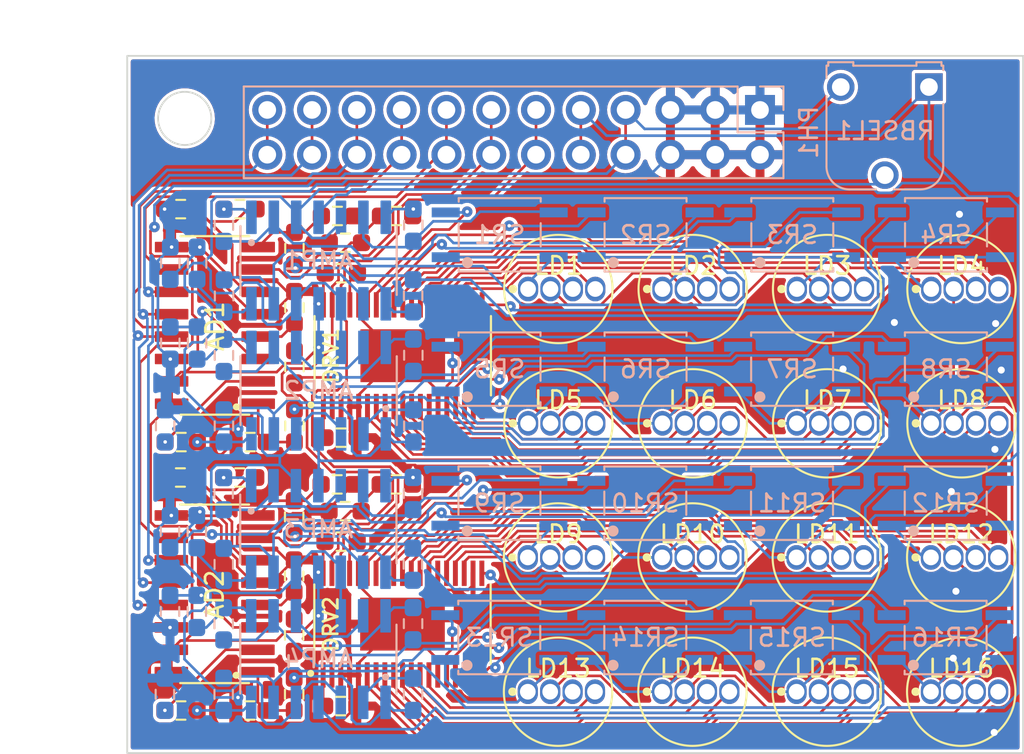
<source format=kicad_pcb>
(kicad_pcb (version 20211014) (generator pcbnew)
  (title_block (comment 4 "AISLER Project ID: SROMHCFN"))
  (layers (0 "F.Cu" signal "Front") (31 "B.Cu" signal "Back") (34 "B.Paste" user) (35 "F.Paste" user) (36 "B.SilkS" user "B.Silkscreen") (37 "F.SilkS" user "F.Silkscreen") (38 "B.Mask" user) (39 "F.Mask" user) (44 "Edge.Cuts" user))
  (net 0 "")
  (net 1 "GND")
  (net 2 "SPI_MOSI")
  (net 3 "SPI_SCK")
  (net 4 "+5V")
  (net 5 "/LED 4x2 Top/ LDRow_Amps1/Amp_OP_1")
  (net 6 "/LED 4x2 Top/ LDRow_Amps1/Amp_IP_1")
  (net 7 "/LED 4x2 Top/ LDRow_Amps1/Amp_IP_2")
  (net 8 "/LED 4x2 Top/ LDRow_Amps1/Amp_OP_2")
  (net 9 "/LED 4x2 Top/ LDRow_Amps1/Amp_OP_3")
  (net 10 "/LED 4x2 Top/ LDRow_Amps1/Amp_IP_3")
  (net 11 "/LED 4x2 Top/ LDRow_Amps1/Amp_IP_4")
  (net 12 "/LED 4x2 Top/ LDRow_Amps1/Amp_OP_4")
  (net 13 "/LED 4x2 Top/ LDRow_Amps1/Amp_OP_5")
  (net 14 "/LED 4x2 Top/ LDRow_Amps1/Amp_IP_5")
  (net 15 "/LED 4x2 Top/ LDRow_Amps1/Amp_IP_6")
  (net 16 "/LED 4x2 Top/ LDRow_Amps1/Amp_OP_6")
  (net 17 "/LED 4x2 Top/ LDRow_Amps1/Amp_OP_7")
  (net 18 "/LED 4x2 Top/ LDRow_Amps1/Amp_IP_7")
  (net 19 "/LED 4x2 Top/ LDRow_Amps1/Amp_IP_8")
  (net 20 "/LED 4x2 Top/ LDRow_Amps1/Amp_OP_8")
  (net 21 "/LED 4x2 Bottom/ LDRow_Amps1/Amp_OP_1")
  (net 22 "/LED 4x2 Bottom/ LDRow_Amps1/Amp_IP_1")
  (net 23 "/LED 4x2 Bottom/ LDRow_Amps1/Amp_IP_2")
  (net 24 "/LED 4x2 Bottom/ LDRow_Amps1/Amp_OP_2")
  (net 25 "/LED 4x2 Bottom/ LDRow_Amps1/Amp_OP_3")
  (net 26 "/LED 4x2 Bottom/ LDRow_Amps1/Amp_IP_3")
  (net 27 "/LED 4x2 Bottom/ LDRow_Amps1/Amp_IP_4")
  (net 28 "/LED 4x2 Bottom/ LDRow_Amps1/Amp_OP_4")
  (net 29 "/LED 4x2 Bottom/ LDRow_Amps1/Amp_OP_5")
  (net 30 "/LED 4x2 Bottom/ LDRow_Amps1/Amp_IP_5")
  (net 31 "/LED 4x2 Bottom/ LDRow_Amps1/Amp_IP_6")
  (net 32 "/LED 4x2 Bottom/ LDRow_Amps1/Amp_OP_6")
  (net 33 "/LED 4x2 Bottom/ LDRow_Amps1/Amp_OP_7")
  (net 34 "/LED 4x2 Bottom/ LDRow_Amps1/Amp_IP_7")
  (net 35 "/LED 4x2 Bottom/ LDRow_Amps1/Amp_IP_8")
  (net 36 "/LED 4x2 Bottom/ LDRow_Amps1/Amp_OP_8")
  (net 37 "/LED 4x2 Top/Drv_AD0")
  (net 38 "/LED 4x2 Top/Drv_AD1")
  (net 39 "/LED 4x2 Top/SR1_R")
  (net 40 "/LED 4x2 Top/SR2_R")
  (net 41 "/LED 4x2 Top/SR3_R")
  (net 42 "/LED 4x2 Top/SR4_R")
  (net 43 "/LED 4x2 Top/LD4_G")
  (net 44 "/LED 4x2 Top/LD4_B")
  (net 45 "/LED 4x2 Top/LD3_G")
  (net 46 "/LED 4x2 Top/LD3_B")
  (net 47 "/LED 4x2 Top/LD2_G")
  (net 48 "/LED 4x2 Top/LD2_B")
  (net 49 "/LED 4x2 Top/LD1_G")
  (net 50 "/LED 4x2 Top/LD1_B")
  (net 51 "/LED 4x2 Top/LD5_B")
  (net 52 "/LED 4x2 Top/LD5_G")
  (net 53 "/LED 4x2 Top/LD6_B")
  (net 54 "/LED 4x2 Top/LD6_G")
  (net 55 "/LED 4x2 Top/LD7_B")
  (net 56 "/LED 4x2 Top/LD7_G")
  (net 57 "/LED 4x2 Top/LD8_B")
  (net 58 "/LED 4x2 Top/LD8_G")
  (net 59 "/LED 4x2 Top/SR8_R")
  (net 60 "/LED 4x2 Top/SR7_R")
  (net 61 "/LED 4x2 Top/SR6_R")
  (net 62 "/LED 4x2 Top/SR5_R")
  (net 63 "/LED 4x2 Bottom/Drv_AD0")
  (net 64 "/LED 4x2 Bottom/SR1_R")
  (net 65 "/LED 4x2 Bottom/SR2_R")
  (net 66 "/LED 4x2 Bottom/SR3_R")
  (net 67 "/LED 4x2 Bottom/SR4_R")
  (net 68 "RB Voltage")
  (net 69 "+9V")
  (net 70 "/LED 4x2 Bottom/LD4_G")
  (net 71 "/LED 4x2 Bottom/LD4_B")
  (net 72 "/LED 4x2 Bottom/LD3_G")
  (net 73 "/LED 4x2 Bottom/LD3_B")
  (net 74 "/LED 4x2 Bottom/LD2_G")
  (net 75 "/LED 4x2 Bottom/LD2_B")
  (net 76 "/LED 4x2 Bottom/LD1_G")
  (net 77 "/LED 4x2 Bottom/LD1_B")
  (net 78 "/LED 4x2 Bottom/LD5_B")
  (net 79 "/LED 4x2 Bottom/LD5_G")
  (net 80 "/LED 4x2 Bottom/LD6_B")
  (net 81 "/LED 4x2 Bottom/LD6_G")
  (net 82 "/LED 4x2 Bottom/LD7_B")
  (net 83 "/LED 4x2 Bottom/LD7_G")
  (net 84 "/LED 4x2 Bottom/LD8_B")
  (net 85 "/LED 4x2 Bottom/LD8_G")
  (net 86 "/LED 4x2 Bottom/SR8_R")
  (net 87 "/LED 4x2 Bottom/SR7_R")
  (net 88 "/LED 4x2 Bottom/SR6_R")
  (net 89 "/LED 4x2 Bottom/SR5_R")
  (net 90 "/LED 4x2 Top/LD1_R")
  (net 91 "/LED 4x2 Top/LD2_R")
  (net 92 "/LED 4x2 Top/LD3_R")
  (net 93 "/LED 4x2 Top/LD4_R")
  (net 94 "/LED 4x2 Top/LD5_R")
  (net 95 "/LED 4x2 Top/LD6_R")
  (net 96 "/LED 4x2 Top/LD7_R")
  (net 97 "/LED 4x2 Top/LD8_R")
  (net 98 "/LED 4x2 Bottom/LD1_R")
  (net 99 "/LED 4x2 Bottom/LD2_R")
  (net 100 "/LED 4x2 Bottom/LD3_R")
  (net 101 "/LED 4x2 Bottom/LD4_R")
  (net 102 "/LED 4x2 Bottom/LD5_R")
  (net 103 "/LED 4x2 Bottom/LD6_R")
  (net 104 "/LED 4x2 Bottom/LD7_R")
  (net 105 "/LED 4x2 Bottom/LD8_R")
  (net 106 "SPI_MISO")
  (net 107 "SPI_SS_0")
  (net 108 "SPI_SS_1")
  (net 109 "Net-(DRV1-Pad1)")
  (net 110 "Net-(DRV1-Pad35)")
  (net 111 "Net-(DRV2-Pad1)")
  (net 112 "Net-(DRV2-Pad35)")
  (net 113 "I2C_SCL")
  (net 114 "Net-(AD1-Pad1)")
  (net 115 "Net-(AD1-Pad2)")
  (net 116 "Net-(AD1-Pad4)")
  (net 117 "Net-(AD1-Pad5)")
  (net 118 "Net-(AD1-Pad6)")
  (net 119 "Net-(AD1-Pad7)")
  (net 120 "Net-(AD1-Pad8)")
  (net 121 "Net-(AD2-Pad1)")
  (net 122 "Net-(AD2-Pad2)")
  (net 123 "Net-(AD2-Pad4)")
  (net 124 "Net-(AD2-Pad5)")
  (net 125 "Net-(AD2-Pad6)")
  (net 126 "Net-(AD2-Pad7)")
  (net 127 "Net-(AD2-Pad8)")
  (net 128 "Net-(AD1-Pad3)")
  (net 129 "Net-(AD2-Pad3)")
  (net 130 "I2C_SDA")
  (footprint "RGB LED:WP154A4SEJ3VBDZGC&slash_CA" (layer "F.Cu") (at 133.87565 -186.76925)
    (fp_text reference "LD2")
    (fp_text value "WP154A4SEJ3VBDZGC/CA" hide)
  )
  (footprint "Resistor 1608Metric:Resistor - SMD - 1608Metric" (layer "F.Cu") (at 108.78145 -178.08425)
    (fp_text reference "DIV16" hide)
    (fp_text value "2K" hide)
  )
  (footprint "RGB LED:WP154A4SEJ3VBDZGC&slash_CA" (layer "F.Cu") (at 126.25565 -179.14925)
    (fp_text reference "LD5")
    (fp_text value "WP154A4SEJ3VBDZGC/CA" hide)
  )
  (footprint "Resistor 1608Metric:Resistor - SMD - 1608Metric" (layer "F.Cu") (at 113.9357 -172.434077)
    (fp_text reference "PU2" hide)
    (fp_text value "10K" hide)
  )
  (footprint "RGB LED:WP154A4SEJ3VBDZGC&slash_CA" (layer "F.Cu") (at 126.25565 -186.76925)
    (fp_text reference "LD1")
    (fp_text value "WP154A4SEJ3VBDZGC/CA" hide)
  )
  (footprint "RGB LED:WP154A4SEJ3VBDZGC&slash_CA" (layer "F.Cu") (at 126.2399 -163.919077)
    (fp_text reference "LD13")
    (fp_text value "WP154A4SEJ3VBDZGC/CA" hide)
  )
  (footprint "Resistor 1608Metric:Resistor - SMD - 1608Metric" (layer "F.Cu") (at 111.29145 -179.00175 90)
    (fp_text reference "DIV15" hide)
    (fp_text value "2K" hide)
  )
  (footprint "RGB LED:WP154A4SEJ3VBDZGC&slash_CA" (layer "F.Cu") (at 149.11565 -179.14925)
    (fp_text reference "LD8")
    (fp_text value "WP154A4SEJ3VBDZGC/CA" hide)
  )
  (footprint "RGB LED:WP154A4SEJ3VBDZGC&slash_CA" (layer "F.Cu") (at 149.0999 -171.539077)
    (fp_text reference "LD12")
    (fp_text value "WP154A4SEJ3VBDZGC/CA" hide)
  )
  (footprint "Resistor 1608Metric:Resistor - SMD - 1608Metric" (layer "F.Cu") (at 104.87145 -178.08425)
    (fp_text reference "DIV13" hide)
    (fp_text value "2K" hide)
  )
  (footprint "LED Driver:SOP50P640X110-39N" (layer "F.Cu") (at 117.433838 -182.98465 90)
    (fp_text reference "DRV1")
    (fp_text value "PCA9956BTWY" hide)
  )
  (footprint "Resistor 1608Metric:Resistor - SMD - 1608Metric" (layer "F.Cu") (at 104.8557 -162.854077)
    (fp_text reference "DIV29" hide)
    (fp_text value "2K" hide)
  )
  (footprint "RGB LED:WP154A4SEJ3VBDZGC&slash_CA" (layer "F.Cu") (at 149.0999 -163.919077)
    (fp_text reference "LD16")
    (fp_text value "WP154A4SEJ3VBDZGC/CA" hide)
  )
  (footprint "Resistor 1608Metric:Resistor - SMD - 1608Metric" (layer "F.Cu") (at 114.18145 -189.39425)
    (fp_text reference "DIV2" hide)
    (fp_text value "2K" hide)
  )
  (footprint "Resistor 1608Metric:Resistor - SMD - 1608Metric" (layer "F.Cu") (at 113.9157 -163.104077 180)
    (fp_text reference "ISEL2" hide)
    (fp_text value "2K" hide)
  )
  (footprint "Resistor 1608Metric:Resistor - SMD - 1608Metric" (layer "F.Cu") (at 111.2757 -163.771577 90)
    (fp_text reference "DIV31" hide)
    (fp_text value "2K" hide)
  )
  (footprint "Resistor 1608Metric:Resistor - SMD - 1608Metric" (layer "F.Cu") (at 111.2757 -167.124077 -90)
    (fp_text reference "DIV27" hide)
    (fp_text value "2K" hide)
  )
  (footprint "RGB LED:WP154A4SEJ3VBDZGC&slash_CA" (layer "F.Cu") (at 141.49565 -186.76925)
    (fp_text reference "LD3")
    (fp_text value "WP154A4SEJ3VBDZGC/CA" hide)
  )
  (footprint "RGB LED:WP154A4SEJ3VBDZGC&slash_CA" (layer "F.Cu") (at 141.4799 -171.539077)
    (fp_text reference "LD11")
    (fp_text value "WP154A4SEJ3VBDZGC/CA" hide)
  )
  (footprint "Resistor 1608Metric:Resistor - SMD - 1608Metric" (layer "F.Cu") (at 111.2757 -173.844077 -90)
    (fp_text reference "DIV23" hide)
    (fp_text value "2K" hide)
  )
  (footprint "RGB LED:WP154A4SEJ3VBDZGC&slash_CA" (layer "F.Cu") (at 133.87565 -179.14925)
    (fp_text reference "LD6")
    (fp_text value "WP154A4SEJ3VBDZGC/CA" hide)
  )
  (footprint "LED Driver:SOP50P640X110-39N" (layer "F.Cu") (at 117.418088 -167.754477 90)
    (fp_text reference "DRV2")
    (fp_text value "PCA9956BTWY" hide)
  )
  (footprint "Resistor 1608Metric:Resistor - SMD - 1608Metric" (layer "F.Cu") (at 104.84145 -191.30425)
    (fp_text reference "DIV4" hide)
    (fp_text value "2K" hide)
  )
  (footprint "Resistor 1608Metric:Resistor - SMD - 1608Metric" (layer "F.Cu") (at 111.29145 -182.35425 -90)
    (fp_text reference "DIV11" hide)
    (fp_text value "2K" hide)
  )
  (footprint "Resistor 1608Metric:Resistor - SMD - 1608Metric" (layer "F.Cu") (at 114.1657 -174.164077)
    (fp_text reference "DIV18" hide)
    (fp_text value "2K" hide)
  )
  (footprint "Resistor 1608Metric:Resistor - SMD - 1608Metric" (layer "F.Cu") (at 113.95145 -187.66425)
    (fp_text reference "PU1" hide)
    (fp_text value "10K" hide)
  )
  (footprint "Resistor 1608Metric:Resistor - SMD - 1608Metric" (layer "F.Cu") (at 113.73145 -190.91425 180)
    (fp_text reference "DIV8" hide)
    (fp_text value "2K" hide)
  )
  (footprint "Resistor 1608Metric:Resistor - SMD - 1608Metric" (layer "F.Cu") (at 111.2757 -170.484077 -90)
    (fp_text reference "DIV28" hide)
    (fp_text value "2K" hide)
  )
  (footprint "Resistor 1608Metric:Resistor - SMD - 1608Metric" (layer "F.Cu") (at 117.0657 -175.684077)
    (fp_text reference "DIV17" hide)
    (fp_text value "2K" hide)
  )
  (footprint "ADC:footprints_smd" (layer "F.Cu") (at 106.78145 -184.70425 180)
    (property "VALUE" "MCP3008-I/P-DIP16")
    (fp_text reference "AD1")
    (fp_text value "MCU-MCP3008-I/P(DIP16-7.62MM)" hide)
  )
  (footprint "RGB LED:WP154A4SEJ3VBDZGC&slash_CA" (layer "F.Cu") (at 133.8599 -163.919077)
    (fp_text reference "LD14")
    (fp_text value "WP154A4SEJ3VBDZGC/CA" hide)
  )
  (footprint "RGB LED:WP154A4SEJ3VBDZGC&slash_CA" (layer "F.Cu") (at 149.11565 -186.76925)
    (fp_text reference "LD4")
    (fp_text value "WP154A4SEJ3VBDZGC/CA" hide)
  )
  (footprint "Resistor 1608Metric:Resistor - SMD - 1608Metric" (layer "F.Cu") (at 108.1857 -176.074077 180)
    (fp_text reference "DIV19" hide)
    (fp_text value "2K" hide)
  )
  (footprint "Resistor 1608Metric:Resistor - SMD - 1608Metric" (layer "F.Cu") (at 117.08145 -190.91425)
    (fp_text reference "DIV1" hide)
    (fp_text value "2K" hide)
  )
  (footprint "RGB LED:WP154A4SEJ3VBDZGC&slash_CA" (layer "F.Cu") (at 141.4799 -163.919077)
    (fp_text reference "LD15")
    (fp_text value "WP154A4SEJ3VBDZGC/CA" hide)
  )
  (footprint "Resistor 1608Metric:Resistor - SMD - 1608Metric" (layer "F.Cu") (at 113.7157 -175.684077 180)
    (fp_text reference "DIV24" hide)
    (fp_text value "2K" hide)
  )
  (footprint "Resistor 1608Metric:Resistor - SMD - 1608Metric" (layer "F.Cu") (at 108.20145 -191.30425 180)
    (fp_text reference "DIV3" hide)
    (fp_text value "2K" hide)
  )
  (footprint "Resistor 1608Metric:Resistor - SMD - 1608Metric" (layer "F.Cu") (at 113.93145 -178.33425 180)
    (fp_text reference "ISEL1" hide)
    (fp_text value "2K" hide)
  )
  (footprint "ADC:footprints_smd" (layer "F.Cu") (at 106.7657 -169.474077 180)
    (property "VALUE" "MCP3008-I/P-DIP16")
    (fp_text reference "AD2")
    (fp_text value "MCU-MCP3008-I/P(DIP16-7.62MM)" hide)
  )
  (footprint "Resistor 1608Metric:Resistor - SMD - 1608Metric" (layer "F.Cu") (at 111.29145 -189.07425 -90)
    (fp_text reference "DIV7" hide)
    (fp_text value "2K" hide)
  )
  (footprint "Resistor 1608Metric:Resistor - SMD - 1608Metric" (layer "F.Cu") (at 104.8257 -176.074077)
    (fp_text reference "DIV20" hide)
    (fp_text value "2K" hide)
  )
  (footprint "Resistor 1608Metric:Resistor - SMD - 1608Metric" (layer "F.Cu") (at 111.29145 -185.71425 -90)
    (fp_text reference "DIV12" hide)
    (fp_text value "2K" hide)
  )
  (footprint "Resistor 1608Metric:Resistor - SMD - 1608Metric" (layer "F.Cu") (at 108.7657 -162.854077)
    (fp_text reference "DIV32" hide)
    (fp_text value "2K" hide)
  )
  (footprint "RGB LED:WP154A4SEJ3VBDZGC&slash_CA" (layer "F.Cu") (at 133.8599 -171.539077)
    (fp_text reference "LD10")
    (fp_text value "WP154A4SEJ3VBDZGC/CA" hide)
  )
  (footprint "RGB LED:WP154A4SEJ3VBDZGC&slash_CA" (layer "F.Cu") (at 141.49565 -179.14925)
    (fp_text reference "LD7")
    (fp_text value "WP154A4SEJ3VBDZGC/CA" hide)
  )
  (footprint "RGB LED:WP154A4SEJ3VBDZGC&slash_CA" (layer "F.Cu") (at 126.2399 -171.539077)
    (fp_text reference "LD9")
    (fp_text value "WP154A4SEJ3VBDZGC/CA" hide)
  )
  (footprint "Resistor 1608Metric:Resistor - SMD - 1608Metric" (layer "B.Cu") (at 118.033611 -179.00175 90)
    (fp_text reference "FDB5" hide)
    (fp_text value "2M" hide)
  )
  (footprint "SSR:footprints" (layer "B.Cu") (at 148.2217 -174.614723)
    (fp_text reference "SR12")
    (fp_text value "TLP4176ATP_F" hide)
  )
  (footprint "SSR:footprints" (layer "B.Cu") (at 139.52145 -189.84425)
    (fp_text reference "SR3")
    (fp_text value "TLP4176ATP_F" hide)
  )
  (footprint "Resistor 1608Metric:Resistor - SMD - 1608Metric" (layer "B.Cu") (at 107.293611 -183.00175 -90)
    (fp_text reference "FDB7" hide)
    (fp_text value "2M" hide)
  )
  (footprint "Resistor 1608Metric:Resistor - SMD - 1608Metric" (layer "B.Cu") (at 105.7557 -168.474077 -90)
    (fp_text reference "DIV25" hide)
    (fp_text value "2K" hide)
  )
  (footprint "SSR:footprints" (layer "B.Cu") (at 131.1857 -166.994077)
    (fp_text reference "SR14")
    (fp_text value "TLP4176ATP_F" hide)
  )
  (footprint "SSR:footprints" (layer "B.Cu") (at 139.51145 -182.22425)
    (fp_text reference "SR7")
    (fp_text value "TLP4176ATP_F" hide)
  )
  (footprint "Resistor 1608Metric:Resistor - SMD - 1608Metric" (layer "B.Cu") (at 107.277861 -167.771577 -90)
    (fp_text reference "FDB15" hide)
    (fp_text value "2M" hide)
  )
  (footprint "Resistor 1608Metric:Resistor - SMD - 1608Metric" (layer "B.Cu") (at 118.033611 -183.01175 -90)
    (fp_text reference "FDB8" hide)
    (fp_text value "2M" hide)
  )
  (footprint "SSR:footprints" (layer "B.Cu") (at 122.9157 -174.614077)
    (fp_text reference "SR9")
    (fp_text value "TLP4176ATP_F" hide)
  )
  (footprint "Resistor 1608Metric:Resistor - SMD - 1608Metric" (layer "B.Cu") (at 107.2757 -175.154077 -90)
    (fp_text reference "FDB9" hide)
    (fp_text value "2M" hide)
  )
  (footprint "Resistor 1608Metric:Resistor - SMD - 1608Metric" (layer "B.Cu") (at 107.29145 -190.38425 -90)
    (fp_text reference "FDB1" hide)
    (fp_text value "2M" hide)
  )
  (footprint "Resistor 1608Metric:Resistor - SMD - 1608Metric" (layer "B.Cu") (at 103.9457 -163.774077 -90)
    (fp_text reference "DIV30" hide)
    (fp_text value "2K" hide)
  )
  (footprint "Resistor 1608Metric:Resistor - SMD - 1608Metric" (layer "B.Cu") (at 105.77145 -188.23425 -90)
    (fp_text reference "DIV5" hide)
    (fp_text value "2K" hide)
  )
  (footprint "Resistor 1608Metric:Resistor - SMD - 1608Metric" (layer "B.Cu") (at 118.02145 -186.38425 90)
    (fp_text reference "FDB3" hide)
    (fp_text value "2M" hide)
  )
  (footprint "SSR:footprints" (layer "B.Cu") (at 131.20145 -189.84425)
    (fp_text reference "SR2")
    (fp_text value "TLP4176ATP_F" hide)
  )
  (footprint "SSR:footprints" (layer "B.Cu") (at 148.2157 -166.994077)
    (fp_text reference "SR16")
    (fp_text value "TLP4176ATP_F" hide)
  )
  (footprint "Potentiometer_THT:Potentiometer_Runtron_RM-065_Vertical" (layer "B.Cu") (at 147.27 -198.23 180)
    (fp_text reference "RBSEL1")
    (fp_text value "100K")
  )
  (footprint "SSR:footprints" (layer "B.Cu") (at 148.23745 -189.844896)
    (fp_text reference "SR4")
    (fp_text value "TLP4176ATP_F" hide)
  )
  (footprint "Resistor 1608Metric:Resistor - SMD - 1608Metric" (layer "B.Cu") (at 118.017861 -163.771577 90)
    (fp_text reference "FDB13" hide)
    (fp_text value "2M" hide)
  )
  (footprint "Op-Amp:footprints" (layer "B.Cu") (at 112.663611 -181.00175 90)
    (fp_text reference "AMP2")
    (fp_text value "MCP619-I/SL" hide)
  )
  (footprint "Resistor 1608Metric:Resistor - SMD - 1608Metric" (layer "B.Cu") (at 118.03145 -190.39425 -90)
    (fp_text reference "FDB2" hide)
    (fp_text value "2M" hide)
  )
  (footprint "Resistor 1608Metric:Resistor - SMD - 1608Metric" (layer "B.Cu") (at 118.0157 -175.164077 -90)
    (fp_text reference "FDB10" hide)
    (fp_text value "2M" hide)
  )
  (footprint "Resistor 1608Metric:Resistor - SMD - 1608Metric" (layer "B.Cu") (at 105.7557 -173.004077 -90)
    (fp_text reference "DIV21" hide)
    (fp_text value "2K" hide)
  )
  (footprint "Resistor 1608Metric:Resistor - SMD - 1608Metric" (layer "B.Cu") (at 118.017861 -167.781577 -90)
    (fp_text reference "FDB16" hide)
    (fp_text value "2M" hide)
  )
  (footprint "Resistor 1608Metric:Resistor - SMD - 1608Metric" (layer "B.Cu") (at 104.25145 -188.23425 -90)
    (fp_text reference "DIV6" hide)
    (fp_text value "2K" hide)
  )
  (footprint "Op-Amp:footprints" (layer "B.Cu") (at 112.647861 -165.771577 90)
    (fp_text reference "AMP4")
    (fp_text value "MCP619-I/SL" hide)
  )
  (footprint "Resistor 1608Metric:Resistor - SMD - 1608Metric" (layer "B.Cu") (at 104.2357 -173.004077 -90)
    (fp_text reference "DIV22" hide)
    (fp_text value "2K" hide)
  )
  (footprint "Resistor 1608Metric:Resistor - SMD - 1608Metric" (layer "B.Cu") (at 118.0057 -171.154077 90)
    (fp_text reference "FDB11" hide)
    (fp_text value "2M" hide)
  )
  (footprint "Resistor 1608Metric:Resistor - SMD - 1608Metric" (layer "B.Cu") (at 107.293611 -179.00175 90)
    (fp_text reference "FDB6" hide)
    (fp_text value "2M" hide)
  )
  (footprint "SSR:footprints" (layer "B.Cu") (at 122.93145 -189.84425)
    (fp_text reference "SR1")
    (fp_text value "TLP4176ATP_F" hide)
  )
  (footprint "Resistor 1608Metric:Resistor - SMD - 1608Metric" (layer "B.Cu") (at 105.77145 -183.70425 -90)
    (fp_text reference "DIV9" hide)
    (fp_text value "2K" hide)
  )
  (footprint "Resistor 1608Metric:Resistor - SMD - 1608Metric" (layer "B.Cu") (at 104.25145 -183.70425 90)
    (fp_text reference "DIV10" hide)
    (fp_text value "2K" hide)
  )
  (footprint "SSR:footprints" (layer "B.Cu") (at 122.9057 -166.994077)
    (fp_text reference "SR13")
    (fp_text value "TLP4176ATP_F" hide)
  )
  (footprint "Resistor 1608Metric:Resistor - SMD - 1608Metric" (layer "B.Cu") (at 104.2357 -168.474077 90)
    (fp_text reference "DIV26" hide)
    (fp_text value "2K" hide)
  )
  (footprint "SSR:footprints" (layer "B.Cu") (at 148.23145 -182.22425)
    (fp_text reference "SR8")
    (fp_text value "TLP4176ATP_F" hide)
  )
  (footprint "SSR:footprints" (layer "B.Cu") (at 122.92145 -182.22425)
    (fp_text reference "SR5")
    (fp_text value "TLP4176ATP_F" hide)
  )
  (footprint "Resistor 1608Metric:Resistor - SMD - 1608Metric" (layer "B.Cu") (at 107.30145 -186.37425 90)
    (fp_text reference "FDB4" hide)
    (fp_text value "2M" hide)
  )
  (footprint "Resistor 1608Metric:Resistor - SMD - 1608Metric" (layer "B.Cu") (at 107.277861 -163.771577 90)
    (fp_text reference "FDB14" hide)
    (fp_text value "2M" hide)
  )
  (footprint "Op-Amp:footprints" (layer "B.Cu") (at 112.6457 -173.154077 -90)
    (fp_text reference "AMP3")
    (fp_text value "MCP619-I/SL" hide)
  )
  (footprint "Resistor 1608Metric:Resistor - SMD - 1608Metric" (layer "B.Cu") (at 103.96145 -179.00425 -90)
    (fp_text reference "DIV14" hide)
    (fp_text value "2K" hide)
  )
  (footprint "SSR:footprints" (layer "B.Cu") (at 139.4957 -166.994077)
    (fp_text reference "SR15")
    (fp_text value "TLP4176ATP_F" hide)
  )
  (footprint "Connector_PinSocket_2.54mm:PinSocket_2x12_P2.54mm_Vertical" (layer "B.Cu") (at 137.69 -196.93 90)
    (fp_text reference "PH1")
    (fp_text value "Conn_02x12_Odd_Even" hide)
  )
  (footprint "Resistor 1608Metric:Resistor - SMD - 1608Metric" (layer "B.Cu") (at 107.2857 -171.144077 90)
    (fp_text reference "FDB12" hide)
    (fp_text value "2M" hide)
  )
  (footprint "SSR:footprints" (layer "B.Cu") (at 131.20145 -182.22425)
    (fp_text reference "SR6")
    (fp_text value "TLP4176ATP_F" hide)
  )
  (footprint "SSR:footprints" (layer "B.Cu") (at 139.5057 -174.614077)
    (fp_text reference "SR11")
    (fp_text value "TLP4176ATP_F" hide)
  )
  (footprint "Op-Amp:footprints" (layer "B.Cu") (at 112.66145 -188.38425 -90)
    (fp_text reference "AMP1")
    (fp_text value "MCP619-I/SL" hide)
  )
  (footprint "SSR:footprints" (layer "B.Cu") (at 131.1857 -174.614077)
    (fp_text reference "SR10")
    (fp_text value "TLP4176ATP_F" hide)
  )
  (gr_circle (center 105.07 -196.45) (end 106.58 -196.45) (layer "Edge.Cuts") (width 0.1) (fill none))
  (gr_rect (start 101.81 -200) (end 152.61 -160.44) (layer "Edge.Cuts") (width 0.1) (fill none))
  (segment (start 121.433838 -180.09965) (end 121.433838 -180.766367) (width 0.15) (layer "F.Cu") (net 1))
  (segment (start 110.179295 -172.070482) (end 110.8532 -171.396577) (width 0.15) (layer "F.Cu") (net 1))
  (segment (start 119.712121 -184.92465) (end 121.155555 -184.92465) (width 0.15) (layer "F.Cu") (net 1))
  (segment (start 117.772121 -182.98465) (end 119.712121 -184.92465) (width 0.15) (layer "F.Cu") (net 1))
  (segment (start 110.41145 -185.74675) (end 110.41145 -184.970655) (width 0.15) (layer "F.Cu") (net 1))
  (segment (start 108.104111 -178.82425) (end 108.104111 -178.319411) (width 0.15) (layer "F.Cu") (net 1))
  (segment (start 105.713737 -173.605) (end 105.39966 -173.919077) (width 0.15) (layer "F.Cu") (net 1))
  (segment (start 121.712121 -181.04465) (end 123.150979 -181.04465) (width 0.15) (layer "F.Cu") (net 1))
  (segment (start 123.50195 -181.92375) (end 122.26145 -183.16425) (width 0.15) (layer "F.Cu") (net 1))
  (segment (start 114.918088 -171.362391) (end 118.6907 -175.135003) (width 0.15) (layer "F.Cu") (net 1))
  (segment (start 108.06145 -188.247845) (end 108.06145 -187.510655) (width 0.15) (layer "F.Cu") (net 1))
  (segment (start 117.136371 -167.754477) (end 114.918088 -165.536194) (width 0.15) (layer "F.Cu") (net 1))
  (segment (start 119.433838 -185.202933) (end 119.712121 -184.92465) (width 0.15) (layer "F.Cu") (net 1))
  (segment (start 108.202105 -173.174077) (end 108.0457 -173.017672) (width 0.15) (layer "F.Cu") (net 1))
  (segment (start 121.139805 -169.694477) (end 121.418088 -169.97276) (width 0.15) (layer "F.Cu") (net 1))
  (segment (start 110.339045 -188.40425) (end 108.217855 -188.40425) (width 0.15) (layer "F.Cu") (net 1))
  (segment (start 118.6907 -175.135003) (end 118.6907 -176.2293) (width 0.15) (layer "F.Cu") (net 1))
  (segment (start 117.152121 -182.98465) (end 114.933838 -180.766367) (width 0.15) (layer "F.Cu") (net 1))
  (segment (start 105.708487 -188.62175) (end 105.180987 -189.14925) (width 0.15) (layer "F.Cu") (net 1))
  (segment (start 113.26895 -189.53925) (end 114.64395 -190.91425) (width 0.15) (layer "F.Cu") (net 1))
  (segment (start 132.61 -194.39) (end 135.15 -194.39) (width 0.15) (layer "F.Cu") (net 1))
  (segment (start 135.15 -196.93) (end 135.15 -194.39) (width 0.15) (layer "F.Cu") (net 1))
  (segment (start 111.193295 -174.044077) (end 110.323295 -173.174077) (width 0.15) (layer "F.Cu") (net 1))
  (segment (start 108.0457 -172.280482) (end 108.2557 -172.070482) (width 0.15) (layer "F.Cu") (net 1))
  (segment (start 107.16145 -187.486986) (end 106.026686 -188.62175) (width 0.15) (layer "F.Cu") (net 1))
  (segment (start 110.323295 -173.174077) (end 108.202105 -173.174077) (width 0.15) (layer "F.Cu") (net 1))
  (segment (start 114.418088 -163.514189) (end 114.8282 -163.104077) (width 0.15) (layer "F.Cu") (net 1))
  (segment (start 108.06145 -187.510655) (end 108.27145 -187.300655) (width 0.15) (layer "F.Cu") (net 1))
  (segment (start 111.209045 -189.27425) (end 110.339045 -188.40425) (width 0.15) (layer "F.Cu") (net 1))
  (segment (start 119.433838 -180.98465) (end 117.433838 -182.98465) (width 0.15) (layer "F.Cu") (net 1))
  (segment (start 114.933838 -180.09965) (end 114.433838 -180.09965) (width 0.15) (layer "F.Cu") (net 1))
  (segment (start 119.433838 -185.86965) (end 119.433838 -185.202933) (width 0.15) (layer "F.Cu") (net 1))
  (segment (start 103.9132 -174.316577) (end 104.3107 -173.919077) (width 0.15) (layer "F.Cu") (net 1))
  (segment (start 118.14 -176.78) (end 117.05 -176.78) (width 0.15) (layer "F.Cu") (net 1))
  (segment (start 115.49575 -178.33425) (end 114.84395 -178.33425) (width 0.15) (layer "F.Cu") (net 1))
  (segment (start 121.433838 -185.202933) (end 121.433838 -185.86965) (width 0.15) (layer "F.Cu") (net 1))
  (segment (start 122.26145 -183.16425) (end 117.613438 -183.16425) (width 0.15) (layer "F.Cu") (net 1))
  (segment (start 110.41145 -184.970655) (end 110.215045 -184.77425) (width 0.15) (layer "F.Cu") (net 1))
  (segment (start 111.2757 -171.396577) (end 110.3957 -170.516577) (width 0.15) (layer "F.Cu") (net 1))
  (segment (start 108.2557 -172.070482) (end 110.179295 -172.070482) (width 0.15) (layer "F.Cu") (net 1))
  (segment (start 118.6907 -176.2293) (end 118.14 -176.78) (width 0.15) (layer "F.Cu") (net 1))
  (segment (start 103.9132 -176.074077) (end 105.223373 -177.38425) (width 0.15) (layer "F.Cu") (net 1))
  (segment (start 123.4862 -166.693577) (end 122.2457 -167.934077) (width 0.15) (layer "F.Cu") (net 1))
  (segment (start 106.855 -173.605) (end 107.1457 -173.3143) (width 0.15) (layer "F.Cu") (net 1))
  (segment (start 110.239295 -169.584077) (end 108.202105 -169.584077) (width 0.15) (layer "F.Cu") (net 1))
  (segment (start 114.433838 -180.09965) (end 114.433838 -178.744362) (width 0.15) (layer "F.Cu") (net 1))
  (segment (start 123.135229 -165.814477) (end 123.4862 -166.165448) (width 0.15) (layer "F.Cu") (net 1))
  (segment (start 108.257855 -184.77425) (end 108.06145 -184.970655) (width 0.15) (layer "F.Cu") (net 1))
  (segment (start 108.088361 -163.594077) (end 108.088361 -163.089238) (width 0.15) (layer "F.Cu") (net 1))
  (segment (start 105.713737 -173.605) (end 106.855 -173.605) (width 0.15) (layer "F.Cu") (net 1))
  (segment (start 113.1332 -174.044077) (end 111.193295 -174.044077) (width 0.15) (layer "F.Cu") (net 1))
  (segment (start 114.918088 -164.869477) (end 114.418088 -164.869477) (width 0.15) (layer "F.Cu") (net 1))
  (segment (start 108.0457 -170.586218) (end 107.7457 -170.886218) (width 0.15) (layer "F.Cu") (net 1))
  (segment (start 110.195045 -187.300655) (end 110.86895 -186.62675) (width 0.15) (layer "F.Cu") (net 1))
  (segment (start 107.8532 -162.854077) (end 108.5607 -162.146577) (width 0.15) (layer "F.Cu") (net 1))
  (segment (start 123.50195 -181.395621) (end 123.50195 -181.92375) (width 0.15) (layer "F.Cu") (net 1))
  (segment (start 107.7457 -170.886218) (end 107.7457 -171.30769) (width 0.15) (layer "F.Cu") (net 1))
  (segment (start 110.86895 -186.62675) (end 111.29145 -186.62675) (width 0.15) (layer "F.Cu") (net 1))
  (segment (start 114.918088 -170.639477) (end 114.918088 -171.362391) (width 0.15) (layer "F.Cu") (net 1))
  (segment (start 111.29145 -186.62675) (end 110.41145 -185.74675) (width 0.15) (layer "F.Cu") (net 1))
  (segment (start 121.696371 -165.814477) (end 123.135229 -165.814477) (width 0.15) (layer "F.Cu") (net 1))
  (segment (start 113.2532 -174.309077) (end 114.6282 -175.684077) (width 0.15) (layer "F.Cu") (net 1))
  (segment (start 110.215045 -184.77425) (end 108.257855 -184.77425) (width 0.15) (layer "F.Cu") (net 1))
  (segment (start 114.418088 -164.869477) (end 113.918088 -164.869477) (width 0.15) (layer "F.Cu") (net 1))
  (segment (start 108.0457 -169.740482) (end 108.0457 -170.586218) (width 0.15) (layer "F.Cu") (net 1))
  (segment (start 106.026686 -188.62175) (end 105.708487 -188.62175) (width 0.15) (layer "F.Cu") (net 1))
  (segment (start 108.202105 -169.584077) (end 108.0457 -169.740482) (width 0.15) (layer "F.Cu") (net 1))
  (segment (start 117.05 -176.78) (end 115.49575 -178.33425) (width 0.15) (layer "F.Cu") (net 1))
  (segment (start 123.150979 -181.04465) (end 123.50195 -181.395621) (width 0.15) (layer "F.Cu") (net 1))
  (segment (start 135.15 -196.93) (end 137.69 -196.93) (width 0.15) (layer "F.Cu") (net 1))
  (segment (start 108.5607 -162.146577) (end 113.8707 -162.146577) (width 0.15) (layer "F.Cu") (net 1))
  (segment (start 121.418088 -165.536194) (end 121.696371 -165.814477) (width 0.15) (layer "F.Cu") (net 1))
  (segment (start 107.1457 -173.3143) (end 107.1457 -171.90769) (width 0.15) (layer "F.Cu") (net 1))
  (segment (start 114.918088 -170.639477) (end 114.918088 -169.97276) (width 0.15) (layer "F.Cu") (net 1))
  (segment (start 119.418088 -170.639477) (end 119.418088 -169.97276) (width 0.15) (layer "F.Cu") (net 1))
  (segment (start 103.92895 -189.54675) (end 104.32645 -189.14925) (width 0.15) (layer "F.Cu") (net 1))
  (segment (start 108.217855 -188.40425) (end 108.06145 -188.247845) (width 0.15) (layer "F.Cu") (net 1))
  (segment (start 135.15 -194.39) (end 137.69 -194.39) (width 0.15) (layer "F.Cu") (net 1))
  (segment (start 114.918088 -165.536194) (end 114.918088 -164.869477) (width 0.15) (layer "F.Cu") (net 1))
  (segment (start 121.418088 -169.97276) (end 121.418088 -170.639477) (width 0.15) (layer "F.Cu") (net 1))
  (segment (start 105.223373 -177.38425) (end 107.16895 -177.38425) (width 0.15) (layer "F.Cu") (net 1))
  (segment (start 114.933838 -185.86965) (end 114.933838 -185.202933) (width 0.15) (layer "F.Cu") (net 1))
  (segment (start 121.155555 -184.92465) (end 121.433838 -185.202933) (width 0.15) (layer "F.Cu") (net 1))
  (segment (start 137.69 -196.93) (end 137.69 -194.39) (width 0.15) (layer "F.Cu") (net 1))
  (segment (start 119.418088 -164.869477) (end 119.418088 -165.754477) (width 0.15) (layer "F.Cu") (net 1))
  (segment (start 119.433838 -180.09965) (end 119.433838 -180.98465) (width 0.15) (layer "F.Cu") (net 1))
  (segment (start 103.92895 -191.30425) (end 103.92895 -189.54675) (width 0.15) (layer "F.Cu") (net 1))
  (segment (start 107.1457 -171.90769) (end 107.7457 -171.30769) (width 0.15) (layer "F.Cu") (net 1))
  (segment (start 103.9132 -176.074077) (end 103.9132 -174.316577) (width 0.15) (layer "F.Cu") (net 1))
  (segment (start 108.27145 -187.300655) (end 110.195045 -187.300655) (width 0.15) (layer "F.Cu") (net 1))
  (segment (start 108.0457 -173.017672) (end 108.0457 -172.280482) (width 0.15) (layer "F.Cu") (net 1))
  (segment (start 113.14895 -189.27425) (end 111.209045 -189.27425) (width 0.15) (layer "F.Cu") (net 1))
  (segment (start 121.433838 -180.766367) (end 121.712121 -181.04465) (width 0.15) (layer "F.Cu") (net 1))
  (segment (start 114.933838 -185.202933) (end 117.152121 -182.98465) (width 0.15) (layer "F.Cu") (net 1))
  (segment (start 114.918088 -169.97276) (end 117.136371 -167.754477) (width 0.15) (layer "F.Cu") (net 1))
  (segment (start 121.418088 -164.869477) (end 121.418088 -165.536194) (width 0.15) (layer "F.Cu") (net 1))
  (segment (start 123.4862 -166.165448) (end 123.4862 -166.693577) (width 0.15) (layer "F.Cu") (net 1))
  (segment (start 110.3957 -170.516577) (end 110.3957 -169.740482) (width 0.15) (layer "F.Cu") (net 1))
  (segment (start 119.418088 -169.97276) (end 119.696371 -169.694477) (width 0.15) (layer "F.Cu") (net 1))
  (segment (start 114.418088 -164.869477) (end 114.418088 -163.514189) (width 0.15) (layer "F.Cu") (net 1))
  (segment (start 108.06145 -184.970655) (end 108.06145 -185.816391) (width 0.15) (layer "F.Cu") (net 1))
  (segment (start 114.433838 -178.744362) (end 114.84395 -178.33425) (width 0.15) (layer "F.Cu") (net 1))
  (segment (start 110.3957 -169.740482) (end 110.239295 -169.584077) (width 0.15) (layer "F.Cu") (net 1))
  (segment (start 119.696371 -169.694477) (end 121.139805 -169.694477) (width 0.15) (layer "F.Cu") (net 1))
  (segment (start 114.933838 -180.766367) (end 114.933838 -180.09965) (width 0.15) (layer "F.Cu") (net 1))
  (segment (start 107.16145 -186.716391) (end 107.16145 -187.486986) (width 0.15) (layer "F.Cu") (net 1))
  (segment (start 110.8532 -171.396577) (end 111.2757 -171.396577) (width 0.15) (layer "F.Cu") (net 1))
  (segment (start 105.39966 -173.919077) (end 104.3107 -173.919077) (width 0.15) (layer "F.Cu") (net 1))
  (segment (start 107.16895 -177.38425) (end 107.86895 -178.08425) (width 0.15) (layer "F.Cu") (net 1))
  (segment (start 132.61 -196.93) (end 135.15 -196.93) (width 0.15) (layer "F.Cu") (net 1))
  (segment (start 113.8707 -162.146577) (end 114.8282 -163.104077) (width 0.15) (layer "F.Cu") (net 1))
  (segment (start 132.61 -196.93) (end 132.61 -194.39) (width 0.15) (layer "F.Cu") (net 1))
  (segment (start 122.2457 -167.934077) (end 117.597688 -167.934077) (width 0.15) (layer "F.Cu") (net 1))
  (segment (start 119.418088 -165.754477) (end 117.418088 -167.754477) (width 0.15) (layer "F.Cu") (net 1))
  (segment (start 117.756371 -167.754477) (end 119.696371 -169.694477) (width 0.15) (layer "F.Cu") (net 1))
  (segment (start 108.06145 -185.816391) (end 107.16145 -186.716391) (width 0.15) (layer "F.Cu") (net 1))
  (via (at 108.088361 -163.594077) (size 0.6) (drill 0.2) (layers "F.Cu" "B.Cu") (net 1))
  (via (at 104.25145 -182.79175) (size 0.6) (drill 0.2) (layers "F.Cu" "B.Cu") (net 1))
  (via (at 148.65 -165.82) (size 0.8) (drill 0.4) (layers "F.Cu" "B.Cu") (net 1))
  (via (at 142.4 -182.23) (size 0.8) (drill 0.4) (layers "F.Cu" "B.Cu") (net 1))
  (via (at 148.54 -175.28) (size 0.8) (drill 0.4) (layers "F.Cu" "B.Cu") (net 1))
  (via (at 103.92895 -191.30425) (size 0.6) (drill 0.2) (layers "F.Cu" "B.Cu") (net 1))
  (via (at 149 -191.01) (size 0.8) (drill 0.4) (layers "F.Cu" "B.Cu") (net 1))
  (via (at 104.32645 -189.14925) (size 0.6) (drill 0.2) (layers "F.Cu" "B.Cu") (net 1))
  (via (at 104.2357 -167.561577) (size 0.6) (drill 0.2) (layers "F.Cu" "B.Cu") (net 1))
  (via (at 148.8 -169.62) (size 0.8) (drill 0.4) (layers "F.Cu" "B.Cu") (net 1))
  (via (at 150.97 -161.61) (size 0.8) (drill 0.4) (layers "F.Cu" "B.Cu") (net 1))
  (via (at 151.37 -182.17) (size 0.8) (drill 0.4) (layers "F.Cu" "B.Cu") (net 1))
  (via (at 151.05 -184.81) (size 0.8) (drill 0.4) (layers "F.Cu" "B.Cu") (net 1))
  (via (at 151.01 -177.67) (size 0.8) (drill 0.4) (layers "F.Cu" "B.Cu") (net 1))
  (via (at 108.104111 -178.82425) (size 0.6) (drill 0.2) (layers "F.Cu" "B.Cu") (net 1))
  (via (at 104.3107 -173.919077) (size 0.6) (drill 0.2) (layers "F.Cu" "B.Cu") (net 1))
  (via (at 145.31 -184.87) (size 0.8) (drill 0.4) (layers "F.Cu" "B.Cu") (net 1))
  (segment (start 104.93895 -192.31425) (end 112.168591 -192.31425) (width 0.15) (layer "B.Cu") (net 1))
  (segment (start 131.235 -193.015) (end 132.61 -194.39) (width 0.15) (layer "B.Cu") (net 1))
  (segment (start 105.05395 -178.82425) (end 108.104111 -178.82425) (width 0.15) (layer "B.Cu") (net 1))
  (segment (start 104.32645 -189.14925) (end 103.55145 -188.37425) (width 0.15) (layer "B.Cu") (net 1))
  (segment (start 104.25145 -180.20675) (end 104.25145 -182.79175) (width 0.15) (layer "B.Cu") (net 1))
  (segment (start 103.96145 -179.91675) (end 105.05395 -178.82425) (width 0.15) (layer "B.Cu") (net 1))
  (segment (start 104.3107 -173.919077) (end 103.5357 -173.144077) (width 0.15) (layer "B.Cu") (net 1))
  (segment (start 104.2357 -164.976577) (end 104.2357 -167.561577) (width 0.15) (layer "B.Cu") (net 1))
  (segment (start 112.168591 -192.31425) (end 112.569341 -192.715) (width 0.15) (layer "B.Cu") (net 1))
  (segment (start 114.303528 -193.015) (end 131.235 -193.015) (width 0.15) (layer "B.Cu") (net 1))
  (segment (start 105.0382 -163.594077) (end 108.088361 -163.594077) (width 0.15) (layer "B.Cu") (net 1))
  (segment (start 103.9457 -164.686577) (end 105.0382 -163.594077) (width 0.15) (layer "B.Cu") (net 1))
  (segment (start 103.5357 -173.144077) (end 103.5357 -168.261577) (width 0.15) (layer "B.Cu") (net 1))
  (segment (start 103.55145 -188.37425) (end 103.55145 -183.49175) (width 0.15) (layer "B.Cu") (net 1))
  (segment (start 103.5357 -168.261577) (end 104.2357 -167.561577) (width 0.15) (layer "B.Cu") (net 1))
  (segment (start 103.55145 -183.49175) (end 104.25145 -182.79175) (width 0.15) (layer "B.Cu") (net 1))
  (segment (start 112.569341 -192.715) (end 114.003528 -192.715) (width 0.15) (layer "B.Cu") (net 1))
  (segment (start 114.003528 -192.715) (end 114.303528 -193.015) (width 0.15) (layer "B.Cu") (net 1))
  (segment (start 103.92895 -191.30425) (end 104.93895 -192.31425) (width 0.15) (layer "B.Cu") (net 1))
  (segment (start 114.83 -196.93) (end 114.83 -194.39) (width 0.15) (layer "F.Cu") (net 2))
  (segment (start 103.0107 -186.61) (end 103.01145 -186.60925) (width 0.15) (layer "F.Cu") (net 2))
  (segment (start 103.0107 -171.37) (end 103.019777 -171.379077) (width 0.15) (layer "F.Cu") (net 2))
  (segment (start 103.019777 -171.379077) (end 104.3107 -171.379077) (width 0.15) (layer "F.Cu") (net 2))
  (segment (start 103.01145 -186.60925) (end 104.32645 -186.60925) (width 0.15) (layer "F.Cu") (net 2))
  (via (at 103.0107 -171.37) (size 0.6) (drill 0.2) (layers "F.Cu" "B.Cu") (net 2))
  (via (at 103.0107 -186.61) (size 0.6) (drill 0.2) (layers "F.Cu" "B.Cu") (net 2))
  (segment (start 112.320813 -193.315) (end 111.927906 -192.922093) (width 0.15) (layer "B.Cu") (net 2))
  (segment (start 102.7862 -186.8345) (end 103.0107 -186.61) (width 0.15) (layer "B.Cu") (net 2))
  (segment (start 103.0107 -186.61) (end 103.25145 -186.36925) (width 0.15) (layer "B.Cu") (net 2))
  (segment (start 104.317829 -192.922093) (end 102.7862 -191.390464) (width 0.15) (layer "B.Cu") (net 2))
  (segment (start 114.83 -194.39) (end 113.755 -193.315) (width 0.15) (layer "B.Cu") (net 2))
  (segment (start 111.927906 -192.922093) (end 104.317829 -192.922093) (width 0.15) (layer "B.Cu") (net 2))
  (segment (start 113.755 -193.315) (end 112.320813 -193.315) (width 0.15) (layer "B.Cu") (net 2))
  (segment (start 103.0107 -183.536436) (end 103.0107 -171.37) (width 0.15) (layer "B.Cu") (net 2))
  (segment (start 102.7862 -191.390464) (end 102.7862 -186.8345) (width 0.15) (layer "B.Cu") (net 2))
  (segment (start 103.25145 -186.36925) (end 103.25145 -183.777186) (width 0.15) (layer "B.Cu") (net 2))
  (segment (start 103.25145 -183.777186) (end 103.0107 -183.536436) (width 0.15) (layer "B.Cu") (net 2))
  (segment (start 102.4107 -168.83) (end 102.419777 -168.839077) (width 0.15) (layer "F.Cu") (net 3))
  (segment (start 109.75 -196.93) (end 109.75 -194.39) (width 0.15) (layer "F.Cu") (net 3))
  (segment (start 102.483474 -184.06925) (end 104.32645 -184.06925) (width 0.15) (layer "F.Cu") (net 3))
  (segment (start 102.42695 -184.125774) (end 102.483474 -184.06925) (width 0.15) (layer "F.Cu") (net 3))
  (segment (start 102.419777 -168.839077) (end 104.3107 -168.839077) (width 0.15) (layer "F.Cu") (net 3))
  (via (at 102.4107 -168.83) (size 0.6) (drill 0.2) (layers "F.Cu" "B.Cu") (net 3))
  (via (at 102.42695 -184.125774) (size 0.6) (drill 0.2) (layers "F.Cu" "B.Cu") (net 3))
  (segment (start 102.1862 -183.885024) (end 102.42695 -184.125774) (width 0.15) (layer "B.Cu") (net 3))
  (segment (start 104.069301 -193.522093) (end 108.882093 -193.522093) (width 0.15) (layer "B.Cu") (net 3))
  (segment (start 108.882093 -193.522093) (end 109.75 -194.39) (width 0.15) (layer "B.Cu") (net 3))
  (segment (start 102.1862 -191.638992) (end 104.069301 -193.522093) (width 0.15) (layer "B.Cu") (net 3))
  (segment (start 102.4107 -168.83) (end 102.1862 -169.0545) (width 0.15) (layer "B.Cu") (net 3))
  (segment (start 102.1862 -169.0545) (end 102.1862 -183.885024) (width 0.15) (layer "B.Cu") (net 3))
  (segment (start 102.1862 -184.366524) (end 102.1862 -191.638992) (width 0.15) (layer "B.Cu") (net 3))
  (segment (start 102.42695 -184.125774) (end 102.1862 -184.366524) (width 0.15) (layer "B.Cu") (net 3))
  (segment (start 143.893066 -170.640577) (end 145.690066 -172.437577) (width 0.15) (layer "F.Cu") (net 4))
  (segment (start 126.761934 -180.05) (end 128.666566 -180.05) (width 0.15) (layer "F.Cu") (net 4))
  (segment (start 104.600045 -181.52925) (end 105.81 -182.739205) (width 0.15) (layer "F.Cu") (net 4))
  (segment (start 103.1357 -179.0685) (end 103.1357 -173.550482) (width 0.15) (layer "F.Cu") (net 4))
  (segment (start 105.4857 -167.200482) (end 105.109295 -166.824077) (width 0.15) (layer "F.Cu") (net 4))
  (segment (start 141.101184 -179.14925) (end 142.006184 -180.05425) (width 0.15) (layer "F.Cu") (net 4))
  (segment (start 103.13 -190.0655) (end 103.3545 -190.29) (width 0.15) (layer "F.Cu") (net 4))
  (segment (start 104.32645 -180.25925) (end 103.1357 -179.0685) (width 0.15) (layer "F.Cu") (net 4))
  (segment (start 143.885923 -164.824077) (end 145.689423 -163.020577) (width 0.15) (layer "F.Cu") (net 4))
  (segment (start 130.452489 -172.44) (end 132.460643 -172.44) (width 0.15) (layer "F.Cu") (net 4))
  (segment (start 133.836368 -171.910011) (end 133.912 -171.834379) (width 0.15) (layer "F.Cu") (net 4))
  (segment (start 104.85145 -182.05425) (end 110.28145 -182.05425) (width 0.15) (layer "F.Cu") (net 4))
  (segment (start 133.912 -164.365643) (end 134.363934 -164.817577) (width 0.15) (layer "F.Cu") (net 4))
  (segment (start 104.904077 -166.824077) (end 110.2657 -166.824077) (width 0.15) (layer "F.Cu") (net 4))
  (segment (start 142.006184 -180.05425) (end 143.90575 -180.05425) (width 0.15) (layer "F.Cu") (net 4))
  (segment (start 126.759684 -185.87075) (end 128.668816 -185.87075) (width 0.15) (layer "F.Cu") (net 4))
  (segment (start 133.912 -171.092511) (end 134.363934 -170.640577) (width 0.15) (layer "F.Cu") (net 4))
  (segment (start 130.450066 -163.020577) (end 132.515 -163.020577) (width 0.15) (layer "F.Cu") (net 4))
  (segment (start 140.134423 -163.02) (end 141.0335 -163.919077) (width 0.15) (layer "F.Cu") (net 4))
  (segment (start 148.66925 -186.76925) (end 148.66925 -179.14925) (width 0.15) (layer "F.Cu") (net 4))
  (segment (start 133.465434 -163.919077) (end 133.862335 -163.522176) (width 0.15) (layer "F.Cu") (net 4))
  (segment (start 136.273066 -170.640577) (end 138.072489 -172.44) (width 0.15) (layer "F.Cu") (net 4))
  (segment (start 141.085434 -171.539077) (end 141.983934 -170.640577) (width 0.15) (layer "F.Cu") (net 4))
  (segment (start 103.307855 -188.62425) (end 105.24575 -188.62425) (width 0.15) (layer "F.Cu") (net 4))
  (segment (start 105.81 -185.027662) (end 105.50145 -185.336212) (width 0.15) (layer "F.Cu") (net 4))
  (segment (start 128.653066 -164.817577) (end 130.450066 -163.020577) (width 0.15) (layer "F.Cu") (net 4))
  (segment (start 141.085434 -163.919077) (end 141.990434 -164.824077) (width 0.15) (layer "F.Cu") (net 4))
  (segment (start 128.010434 -170.644077) (end 128.013934 -170.640577) (width 0.15) (layer "F.Cu") (net 4))
  (segment (start 145.705816 -187.66775) (end 147.77075 -187.66775) (width 0.15) (layer "F.Cu") (net 4))
  (segment (start 151.98075 -171.24925) (end 151.98075 -171.08155) (width 0.15) (layer "F.Cu") (net 4))
  (segment (start 105.81 -182.739205) (end 105.81 -185.027662) (width 0.15) (layer "F.Cu") (net 4))
  (segment (start 105.50145 -188.36855) (end 105.24575 -188.62425) (width 0.15) (layer "F.Cu") (net 4))
  (segment (start 147.703066 -172.437577) (end 148.601566 -171.539077) (width 0.15) (layer "F.Cu") (net 4))
  (segment (start 103.1357 -173.550482) (end 103.376182 -173.31) (width 0.15) (layer "F.Cu") (net 4))
  (segment (start 147.77075 -178.25075) (end 148.66925 -179.14925) (width 0.15) (layer "F.Cu") (net 4))
  (segment (start 128.653066 -170.640577) (end 130.452489 -172.44) (width 0.15) (layer "F.Cu") (net 4))
  (segment (start 143.908816 -185.87075) (end 145.705816 -187.66775) (width 0.15) (layer "F.Cu") (net 4))
  (segment (start 127.386566 -170.644077) (end 128.010434 -170.644077) (width 0.15) (layer "F.Cu") (net 4))
  (segment (start 141.990434 -164.824077) (end 143.885923 -164.824077) (width 0.15) (layer "F.Cu") (net 4))
  (segment (start 110.28145 -182.05425) (end 110.78145 -182.55425) (width 0.15) (layer "F.Cu") (net 4))
  (segment (start 128.013934 -170.640577) (end 128.653066 -170.640577) (width 0.15) (layer "F.Cu") (net 4))
  (segment (start 105.193372 -173.31) (end 105.4857 -173.017672) (width 0.15) (layer "F.Cu") (net 4))
  (segment (start 148.66925 -179.14925) (end 149.56775 -180.04775) (width 0.15) (layer "F.Cu") (net 4))
  (segment (start 125.861184 -186.76925) (end 126.759684 -185.87075) (width 0.15) (layer "F.Cu") (net 4))
  (segment (start 147.755 -163.020577) (end 148.6535 -163.919077) (width 0.15) (layer "F.Cu") (net 4))
  (segment (start 132.53075 -178.25075) (end 133.42925 -179.14925) (width 0.15) (layer "F.Cu") (net 4))
  (segment (start 134.363934 -170.640577) (end 136.273066 -170.640577) (width 0.15) (layer "F.Cu") (net 4))
  (segment (start 105.4857 -172.9443) (end 105.4857 -172.8743) (width 0.15) (layer "F.Cu") (net 4))
  (segment (start 145.689423 -163.020577) (end 147.755 -163.020577) (width 0.15) (layer "F.Cu") (net 4))
  (segment (start 151.539777 -170.640577) (end 149.552 -170.640577) (width 0.15) (layer "F.Cu") (net 4))
  (segment (start 128.668816 -185.87075) (end 130.465816 -187.66775) (width 0.15) (layer "F.Cu") (net 4))
  (segment (start 145.690066 -172.437577) (end 147.703066 -172.437577) (width 0.15) (layer "F.Cu") (net 4))
  (segment (start 151.98075 -171.24925) (end 151.98075 -167.246327) (width 0.15) (layer "F.Cu") (net 4))
  (segment (start 132.515 -163.020577) (end 133.4135 -163.919077) (width 0.15) (layer "F.Cu") (net 4))
  (segment (start 133.481184 -186.76925) (end 134.379684 -185.87075) (width 0.15) (layer "F.Cu") (net 4))
  (segment (start 125.845434 -163.919077) (end 126.743934 -164.817577) (width 0.15) (layer "F.Cu") (net 4))
  (segment (start 126.743934 -164.817577) (end 128.653066 -164.817577) (width 0.15) (layer "F.Cu") (net 4))
  (segment (start 151.98075 -171.08155) (end 151.539777 -170.640577) (width 0.15) (layer "F.Cu") (net 4))
  (segment (start 126.743934 -170.640577) (end 127.383066 -170.640577) (width 0.15) (layer "F.Cu") (net 4))
  (segment (start 103.13 -188.802105) (end 103.13 -190.0655) (width 0.15) (layer "F.Cu") (net 4))
  (segment (start 105.109295 -166.824077) (end 104.904077 -166.824077) (width 0.15) (layer "F.Cu") (net 4))
  (segment (start 132.460643 -172.44) (end 133.361566 -171.539077) (width 0.15) (layer "F.Cu") (net 4))
  (segment (start 130.465816 -178.25075) (end 132.53075 -178.25075) (width 0.15) (layer "F.Cu") (net 4))
  (segment (start 133.862335 -163.522176) (end 133.912 -163.571841) (width 0.15) (layer "F.Cu") (net 4))
  (segment (start 134.379684 -180.04775) (end 136.288816 -180.04775) (width 0.15) (layer "F.Cu") (net 4))
  (segment (start 151.98075 -167.246327) (end 148.6535 -163.919077) (width 0.15) (layer "F.Cu") (net 4))
  (segment (start 111.761111 -182.55425) (end 112.663611 -183.45675) (width 0.15) (layer "F.Cu") (net 4))
  (segment (start 133.912 -171.834379) (end 133.912 -171.092511) (width 0.15) (layer "F.Cu") (net 4))
  (segment (start 130.465816 -187.66775) (end 132.53075 -187.66775) (width 0.15) (layer "F.Cu") (net 4))
  (segment (start 104.3107 -166.299077) (end 104.8357 -166.824077) (width 0.15) (layer "F.Cu") (net 4))
  (segment (start 138.072489 -172.44) (end 140.080643 -172.44) (width 0.15) (layer "F.Cu") (net 4))
  (segment (start 103.307855 -188.62425) (end 103.13 -188.802105) (width 0.15) (layer "F.Cu") (net 4))
  (segment (start 145.70925 -178.25075) (end 147.77075 -178.25075) (width 0.15) (layer "F.Cu") (net 4))
  (segment (start 112.918088 -170.639477) (end 112.918088 -172.318965) (width 0.15) (layer "F.Cu") (net 4))
  (segment (start 110.78145 -182.55425) (end 111.761111 -182.55425) (width 0.15) (layer "F.Cu") (net 4))
  (segment (start 143.90575 -180.05425) (end 145.70925 -178.25075) (width 0.15) (layer "F.Cu") (net 4))
  (segment (start 128.666566 -180.05) (end 130.465816 -178.25075) (width 0.15) (layer "F.Cu") (net 4))
  (segment (start 110.7657 -167.324077) (end 111.745361 -167.324077) (width 0.15) (layer "F.Cu") (net 4))
  (segment (start 147.77075 -187.66775) (end 148.66925 -186.76925) (width 0.15) (layer "F.Cu") (net 4))
  (segment (start 149.552 -170.640577) (end 148.6535 -171.539077) (width 0.15) (layer "F.Cu") (net 4))
  (segment (start 130.07 -196.93) (end 130.07 -194.39) (width 0.15) (layer "F.Cu") (net 4))
  (segment (start 149.56775 -180.04775) (end 151.528816 -180.04775) (width 0.15) (layer "F.Cu") (net 4))
  (segment (start 136.288816 -180.04775) (end 138.085816 -178.25075) (width 0.15) (layer "F.Cu") (net 4))
  (segment (start 141.999684 -185.87075) (end 143.908816 -185.87075) (width 0.15) (layer "F.Cu") (net 4))
  (segment (start 112.933838 -185.86965) (end 112.933838 -187.549138) (width 0.15) (layer "F.Cu") (net 4))
  (segment (start 140.080643 -172.44) (end 140.981566 -171.539077) (width 0.15) (layer "F.Cu") (net 4))
  (segment (start 105.4857 -173.017672) (end 105.4857 -172.9443) (width 0.15) (layer "F.Cu") (net 4))
  (segment (start 132.53075 -187.66775) (end 133.42925 -186.76925) (width 0.15) (layer "F.Cu") (net 4))
  (segment (start 105.50145 -185.336212) (end 105.50145 -188.36855) (width 0.15) (layer "F.Cu") (net 4))
  (segment (start 105.4857 -172.9443) (end 105.4857 -167.200482) (width 0.15) (layer "F.Cu") (net 4))
  (segment (start 111.745361 -167.324077) (end 112.647861 -168.226577) (width 0.15) (layer "F.Cu") (net 4))
  (segment (start 138.070643 -163.02) (end 140.134423 -163.02) (width 0.15) (layer "F.Cu") (net 4))
  (segment (start 141.101184 -186.76925) (end 141.999684 -185.87075) (width 0.15) (layer "F.Cu") (net 4))
  (segment (start 138.085816 -187.66775) (end 140.15075 -187.66775) (width 0.15) (layer "F.Cu") (net 4))
  (segment (start 104.32645 -181.52925) (end 104.32645 -180.25925) (width 0.15) (layer "F.Cu") (net 4))
  (segment (start 141.983934 -170.640577) (end 143.893066 -170.640577) (width 0.15) (layer "F.Cu") (net 4))
  (segment (start 104.32645 -181.52925) (end 104.85145 -182.05425) (width 0.15) (layer "F.Cu") (net 4))
  (segment (start 140.15075 -187.66775) (end 141.04925 -186.76925) (width 0.15) (layer "F.Cu") (net 4))
  (segment (start 134.379684 -185.87075) (end 136.288816 -185.87075) (width 0.15) (layer "F.Cu") (net 4))
  (segment (start 136.273066 -164.817577) (end 138.070643 -163.02) (width 0.15) (layer "F.Cu") (net 4))
  (segment (start 125.845434 -171.539077) (end 126.743934 -170.640577) (width 0.15) (layer "F.Cu") (net 4))
  (segment (start 134.363934 -164.817577) (end 136.273066 -164.817577) (width 0.15) (layer "F.Cu") (net 4))
  (segment (start 151.528816 -180.04775) (end 151.98075 -179.595816) (width 0.15) (layer "F.Cu") (net 4))
  (segment (start 138.085816 -178.25075) (end 140.15075 -178.25075) (width 0.15) (layer "F.Cu") (net 4))
  (segment (start 125.861184 -179.14925) (end 126.761934 -180.05) (width 0.15) (layer "F.Cu") (net 4))
  (segment (start 104.8357 -166.824077) (end 104.904077 -166.824077) (width 0.15) (layer "F.Cu") (net 4))
  (segment (start 110.2657 -166.824077) (end 110.7657 -167.324077) (width 0.15) (layer "F.Cu") (net 4))
  (segment (start 105.4857 -172.8743) (end 105.517094 -172.842906) (width 0.15) (layer "F.Cu") (net 4))
  (segment (start 151.98075 -179.595816) (end 151.98075 -171.24925) (width 0.15) (layer "F.Cu") (net 4))
  (segment (start 103.376182 -173.31) (end 105.193372 -173.31) (width 0.15) (layer "F.Cu") (net 4))
  (segment (start 133.481184 -179.14925) (end 134.379684 -180.04775) (width 0.15) (layer "F.Cu") (net 4))
  (segment (start 140.15075 -178.25075) (end 141.04925 -179.14925) (width 0.15) (layer "F.Cu") (net 4))
  (segment (start 136.288816 -185.87075) (end 138.085816 -187.66775) (width 0.15) (layer "F.Cu") (net 4))
  (segment (start 105.517094 -172.842906) (end 106.618874 -172.842906) (width 0.15) (layer "F.Cu") (net 4))
  (segment (start 133.912 -163.571841) (end 133.912 -164.365643) (width 0.15) (layer "F.Cu") (net 4))
  (segment (start 127.383066 -170.640577) (end 127.386566 -170.644077) (width 0.15) (layer "F.Cu") (net 4))
  (segment (start 104.3107 -166.299077) (end 104.3107 -165.029077) (width 0.15) (layer "F.Cu") (net 4))
  (via (at 112.66145 -185.92925) (size 0.6) (drill 0.2) (layers "F.Cu" "B.Cu") (net 4))
  (via (at 103.3545 -190.29) (size 0.6) (drill 0.2) (layers "F.Cu" "B.Cu") (net 4))
  (via (at 112.6457 -170.699077) (size 0.6) (drill 0.2) (layers "F.Cu" "B.Cu") (net 4))
  (via (at 106.618874 -172.842906) (size 0.6) (drill 0.2) (layers "F.Cu" "B.Cu") (net 4))
  (via (at 112.663611 -183.45675) (size 0.6) (drill 0.2) (layers "F.Cu" "B.Cu") (net 4))
  (via (at 112.647861 -168.226577) (size 0.6) (drill 0.2) (layers "F.Cu" "B.Cu") (net 4))
  (segment (start 103.3545 -191.5345) (end 104.43425 -192.61425) (width 0.15) (layer "B.Cu") (net 4))
  (segment (start 125.7935 -171.539077) (end 124.895 -170.640577) (width 0.15) (layer "B.Cu") (net 4))
  (segment (start 112.66145 -183.98425) (end 112.66145 -185.92925) (width 0.15) (layer "B.Cu") (net 4))
  (segment (start 115.093626 -173.08) (end 114.539549 -173.634077) (width 0.15) (layer "B.Cu") (net 4))
  (segment (start 106.618874 -172.842906) (end 109.736001 -172.842906) (width 0.15) (layer "B.Cu") (net 4))
  (segment (start 104.43425 -192.61425) (end 112.044327 -192.61425) (width 0.15) (layer "B.Cu") (net 4))
  (segment (start 110.843095 -173.95) (end 111.806589 -173.95) (width 0.15) (layer "B.Cu") (net 4))
  (segment (start 122.01242 -172.832091) (end 118.91209 -172.832091) (width 0.15) (layer "B.Cu") (net 4))
  (segment (start 139.895 -195.855) (end 142.27 -198.23) (width 0.15) (layer "B.Cu") (net 4))
  (segment (start 112.445077 -193.015) (end 113.879264 -193.015) (width 0.15) (layer "B.Cu") (net 4))
  (segment (start 130.07 -196.93) (end 131.145 -195.855) (width 0.15) (layer "B.Cu") (net 4))
  (segment (start 112.122512 -173.634077) (end 111.806589 -173.95) (width 0.15) (layer "B.Cu") (net 4))
  (segment (start 109.736001 -172.842906) (end 110.843095 -173.95) (width 0.15) (layer "B.Cu") (net 4))
  (segment (start 118.664181 -173.08) (end 118.91209 -172.832091) (width 0.15) (layer "B.Cu") (net 4))
  (segment (start 112.044327 -192.61425) (end 112.445077 -193.015) (width 0.15) (layer "B.Cu") (net 4))
  (segment (start 112.122512 -173.634077) (end 114.539549 -173.634077) (width 0.15) (layer "B.Cu") (net 4))
  (segment (start 118.664181 -173.08) (end 115.093626 -173.08) (width 0.15) (layer "B.Cu") (net 4))
  (segment (start 103.3545 -190.29) (end 103.3545 -191.5345) (width 0.15) (layer "B.Cu") (net 4))
  (segment (start 114.179264 -193.315) (end 128.995 -193.315) (width 0.15) (layer "B.Cu") (net 4))
  (segment (start 124.895 -170.640577) (end 124.203934 -170.640577) (width 0.15) (layer "B.Cu") (net 4))
  (segment (start 124.203934 -170.640577) (end 122.01242 -172.832091) (width 0.15) (layer "B.Cu") (net 4))
  (segment (start 128.995 -193.315) (end 130.07 -194.39) (width 0.15) (layer "B.Cu") (net 4))
  (segment (start 112.6457 -168.754077) (end 112.6457 -170.699077) (width 0.15) (layer "B.Cu") (net 4))
  (segment (start 113.879264 -193.015) (end 114.179264 -193.315) (width 0.15) (layer "B.Cu") (net 4))
  (segment (start 131.145 -195.855) (end 139.895 -195.855) (width 0.15) (layer "B.Cu") (net 4))
  (via (at 107.29145 -191.29675) (size 0.6) (drill 0.2) (layers "F.Cu" "B.Cu") (net 5))
  (segment (start 107.29145 -191.29675) (end 108.39395 -191.29675) (width 0.15) (layer "B.Cu") (net 5))
  (segment (start 108.39395 -191.29675) (end 108.85145 -190.83925) (width 0.15) (layer "B.Cu") (net 5))
  (segment (start 119.861029 -189.827752) (end 120.310531 -189.37825) (width 0.15) (layer "B.Cu") (net 6))
  (segment (start 132.52615 -189.37825) (end 134.26215 -191.11425) (width 0.15) (layer "B.Cu") (net 6))
  (segment (start 107.29145 -189.47175) (end 109.133611 -189.47175) (width 0.15) (layer "B.Cu") (net 6))
  (segment (start 119.426103 -189.827752) (end 119.861029 -189.827752) (width 0.15) (layer "B.Cu") (net 6))
  (segment (start 119.118566 -189.520215) (end 119.426103 -189.827752) (width 0.15) (layer "B.Cu") (net 6))
  (segment (start 109.133611 -189.47175) (end 110.12145 -190.459589) (width 0.15) (layer "B.Cu") (net 6))
  (segment (start 119.118566 -189.278566) (end 119.118566 -189.520215) (width 0.15) (layer "B.Cu") (net 6))
  (segment (start 112.096104 -189.18925) (end 114.513142 -189.18925) (width 0.15) (layer "B.Cu") (net 6))
  (segment (start 110.12145 -190.459589) (end 111.216789 -189.36425) (width 0.15) (layer "B.Cu") (net 6))
  (segment (start 118.32425 -188.48425) (end 119.118566 -189.278566) (width 0.15) (layer "B.Cu") (net 6))
  (segment (start 111.921104 -189.36425) (end 112.096104 -189.18925) (width 0.15) (layer "B.Cu") (net 6))
  (segment (start 111.216789 -189.36425) (end 111.921104 -189.36425) (width 0.15) (layer "B.Cu") (net 6))
  (segment (start 114.513142 -189.18925) (end 115.218142 -188.48425) (width 0.15) (layer "B.Cu") (net 6))
  (segment (start 115.218142 -188.48425) (end 118.32425 -188.48425) (width 0.15) (layer "B.Cu") (net 6))
  (segment (start 120.310531 -189.37825) (end 132.52615 -189.37825) (width 0.15) (layer "B.Cu") (net 6))
  (segment (start 115.719058 -189.144113) (end 117.693813 -189.144113) (width 0.15) (layer "B.Cu") (net 7))
  (segment (start 115.20145 -189.661721) (end 115.719058 -189.144113) (width 0.15) (layer "B.Cu") (net 7))
  (segment (start 115.20145 -190.83925) (end 115.20145 -189.661721) (width 0.15) (layer "B.Cu") (net 7))
  (segment (start 121.608946 -190.939283) (end 121.279913 -190.61025) (width 0.15) (layer "B.Cu") (net 7))
  (segment (start 121.279913 -190.61025) (end 119.15995 -190.61025) (width 0.15) (layer "B.Cu") (net 7))
  (segment (start 125.949154 -191.157246) (end 121.817246 -191.157246) (width 0.15) (layer "B.Cu") (net 7))
  (segment (start 121.817246 -191.157246) (end 121.608946 -190.948946) (width 0.15) (layer "B.Cu") (net 7))
  (segment (start 121.608946 -190.948946) (end 121.608946 -190.939283) (width 0.15) (layer "B.Cu") (net 7))
  (segment (start 119.15995 -190.61025) (end 118.03145 -189.48175) (width 0.15) (layer "B.Cu") (net 7))
  (via (at 118.03145 -191.30675) (size 0.6) (drill 0.2) (layers "F.Cu" "B.Cu") (net 8))
  (segment (start 116.47145 -190.83925) (end 116.93895 -191.30675) (width 0.15) (layer "B.Cu") (net 8))
  (segment (start 116.93895 -191.30675) (end 118.03145 -191.30675) (width 0.15) (layer "B.Cu") (net 8))
  (via (at 111.341444 -187.964015) (size 0.6) (drill 0.2) (layers "F.Cu" "B.Cu") (net 9))
  (segment (start 116.47145 -185.92925) (end 116.92895 -185.47175) (width 0.15) (layer "B.Cu") (net 9))
  (segment (start 114.076441 -187.96425) (end 111.34145 -187.96425) (width 0.15) (layer "B.Cu") (net 9))
  (segment (start 114.886441 -187.15425) (end 114.076441 -187.96425) (width 0.15) (layer "B.Cu") (net 9))
  (segment (start 116.92895 -185.47175) (end 118.02145 -185.47175) (width 0.15) (layer "B.Cu") (net 9))
  (segment (start 111.341444 -187.964244) (end 111.341444 -187.964015) (width 0.15) (layer "B.Cu") (net 9))
  (segment (start 111.34145 -187.96425) (end 111.341444 -187.964244) (width 0.15) (layer "B.Cu") (net 9))
  (segment (start 115.92145 -187.15425) (end 114.886441 -187.15425) (width 0.15) (layer "B.Cu") (net 9))
  (segment (start 116.47145 -186.60425) (end 115.92145 -187.15425) (width 0.15) (layer "B.Cu") (net 9))
  (segment (start 143.976649 -188.879449) (end 143.976649 -188.059535) (width 0.15) (layer "B.Cu") (net 10))
  (segment (start 111.591568 -187.364368) (end 111.81145 -187.58425) (width 0.15) (layer "B.Cu") (net 10))
  (segment (start 136.871949 -185.57) (end 136.556389 -185.25444) (width 0.15) (layer "B.Cu") (net 10))
  (segment (start 114.181771 -188.38925) (end 111.764734 -188.38925) (width 0.15) (layer "B.Cu") (net 10))
  (segment (start 123.013075 -185.566925) (end 121.28325 -187.29675) (width 0.15) (layer "B.Cu") (net 10))
  (segment (start 151.29815 -191.114896) (end 149.337504 -189.15425) (width 0.15) (layer "B.Cu") (net 10))
  (segment (start 111.09145 -188.56425) (end 110.741797 -188.214597) (width 0.15) (layer "B.Cu") (net 10))
  (segment (start 121.28325 -187.29675) (end 118.02145 -187.29675) (width 0.15) (layer "B.Cu") (net 10))
  (segment (start 149.337504 -189.15425) (end 144.25145 -189.15425) (width 0.15) (layer "B.Cu") (net 10))
  (segment (start 136.556389 -185.25444) (end 123.320612 -185.25444) (width 0.15) (layer "B.Cu") (net 10))
  (segment (start 110.741797 -188.214597) (end 110.741797 -187.715839) (width 0.15) (layer "B.Cu") (net 10))
  (segment (start 123.013075 -185.561977) (end 123.013075 -185.566925) (width 0.15) (layer "B.Cu") (net 10))
  (segment (start 110.741797 -187.715839) (end 111.093268 -187.364368) (width 0.15) (layer "B.Cu") (net 10))
  (segment (start 111.093268 -187.364368) (end 111.591568 -187.364368) (width 0.15) (layer "B.Cu") (net 10))
  (segment (start 111.589734 -188.56425) (end 111.09145 -188.56425) (width 0.15) (layer "B.Cu") (net 10))
  (segment (start 117.78895 -187.52925) (end 115.041771 -187.52925) (width 0.15) (layer "B.Cu") (net 10))
  (segment (start 144.68575 -186.188065) (end 144.067685 -185.57) (width 0.15) (layer "B.Cu") (net 10))
  (segment (start 115.041771 -187.52925) (end 114.181771 -188.38925) (width 0.15) (layer "B.Cu") (net 10))
  (segment (start 123.320612 -185.25444) (end 123.013075 -185.561977) (width 0.15) (layer "B.Cu") (net 10))
  (segment (start 111.81145 -187.58425) (end 113.926111 -187.58425) (width 0.15) (layer "B.Cu") (net 10))
  (segment (start 144.68575 -187.350435) (end 144.68575 -186.188065) (width 0.15) (layer "B.Cu") (net 10))
  (segment (start 144.25145 -189.15425) (end 143.976649 -188.879449) (width 0.15) (layer "B.Cu") (net 10))
  (segment (start 111.764734 -188.38925) (end 111.589734 -188.56425) (width 0.15) (layer "B.Cu") (net 10))
  (segment (start 143.976649 -188.059535) (end 144.68575 -187.350435) (width 0.15) (layer "B.Cu") (net 10))
  (segment (start 113.926111 -187.58425) (end 115.20145 -186.308911) (width 0.15) (layer "B.Cu") (net 10))
  (segment (start 144.067685 -185.57) (end 136.871949 -185.57) (width 0.15) (layer "B.Cu") (net 10))
  (segment (start 110.925764 -188.96425) (end 111.755419 -188.96425) (width 0.15) (layer "B.Cu") (net 11))
  (segment (start 137.98425 -189.16425) (end 139.93425 -191.11425) (width 0.15) (layer "B.Cu") (net 11))
  (segment (start 114.347457 -188.78925) (end 115.066707 -188.07) (width 0.15) (layer "B.Cu") (net 11))
  (segment (start 124.189228 -185.87075) (end 136.324171 -185.87075) (width 0.15) (layer "B.Cu") (net 11))
  (segment (start 115.066707 -188.07) (end 121.989978 -188.07) (width 0.15) (layer "B.Cu") (net 11))
  (segment (start 139.93425 -191.11425) (end 142.58215 -191.11425) (width 0.15) (layer "B.Cu") (net 11))
  (segment (start 111.93042 -188.78925) (end 114.347457 -188.78925) (width 0.15) (layer "B.Cu") (net 11))
  (segment (start 136.76575 -187.226171) (end 136.299171 -187.69275) (width 0.15) (layer "B.Cu") (net 11))
  (segment (start 109.318559 -187.43) (end 110.12145 -186.627109) (width 0.15) (layer "B.Cu") (net 11))
  (segment (start 136.299171 -187.69275) (end 135.84145 -187.69275) (width 0.15) (layer "B.Cu") (net 11))
  (segment (start 136.76575 -186.312329) (end 136.76575 -187.226171) (width 0.15) (layer "B.Cu") (net 11))
  (segment (start 135.55145 -189.16425) (end 137.98425 -189.16425) (width 0.15) (layer "B.Cu") (net 11))
  (segment (start 135.84145 -187.69275) (end 135.366251 -188.167949) (width 0.15) (layer "B.Cu") (net 11))
  (segment (start 107.4447 -187.43) (end 109.318559 -187.43) (width 0.15) (layer "B.Cu") (net 11))
  (segment (start 110.12145 -185.92925) (end 110.12145 -188.159936) (width 0.15) (layer "B.Cu") (net 11))
  (segment (start 135.366251 -188.979051) (end 135.55145 -189.16425) (width 0.15) (layer "B.Cu") (net 11))
  (segment (start 135.366251 -188.167949) (end 135.366251 -188.979051) (width 0.15) (layer "B.Cu") (net 11))
  (segment (start 136.324171 -185.87075) (end 136.76575 -186.312329) (width 0.15) (layer "B.Cu") (net 11))
  (segment (start 111.755419 -188.96425) (end 111.93042 -188.78925) (width 0.15) (layer "B.Cu") (net 11))
  (segment (start 110.12145 -188.159936) (end 110.925764 -188.96425) (width 0.15) (layer "B.Cu") (net 11))
  (segment (start 121.989978 -188.07) (end 124.189228 -185.87075) (width 0.15) (layer "B.Cu") (net 11))
  (segment (start 105.77145 -186.99175) (end 107.30145 -185.46175) (width 0.15) (layer "B.Cu") (net 12))
  (segment (start 107.30145 -185.46175) (end 108.38395 -185.46175) (width 0.15) (layer "B.Cu") (net 12))
  (segment (start 108.38395 -185.46175) (end 108.85145 -185.92925) (width 0.15) (layer "B.Cu") (net 12))
  (via (at 111.29145 -179.94625) (size 0.6) (drill 0.2) (layers "F.Cu" "B.Cu") (net 13))
  (segment (start 116.931111 -178.08925) (end 118.033611 -178.08925) (width 0.15) (layer "B.Cu") (net 13))
  (segment (start 114.814305 -177.32175) (end 115.592917 -177.32175) (width 0.15) (layer "B.Cu") (net 13))
  (segment (start 111.36695 -180.02175) (end 114.00395 -180.02175) (width 0.15) (layer "B.Cu") (net 13))
  (segment (start 114.56145 -177.574605) (end 114.814305 -177.32175) (width 0.15) (layer "B.Cu") (net 13))
  (segment (start 111.29145 -179.94625) (end 111.36695 -180.02175) (width 0.15) (layer "B.Cu") (net 13))
  (segment (start 116.473611 -178.54675) (end 116.931111 -178.08925) (width 0.15) (layer "B.Cu") (net 13))
  (segment (start 114.56145 -179.46425) (end 114.56145 -177.574605) (width 0.15) (layer "B.Cu") (net 13))
  (segment (start 115.592917 -177.32175) (end 116.473611 -178.202444) (width 0.15) (layer "B.Cu") (net 13))
  (segment (start 114.00395 -180.02175) (end 114.56145 -179.46425) (width 0.15) (layer "B.Cu") (net 13))
  (segment (start 144.68575 -179.730435) (end 144.151251 -180.264934) (width 0.15) (layer "B.Cu") (net 14))
  (segment (start 118.033611 -179.91425) (end 120.052222 -179.91425) (width 0.15) (layer "B.Cu") (net 14))
  (segment (start 151.29215 -183.49425) (end 149.9779 -182.18) (width 0.15) (layer "B.Cu") (net 14))
  (segment (start 116.19145 -179.91425) (end 117.839599 -179.91425) (width 0.15) (layer "B.Cu") (net 14))
  (segment (start 120.052222 -179.91425) (end 121.417222 -178.54925) (width 0.15) (layer "B.Cu") (net 14))
  (segment (start 115.203611 -178.926411) (end 116.19145 -179.91425) (width 0.15) (layer "B.Cu") (net 14))
  (segment (start 144.151251 -180.264934) (end 144.151251 -181.331251) (width 0.15) (layer "B.Cu") (net 14))
  (segment (start 124.09542 -177.95075) (end 144.209857 -177.95075) (width 0.15) (layer "B.Cu") (net 14))
  (segment (start 145.755736 -182.18) (end 149.9779 -182.18) (width 0.15) (layer "B.Cu") (net 14))
  (segment (start 145.045736 -181.47) (end 145.755736 -182.18) (width 0.15) (layer "B.Cu") (net 14))
  (segment (start 144.151251 -181.331251) (end 144.29 -181.47) (width 0.15) (layer "B.Cu") (net 14))
  (segment (start 121.417222 -178.54925) (end 123.49692 -178.54925) (width 0.15) (layer "B.Cu") (net 14))
  (segment (start 144.209857 -177.95075) (end 144.68575 -178.426643) (width 0.15) (layer "B.Cu") (net 14))
  (segment (start 123.49692 -178.54925) (end 124.09542 -177.95075) (width 0.15) (layer "B.Cu") (net 14))
  (segment (start 144.29 -181.47) (end 145.045736 -181.47) (width 0.15) (layer "B.Cu") (net 14))
  (segment (start 144.68575 -178.426643) (end 144.68575 -179.730435) (width 0.15) (layer "B.Cu") (net 14))
  (segment (start 111.508913 -180.47125) (end 110.911181 -180.47125) (width 0.15) (layer "B.Cu") (net 15))
  (segment (start 118.841251 -180.45025) (end 118.664751 -180.62675) (width 0.15) (layer "B.Cu") (net 15))
  (segment (start 117.604537 -180.62675) (end 117.299537 -180.32175) (width 0.15) (layer "B.Cu") (net 15))
  (segment (start 118.664751 -180.62675) (end 117.604537 -180.62675) (width 0.15) (layer "B.Cu") (net 15))
  (segment (start 119.940486 -180.45025) (end 118.841251 -180.45025) (width 0.15) (layer "B.Cu") (net 15))
  (segment (start 142.57215 -183.49425) (end 143.591649 -182.474751) (width 0.15) (layer "B.Cu") (net 15))
  (segment (start 110.123611 -179.68368) (end 110.123611 -178.926411) (width 0.15) (layer "B.Cu") (net 15))
  (segment (start 109.785541 -180.02175) (end 110.123611 -179.68368) (width 0.15) (layer "B.Cu") (net 15))
  (segment (start 123.621184 -178.84925) (end 121.541486 -178.84925) (width 0.15) (layer "B.Cu") (net 15))
  (segment (start 111.658413 -180.32175) (end 111.508913 -180.47125) (width 0.15) (layer "B.Cu") (net 15))
  (segment (start 144.38575 -178.692329) (end 143.944171 -178.25075) (width 0.15) (layer "B.Cu") (net 15))
  (segment (start 107.488272 -180.02175) (end 109.785541 -180.02175) (width 0.15) (layer "B.Cu") (net 15))
  (segment (start 110.911181 -180.47125) (end 110.123611 -179.68368) (width 0.15) (layer "B.Cu") (net 15))
  (segment (start 117.299537 -180.32175) (end 111.658413 -180.32175) (width 0.15) (layer "B.Cu") (net 15))
  (segment (start 143.591649 -182.474751) (end 143.591649 -180.400272) (width 0.15) (layer "B.Cu") (net 15))
  (segment (start 144.38575 -179.606171) (end 144.38575 -178.692329) (width 0.15) (layer "B.Cu") (net 15))
  (segment (start 124.219684 -178.25075) (end 123.621184 -178.84925) (width 0.15) (layer "B.Cu") (net 15))
  (segment (start 143.591649 -180.400272) (end 144.38575 -179.606171) (width 0.15) (layer "B.Cu") (net 15))
  (segment (start 143.944171 -178.25075) (end 124.219684 -178.25075) (width 0.15) (layer "B.Cu") (net 15))
  (segment (start 121.541486 -178.84925) (end 119.940486 -180.45025) (width 0.15) (layer "B.Cu") (net 15))
  (via (at 105.78395 -178.08425) (size 0.6) (drill 0.2) (layers "F.Cu" "B.Cu") (net 16))
  (segment (start 105.78895 -178.08925) (end 105.78395 -178.08425) (width 0.15) (layer "B.Cu") (net 16))
  (segment (start 108.396111 -178.08925) (end 108.853611 -178.54675) (width 0.15) (layer "B.Cu") (net 16))
  (segment (start 107.293611 -178.08925) (end 108.396111 -178.08925) (width 0.15) (layer "B.Cu") (net 16))
  (segment (start 107.293611 -178.08925) (end 105.78895 -178.08925) (width 0.15) (layer "B.Cu") (net 16))
  (segment (start 106.303395 -182.79175) (end 107.293611 -183.781966) (width 0.15) (layer "B.Cu") (net 17))
  (segment (start 107.293611 -183.91425) (end 108.396111 -183.91425) (width 0.15) (layer "B.Cu") (net 17))
  (segment (start 108.396111 -183.91425) (end 108.853611 -183.45675) (width 0.15) (layer "B.Cu") (net 17))
  (segment (start 105.77145 -182.79175) (end 106.303395 -182.79175) (width 0.15) (layer "B.Cu") (net 17))
  (segment (start 117.175273 -180.62175) (end 117.480273 -180.92675) (width 0.15) (layer "B.Cu") (net 18))
  (segment (start 110.123611 -183.077089) (end 112.57895 -180.62175) (width 0.15) (layer "B.Cu") (net 18))
  (segment (start 109.135772 -182.08925) (end 110.123611 -183.077089) (width 0.15) (layer "B.Cu") (net 18))
  (segment (start 120.672555 -181.56475) (end 122.602054 -183.49425) (width 0.15) (layer "B.Cu") (net 18))
  (segment (start 117.480273 -180.92675) (end 118.00395 -180.92675) (width 0.15) (layer "B.Cu") (net 18))
  (segment (start 112.57895 -180.62175) (end 117.175273 -180.62175) (width 0.15) (layer "B.Cu") (net 18))
  (segment (start 122.602054 -183.49425) (end 125.98215 -183.49425) (width 0.15) (layer "B.Cu") (net 18))
  (segment (start 107.293611 -182.08925) (end 109.135772 -182.08925) (width 0.15) (layer "B.Cu") (net 18))
  (segment (start 118.00395 -180.92675) (end 118.64195 -181.56475) (width 0.15) (layer "B.Cu") (net 18))
  (segment (start 118.64195 -181.56475) (end 120.672555 -181.56475) (width 0.15) (layer "B.Cu") (net 18))
  (segment (start 120.55145 -181.90425) (end 122.69145 -184.04425) (width 0.15) (layer "B.Cu") (net 19))
  (segment (start 114.302206 -182.28175) (end 113.47899 -182.28175) (width 0.15) (layer "B.Cu") (net 19))
  (segment (start 122.69145 -184.04425) (end 133.71215 -184.04425) (width 0.15) (layer "B.Cu") (net 19))
  (segment (start 115.203611 -183.183155) (end 114.302206 -182.28175) (width 0.15) (layer "B.Cu") (net 19))
  (segment (start 133.71215 -184.04425) (end 134.26215 -183.49425) (width 0.15) (layer "B.Cu") (net 19))
  (segment (start 117.166611 -181.23225) (end 118.033611 -182.09925) (width 0.15) (layer "B.Cu") (net 19))
  (segment (start 113.505807 -181.23225) (end 117.166611 -181.23225) (width 0.15) (layer "B.Cu") (net 19))
  (segment (start 113.19827 -181.539787) (end 113.505807 -181.23225) (width 0.15) (layer "B.Cu") (net 19))
  (segment (start 118.228611 -181.90425) (end 120.55145 -181.90425) (width 0.15) (layer "B.Cu") (net 19))
  (segment (start 113.47899 -182.28175) (end 113.19827 -182.00103) (width 0.15) (layer "B.Cu") (net 19))
  (segment (start 113.19827 -182.00103) (end 113.19827 -181.539787) (width 0.15) (layer "B.Cu") (net 19))
  (segment (start 113.72027 -181.75425) (end 111.60395 -181.75425) (width 0.15) (layer "F.Cu") (net 20))
  (segment (start 113.72327 -181.75725) (end 113.72027 -181.75425) (width 0.15) (layer "F.Cu") (net 20))
  (via (at 113.72327 -181.75725) (size 0.6) (drill 0.2) (layers "F.Cu" "B.Cu") (net 20))
  (segment (start 115.047706 -181.75725) (end 116.473611 -183.183155) (width 0.15) (layer "B.Cu") (net 20))
  (segment (start 113.72327 -181.75725) (end 115.047706 -181.75725) (width 0.15) (layer "B.Cu") (net 20))
  (segment (start 116.473611 -183.45675) (end 116.941111 -183.92425) (width 0.15) (layer "B.Cu") (net 20))
  (segment (start 116.941111 -183.92425) (end 118.033611 -183.92425) (width 0.15) (layer "B.Cu") (net 20))
  (via (at 107.2757 -176.066577) (size 0.6) (drill 0.2) (layers "F.Cu" "B.Cu") (net 21))
  (segment (start 107.2757 -176.066577) (end 108.3782 -176.066577) (width 0.15) (layer "B.Cu") (net 21))
  (segment (start 108.3782 -176.066577) (end 108.8357 -175.609077) (width 0.15) (layer "B.Cu") (net 21))
  (segment (start 114.8857 -174.43) (end 114.8857 -174.307284) (width 0.15) (layer "B.Cu") (net 22))
  (segment (start 113.434482 -174.43) (end 114.8857 -174.43) (width 0.15) (layer "B.Cu") (net 22))
  (segment (start 119.845279 -174.597579) (end 120.294781 -174.148077) (width 0.15) (layer "B.Cu") (net 22))
  (segment (start 114.8857 -174.307284) (end 115.653907 -173.539077) (width 0.15) (layer "B.Cu") (net 22))
  (segment (start 120.294781 -174.148077) (end 131.088077 -174.148077) (width 0.15) (layer "B.Cu") (net 22))
  (segment (start 109.117861 -174.241577) (end 109.218142 -174.341858) (width 0.15) (layer "B.Cu") (net 22))
  (segment (start 118.55084 -173.539077) (end 118.851204 -173.839441) (width 0.15) (layer "B.Cu") (net 22))
  (segment (start 110.1057 -175.229416) (end 109.218142 -174.341858) (width 0.15) (layer "B.Cu") (net 22))
  (segment (start 118.851204 -173.839441) (end 118.851204 -174.131204) (width 0.15) (layer "B.Cu") (net 22))
  (segment (start 109.306284 -174.43) (end 111.856918 -174.43) (width 0.15) (layer "B.Cu") (net 22))
  (segment (start 115.653907 -173.539077) (end 118.55084 -173.539077) (width 0.15) (layer "B.Cu") (net 22))
  (segment (start 111.856918 -174.43) (end 112.152841 -174.134077) (width 0.15) (layer "B.Cu") (net 22))
  (segment (start 113.138559 -174.134077) (end 113.434482 -174.43) (width 0.15) (layer "B.Cu") (net 22))
  (segment (start 107.2757 -174.241577) (end 109.117861 -174.241577) (width 0.15) (layer "B.Cu") (net 22))
  (segment (start 109.218142 -174.341858) (end 109.306284 -174.43) (width 0.15) (layer "B.Cu") (net 22))
  (segment (start 119.317579 -174.597579) (end 119.845279 -174.597579) (width 0.15) (layer "B.Cu") (net 22))
  (segment (start 131.088077 -174.148077) (end 132.824077 -175.884077) (width 0.15) (layer "B.Cu") (net 22))
  (segment (start 118.851204 -174.131204) (end 119.317579 -174.597579) (width 0.15) (layer "B.Cu") (net 22))
  (segment (start 112.152841 -174.134077) (end 113.138559 -174.134077) (width 0.15) (layer "B.Cu") (net 22))
  (segment (start 132.824077 -175.884077) (end 134.2464 -175.884077) (width 0.15) (layer "B.Cu") (net 22))
  (segment (start 115.1857 -175.609077) (end 115.1857 -174.431548) (width 0.15) (layer "B.Cu") (net 23))
  (segment (start 115.1857 -174.431548) (end 115.703308 -173.91394) (width 0.15) (layer "B.Cu") (net 23))
  (segment (start 121.817073 -175.927073) (end 120.794077 -174.904077) (width 0.15) (layer "B.Cu") (net 23))
  (segment (start 120.794077 -174.904077) (end 118.6682 -174.904077) (width 0.15) (layer "B.Cu") (net 23))
  (segment (start 125.933404 -175.927073) (end 121.817073 -175.927073) (width 0.15) (layer "B.Cu") (net 23))
  (segment (start 118.6682 -174.904077) (end 118.0157 -174.251577) (width 0.15) (layer "B.Cu") (net 23))
  (segment (start 115.703308 -173.91394) (end 117.678063 -173.91394) (width 0.15) (layer "B.Cu") (net 23))
  (via (at 118.0157 -176.076577) (size 0.6) (drill 0.2) (layers "F.Cu" "B.Cu") (net 24))
  (segment (start 116.4557 -175.609077) (end 116.9232 -176.076577) (width 0.15) (layer "B.Cu") (net 24))
  (segment (start 116.9232 -176.076577) (end 118.0157 -176.076577) (width 0.15) (layer "B.Cu") (net 24))
  (via (at 111.325694 -172.733842) (size 0.6) (drill 0.2) (layers "F.Cu" "B.Cu") (net 25))
  (segment (start 116.4557 -170.699077) (end 116.9132 -170.241577) (width 0.15) (layer "B.Cu") (net 25))
  (segment (start 116.4557 -171.374077) (end 115.9057 -171.924077) (width 0.15) (layer "B.Cu") (net 25))
  (segment (start 111.325694 -172.734071) (end 111.325694 -172.733842) (width 0.15) (layer "B.Cu") (net 25))
  (segment (start 115.9057 -171.924077) (end 114.870691 -171.924077) (width 0.15) (layer "B.Cu") (net 25))
  (segment (start 114.870691 -171.924077) (end 114.060691 -172.734077) (width 0.15) (layer "B.Cu") (net 25))
  (segment (start 114.060691 -172.734077) (end 111.3257 -172.734077) (width 0.15) (layer "B.Cu") (net 25))
  (segment (start 116.9132 -170.241577) (end 118.0057 -170.241577) (width 0.15) (layer "B.Cu") (net 25))
  (segment (start 111.3257 -172.734077) (end 111.325694 -172.734071) (width 0.15) (layer "B.Cu") (net 25))
  (segment (start 143.960899 -172.829362) (end 144.67 -172.120262) (width 0.15) (layer "B.Cu") (net 26))
  (segment (start 125.567792 -170.040577) (end 125.257215 -169.73) (width 0.15) (layer "B.Cu") (net 26))
  (segment (start 114.291021 -173.034077) (end 111.873984 -173.034077) (width 0.15) (layer "B.Cu") (net 26))
  (segment (start 136.521594 -170.040577) (end 125.567792 -170.040577) (width 0.15) (layer "B.Cu") (net 26))
  (segment (start 111.077518 -172.134195) (end 111.575818 -172.134195) (width 0.15) (layer "B.Cu") (net 26))
  (segment (start 111.873984 -173.034077) (end 111.573984 -173.334077) (width 0.15) (layer "B.Cu") (net 26))
  (segment (start 111.573984 -173.334077) (end 111.0757 -173.334077) (width 0.15) (layer "B.Cu") (net 26))
  (segment (start 115.026021 -172.299077) (end 114.291021 -173.034077) (width 0.15) (layer "B.Cu") (net 26))
  (segment (start 136.821594 -170.340577) (end 136.521594 -170.040577) (width 0.15) (layer "B.Cu") (net 26))
  (segment (start 143.960899 -173.649276) (end 143.960899 -172.829362) (width 0.15) (layer "B.Cu") (net 26))
  (segment (start 111.575818 -172.134195) (end 111.7957 -172.354077) (width 0.15) (layer "B.Cu") (net 26))
  (segment (start 110.726047 -172.485666) (end 111.077518 -172.134195) (width 0.15) (layer "B.Cu") (net 26))
  (segment (start 144.2357 -173.924077) (end 143.960899 -173.649276) (width 0.15) (layer "B.Cu") (net 26))
  (segment (start 110.726047 -172.984424) (end 110.726047 -172.485666) (width 0.15) (layer "B.Cu") (net 26))
  (segment (start 151.2824 -175.884723) (end 149.321754 -173.924077) (width 0.15) (layer "B.Cu") (net 26))
  (segment (start 111.0757 -173.334077) (end 110.726047 -172.984424) (width 0.15) (layer "B.Cu") (net 26))
  (segment (start 144.052685 -170.340577) (end 136.821594 -170.340577) (width 0.15) (layer "B.Cu") (net 26))
  (segment (start 117.7732 -172.299077) (end 115.026021 -172.299077) (width 0.15) (layer "B.Cu") (net 26))
  (segment (start 120.342277 -169.73) (end 118.0057 -172.066577) (width 0.15) (layer "B.Cu") (net 26))
  (segment (start 111.7957 -172.354077) (end 113.910361 -172.354077) (width 0.15) (layer "B.Cu") (net 26))
  (segment (start 113.910361 -172.354077) (end 115.1857 -171.078738) (width 0.15) (layer "B.Cu") (net 26))
  (segment (start 144.67 -170.957892) (end 144.052685 -170.340577) (width 0.15) (layer "B.Cu") (net 26))
  (segment (start 149.321754 -173.924077) (end 144.2357 -173.924077) (width 0.15) (layer "B.Cu") (net 26))
  (segment (start 144.67 -172.120262) (end 144.67 -170.957892) (width 0.15) (layer "B.Cu") (net 26))
  (segment (start 125.257215 -169.73) (end 120.342277 -169.73) (width 0.15) (layer "B.Cu") (net 26))
  (segment (start 110.1057 -170.699077) (end 110.1057 -172.788341) (width 0.15) (layer "B.Cu") (net 27))
  (segment (start 121.888156 -172.532091) (end 124.090247 -170.33) (width 0.15) (layer "B.Cu") (net 27))
  (segment (start 111.998248 -173.334077) (end 114.415285 -173.334077) (width 0.15) (layer "B.Cu") (net 27))
  (segment (start 140.6164 -173.934077) (end 142.5664 -175.884077) (width 0.15) (layer "B.Cu") (net 27))
  (segment (start 124.090247 -170.33) (end 125.008687 -170.33) (width 0.15) (layer "B.Cu") (net 27))
  (segment (start 135.350501 -173.748878) (end 135.5357 -173.934077) (width 0.15) (layer "B.Cu") (net 27))
  (segment (start 114.969362 -172.78) (end 118.539917 -172.78) (width 0.15) (layer "B.Cu") (net 27))
  (segment (start 118.787826 -172.532091) (end 121.888156 -172.532091) (width 0.15) (layer "B.Cu") (net 27))
  (segment (start 136.273066 -170.640577) (end 136.725 -171.092511) (width 0.15) (layer "B.Cu") (net 27))
  (segment (start 135.8507 -172.437577) (end 135.350501 -172.937776) (width 0.15) (layer "B.Cu") (net 27))
  (segment (start 135.5357 -173.934077) (end 140.6164 -173.934077) (width 0.15) (layer "B.Cu") (net 27))
  (segment (start 118.539917 -172.78) (end 118.787826 -172.532091) (width 0.15) (layer "B.Cu") (net 27))
  (segment (start 114.415285 -173.334077) (end 114.969362 -172.78) (width 0.15) (layer "B.Cu") (net 27))
  (segment (start 110.951436 -173.634077) (end 111.698248 -173.634077) (width 0.15) (layer "B.Cu") (net 27))
  (segment (start 125.319264 -170.640577) (end 136.273066 -170.640577) (width 0.15) (layer "B.Cu") (net 27))
  (segment (start 136.273066 -172.437577) (end 135.8507 -172.437577) (width 0.15) (layer "B.Cu") (net 27))
  (segment (start 136.725 -171.092511) (end 136.725 -171.985643) (width 0.15) (layer "B.Cu") (net 27))
  (segment (start 125.008687 -170.33) (end 125.319264 -170.640577) (width 0.15) (layer "B.Cu") (net 27))
  (segment (start 136.725 -171.985643) (end 136.273066 -172.437577) (width 0.15) (layer "B.Cu") (net 27))
  (segment (start 111.698248 -173.634077) (end 111.998248 -173.334077) (width 0.15) (layer "B.Cu") (net 27))
  (segment (start 135.350501 -172.937776) (end 135.350501 -173.748878) (width 0.15) (layer "B.Cu") (net 27))
  (segment (start 109.328559 -172.174077) (end 110.1057 -171.396936) (width 0.15) (layer "B.Cu") (net 27))
  (segment (start 107.4032 -172.174077) (end 109.328559 -172.174077) (width 0.15) (layer "B.Cu") (net 27))
  (segment (start 110.1057 -172.788341) (end 110.951436 -173.634077) (width 0.15) (layer "B.Cu") (net 27))
  (segment (start 108.3682 -170.231577) (end 108.8357 -170.699077) (width 0.15) (layer "B.Cu") (net 28))
  (segment (start 107.2857 -170.231577) (end 108.3682 -170.231577) (width 0.15) (layer "B.Cu") (net 28))
  (segment (start 105.7557 -171.761577) (end 107.2857 -170.231577) (width 0.15) (layer "B.Cu") (net 28))
  (via (at 111.2757 -164.716077) (size 0.6) (drill 0.2) (layers "F.Cu" "B.Cu") (net 29))
  (segment (start 116.457861 -163.316577) (end 116.915361 -162.859077) (width 0.15) (layer "B.Cu") (net 29))
  (segment (start 113.9882 -164.791577) (end 114.5457 -164.234077) (width 0.15) (layer "B.Cu") (net 29))
  (segment (start 115.577167 -162.091577) (end 116.457861 -162.972271) (width 0.15) (layer "B.Cu") (net 29))
  (segment (start 116.915361 -162.859077) (end 118.017861 -162.859077) (width 0.15) (layer "B.Cu") (net 29))
  (segment (start 114.5457 -162.344432) (end 114.798555 -162.091577) (width 0.15) (layer "B.Cu") (net 29))
  (segment (start 114.798555 -162.091577) (end 115.577167 -162.091577) (width 0.15) (layer "B.Cu") (net 29))
  (segment (start 111.2757 -164.716077) (end 111.3512 -164.791577) (width 0.15) (layer "B.Cu") (net 29))
  (segment (start 111.3512 -164.791577) (end 113.9882 -164.791577) (width 0.15) (layer "B.Cu") (net 29))
  (segment (start 114.5457 -164.234077) (end 114.5457 -162.344432) (width 0.15) (layer "B.Cu") (net 29))
  (segment (start 115.187861 -163.696238) (end 116.1757 -164.684077) (width 0.15) (layer "B.Cu") (net 30))
  (segment (start 144.67 -163.19647) (end 144.194107 -162.720577) (width 0.15) (layer "B.Cu") (net 30))
  (segment (start 144.67 -164.500262) (end 144.67 -163.19647) (width 0.15) (layer "B.Cu") (net 30))
  (segment (start 143.950899 -165.219363) (end 144.67 -164.500262) (width 0.15) (layer "B.Cu") (net 30))
  (segment (start 151.2764 -168.264077) (end 150.092323 -167.08) (width 0.15) (layer "B.Cu") (net 30))
  (segment (start 143.950899 -166.029276) (end 143.950899 -165.219363) (width 0.15) (layer "B.Cu") (net 30))
  (segment (start 144.194107 -162.720577) (end 119.981361 -162.720577) (width 0.15) (layer "B.Cu") (net 30))
  (segment (start 145.001623 -167.08) (end 143.950899 -166.029276) (width 0.15) (layer "B.Cu") (net 30))
  (segment (start 119.981361 -162.720577) (end 118.017861 -164.684077) (width 0.15) (layer "B.Cu") (net 30))
  (segment (start 116.1757 -164.684077) (end 117.823849 -164.684077) (width 0.15) (layer "B.Cu") (net 30))
  (segment (start 150.092323 -167.08) (end 145.001623 -167.08) (width 0.15) (layer "B.Cu") (net 30))
  (segment (start 109.769791 -164.791577) (end 110.107861 -164.453507) (width 0.15) (layer "B.Cu") (net 31))
  (segment (start 143.650899 -165.095099) (end 144.37 -164.375998) (width 0.15) (layer "B.Cu") (net 31))
  (segment (start 107.472522 -164.791577) (end 109.769791 -164.791577) (width 0.15) (layer "B.Cu") (net 31))
  (segment (start 110.895431 -165.241077) (end 110.107861 -164.453507) (width 0.15) (layer "B.Cu") (net 31))
  (segment (start 143.650899 -167.169578) (end 143.650899 -165.095099) (width 0.15) (layer "B.Cu") (net 31))
  (segment (start 120.9992 -163.020577) (end 118.6232 -165.396577) (width 0.15) (layer "B.Cu") (net 31))
  (segment (start 111.493163 -165.241077) (end 110.895431 -165.241077) (width 0.15) (layer "B.Cu") (net 31))
  (segment (start 117.283787 -165.091577) (end 111.642663 -165.091577) (width 0.15) (layer "B.Cu") (net 31))
  (segment (start 142.5564 -168.264077) (end 143.650899 -167.169578) (width 0.15) (layer "B.Cu") (net 31))
  (segment (start 111.642663 -165.091577) (end 111.493163 -165.241077) (width 0.15) (layer "B.Cu") (net 31))
  (segment (start 110.107861 -164.453507) (end 110.107861 -163.696238) (width 0.15) (layer "B.Cu") (net 31))
  (segment (start 144.37 -163.462156) (end 143.928421 -163.020577) (width 0.15) (layer "B.Cu") (net 31))
  (segment (start 143.928421 -163.020577) (end 120.9992 -163.020577) (width 0.15) (layer "B.Cu") (net 31))
  (segment (start 118.6232 -165.396577) (end 117.588787 -165.396577) (width 0.15) (layer "B.Cu") (net 31))
  (segment (start 117.588787 -165.396577) (end 117.283787 -165.091577) (width 0.15) (layer "B.Cu") (net 31))
  (segment (start 144.37 -164.375998) (end 144.37 -163.462156) (width 0.15) (layer "B.Cu") (net 31))
  (via (at 105.7682 -162.854077) (size 0.6) (drill 0.2) (layers "F.Cu" "B.Cu") (net 32))
  (segment (start 108.380361 -162.859077) (end 108.837861 -163.316577) (width 0.15) (layer "B.Cu") (net 32))
  (segment (start 107.277861 -162.859077) (end 105.7732 -162.859077) (width 0.15) (layer "B.Cu") (net 32))
  (segment (start 105.7732 -162.859077) (end 105.7682 -162.854077) (width 0.15) (layer "B.Cu") (net 32))
  (segment (start 107.277861 -162.859077) (end 108.380361 -162.859077) (width 0.15) (layer "B.Cu") (net 32))
  (segment (start 105.7557 -167.561577) (end 106.287645 -167.561577) (width 0.15) (layer "B.Cu") (net 33))
  (segment (start 108.380361 -168.684077) (end 108.837861 -168.226577) (width 0.15) (layer "B.Cu") (net 33))
  (segment (start 107.277861 -168.684077) (end 108.380361 -168.684077) (width 0.15) (layer "B.Cu") (net 33))
  (segment (start 106.287645 -167.561577) (end 107.277861 -168.551793) (width 0.15) (layer "B.Cu") (net 33))
  (segment (start 107.277861 -166.859077) (end 109.120022 -166.859077) (width 0.15) (layer "B.Cu") (net 34))
  (segment (start 120.656805 -166.334577) (end 122.586304 -168.264077) (width 0.15) (layer "B.Cu") (net 34))
  (segment (start 117.464523 -165.696577) (end 117.9882 -165.696577) (width 0.15) (layer "B.Cu") (net 34))
  (segment (start 109.120022 -166.859077) (end 110.107861 -167.846916) (width 0.15) (layer "B.Cu") (net 34))
  (segment (start 117.159523 -165.391577) (end 117.464523 -165.696577) (width 0.15) (layer "B.Cu") (net 34))
  (segment (start 112.5632 -165.391577) (end 117.159523 -165.391577) (width 0.15) (layer "B.Cu") (net 34))
  (segment (start 110.107861 -167.846916) (end 112.5632 -165.391577) (width 0.15) (layer "B.Cu") (net 34))
  (segment (start 118.6262 -166.334577) (end 120.656805 -166.334577) (width 0.15) (layer "B.Cu") (net 34))
  (segment (start 122.586304 -168.264077) (end 125.9664 -168.264077) (width 0.15) (layer "B.Cu") (net 34))
  (segment (start 117.9882 -165.696577) (end 118.6262 -166.334577) (width 0.15) (layer "B.Cu") (net 34))
  (segment (start 118.212861 -166.674077) (end 120.5357 -166.674077) (width 0.15) (layer "B.Cu") (net 35))
  (segment (start 113.18252 -166.770857) (end 113.18252 -166.309614) (width 0.15) (layer "B.Cu") (net 35))
  (segment (start 120.5357 -166.674077) (end 122.6757 -168.814077) (width 0.15) (layer "B.Cu") (net 35))
  (segment (start 114.286456 -167.051577) (end 113.46324 -167.051577) (width 0.15) (layer "B.Cu") (net 35))
  (segment (start 113.46324 -167.051577) (end 113.18252 -166.770857) (width 0.15) (layer "B.Cu") (net 35))
  (segment (start 122.6757 -168.814077) (end 133.6964 -168.814077) (width 0.15) (layer "B.Cu") (net 35))
  (segment (start 133.6964 -168.814077) (end 134.2464 -168.264077) (width 0.15) (layer "B.Cu") (net 35))
  (segment (start 113.18252 -166.309614) (end 113.490057 -166.002077) (width 0.15) (layer "B.Cu") (net 35))
  (segment (start 113.490057 -166.002077) (end 117.150861 -166.002077) (width 0.15) (layer "B.Cu") (net 35))
  (segment (start 117.150861 -166.002077) (end 118.017861 -166.869077) (width 0.15) (layer "B.Cu") (net 35))
  (segment (start 115.187861 -167.952982) (end 114.286456 -167.051577) (width 0.15) (layer "B.Cu") (net 35))
  (segment (start 113.70452 -166.524077) (end 111.5882 -166.524077) (width 0.15) (layer "F.Cu") (net 36))
  (segment (start 113.70752 -166.527077) (end 113.70452 -166.524077) (width 0.15) (layer "F.Cu") (net 36))
  (via (at 113.70752 -166.527077) (size 0.6) (drill 0.2) (layers "F.Cu" "B.Cu") (net 36))
  (segment (start 116.925361 -168.694077) (end 118.017861 -168.694077) (width 0.15) (layer "B.Cu") (net 36))
  (segment (start 116.457861 -168.226577) (end 116.925361 -168.694077) (width 0.15) (layer "B.Cu") (net 36))
  (segment (start 113.70752 -166.527077) (end 115.031956 -166.527077) (width 0.15) (layer "B.Cu") (net 36))
  (segment (start 115.031956 -166.527077) (end 116.457861 -167.952982) (width 0.15) (layer "B.Cu") (net 36))
  (segment (start 119.077077 -190.14425) (end 115.433838 -186.501011) (width 0.15) (layer "F.Cu") (net 39))
  (segment (start 120.07145 -190.14425) (end 119.077077 -190.14425) (width 0.15) (layer "F.Cu") (net 39))
  (segment (start 121.083946 -191.156746) (end 120.07145 -190.14425) (width 0.15) (layer "F.Cu") (net 39))
  (via (at 121.083946 -191.156746) (size 0.6) (drill 0.2) (layers "F.Cu" "B.Cu") (net 39))
  (segment (start 121.04145 -191.11425) (end 119.87075 -191.11425) (width 0.15) (layer "B.Cu") (net 39))
  (segment (start 121.083946 -191.156746) (end 121.04145 -191.11425) (width 0.15) (layer "B.Cu") (net 39))
  (segment (start 119.277077 -189.84425) (end 115.933838 -186.501011) (width 0.15) (layer "F.Cu") (net 40))
  (segment (start 123.471065 -190.35875) (end 122.956565 -189.84425) (width 0.15) (layer "F.Cu") (net 40))
  (segment (start 122.956565 -189.84425) (end 119.277077 -189.84425) (width 0.15) (layer "F.Cu") (net 40))
  (via (at 123.471065 -190.35875) (size 0.6) (drill 0.2) (layers "F.Cu" "B.Cu") (net 40))
  (segment (start 127.37075 -190.34425) (end 128.14075 -191.11425) (width 0.15) (layer "B.Cu") (net 40))
  (segment (start 123.485565 -190.34425) (end 127.37075 -190.34425) (width 0.15) (layer "B.Cu") (net 40))
  (segment (start 123.471065 -190.35875) (end 123.485565 -190.34425) (width 0.15) (layer "B.Cu") (net 40))
  (segment (start 119.285688 -189.302752) (end 116.772586 -186.78965) (width 0.15) (layer "F.Cu") (net 41))
  (segment (start 116.772586 -186.78965) (end 116.722477 -186.78965) (width 0.15) (layer "F.Cu") (net 41))
  (segment (start 116.722477 -186.78965) (end 116.433838 -186.501011) (width 0.15) (layer "F.Cu") (net 41))
  (segment (start 119.643566 -189.302752) (end 119.285688 -189.302752) (width 0.15) (layer "F.Cu") (net 41))
  (via (at 119.643566 -189.302752) (size 0.6) (drill 0.2) (layers "F.Cu" "B.Cu") (net 41))
  (segment (start 134.182414 -190.61025) (end 135.95675 -190.61025) (width 0.15) (layer "B.Cu") (net 41))
  (segment (start 135.95675 -190.61025) (end 136.46075 -191.11425) (width 0.15) (layer "B.Cu") (net 41))
  (segment (start 132.650414 -189.07825) (end 134.182414 -190.61025) (width 0.15) (layer "B.Cu") (net 41))
  (segment (start 119.643566 -189.302752) (end 119.868068 -189.07825) (width 0.15) (layer "B.Cu") (net 41))
  (segment (start 119.868068 -189.07825) (end 132.650414 -189.07825) (width 0.15) (layer "B.Cu") (net 41))
  (segment (start 123.447865 -185.86965) (end 121.933838 -185.86965) (width 0.15) (layer "F.Cu") (net 42))
  (segment (start 123.538075 -185.77944) (end 123.447865 -185.86965) (width 0.15) (layer "F.Cu") (net 42))
  (via (at 123.538075 -185.77944) (size 0.6) (drill 0.2) (layers "F.Cu" "B.Cu") (net 42))
  (segment (start 144.38575 -187.226171) (end 143.676649 -187.935272) (width 0.15) (layer "B.Cu") (net 42))
  (segment (start 136.448435 -185.57075) (end 136.747685 -185.87) (width 0.15) (layer "B.Cu") (net 42))
  (segment (start 123.746765 -185.57075) (end 136.448435 -185.57075) (width 0.15) (layer "B.Cu") (net 42))
  (segment (start 136.747685 -185.87) (end 143.943421 -185.87) (width 0.15) (layer "B.Cu") (net 42))
  (segment (start 143.676649 -187.935272) (end 143.676649 -189.614795) (width 0.15) (layer "B.Cu") (net 42))
  (segment (start 143.943421 -185.87) (end 144.38575 -186.312329) (width 0.15) (layer "B.Cu") (net 42))
  (segment (start 123.538075 -185.77944) (end 123.746765 -185.57075) (width 0.15) (layer "B.Cu") (net 42))
  (segment (start 144.38575 -186.312329) (end 144.38575 -187.226171) (width 0.15) (layer "B.Cu") (net 42))
  (segment (start 143.676649 -189.614795) (end 145.17675 -191.114896) (width 0.15) (layer "B.Cu") (net 42))
  (segment (start 135.515872 -188.86775) (end 142.339278 -188.86775) (width 0.15) (layer "F.Cu") (net 43))
  (segment (start 127.8444 -189.76775) (end 128.1444 -189.46775) (width 0.15) (layer "F.Cu") (net 43))
  (segment (start 118.40935 -188.00215) (end 119.224344 -188.00215) (width 0.15) (layer "F.Cu") (net 43))
  (segment (start 120.111844 -188.88965) (end 122.467002 -188.88965) (width 0.15) (layer "F.Cu") (net 43))
  (segment (start 116.933838 -185.86965) (end 116.933838 -186.526638) (width 0.15) (layer "F.Cu") (net 43))
  (segment (start 149.658816 -188.26775) (end 151.157316 -186.76925) (width 0.15) (layer "F.Cu") (net 43))
  (segment (start 142.939278 -188.26775) (end 149.658816 -188.26775) (width 0.15) (layer "F.Cu") (net 43))
  (segment (start 119.224344 -188.00215) (end 120.111844 -188.88965) (width 0.15) (layer "F.Cu") (net 43))
  (segment (start 142.339278 -188.86775) (end 142.939278 -188.26775) (width 0.15) (layer "F.Cu") (net 43))
  (segment (start 116.933838 -186.526638) (end 118.40935 -188.00215) (width 0.15) (layer "F.Cu") (net 43))
  (segment (start 123.345102 -189.76775) (end 127.8444 -189.76775) (width 0.15) (layer "F.Cu") (net 43))
  (segment (start 134.915872 -189.46775) (end 135.515872 -188.86775) (width 0.15) (layer "F.Cu") (net 43))
  (segment (start 122.467002 -188.88965) (end 123.345102 -189.76775) (width 0.15) (layer "F.Cu") (net 43))
  (segment (start 128.1444 -189.46775) (end 134.915872 -189.46775) (width 0.15) (layer "F.Cu") (net 43))
  (segment (start 117.433838 -186.501011) (end 118.634977 -187.70215) (width 0.15) (layer "F.Cu") (net 44))
  (segment (start 119.348608 -187.70215) (end 120.236108 -188.58965) (width 0.15) (layer "F.Cu") (net 44))
  (segment (start 123.469366 -189.46775) (end 127.720136 -189.46775) (width 0.15) (layer "F.Cu") (net 44))
  (segment (start 128.020136 -189.16775) (end 134.791608 -189.16775) (width 0.15) (layer "F.Cu") (net 44))
  (segment (start 142.215014 -188.56775) (end 142.815014 -187.96775) (width 0.15) (layer "F.Cu") (net 44))
  (segment (start 127.720136 -189.46775) (end 128.020136 -189.16775) (width 0.15) (layer "F.Cu") (net 44))
  (segment (start 135.391608 -188.56775) (end 142.215014 -188.56775) (width 0.15) (layer "F.Cu") (net 44))
  (segment (start 134.791608 -189.16775) (end 135.391608 -188.56775) (width 0.15) (layer "F.Cu") (net 44))
  (segment (start 120.236108 -188.58965) (end 122.591266 -188.58965) (width 0.15) (layer "F.Cu") (net 44))
  (segment (start 142.815014 -187.96775) (end 148.688816 -187.96775) (width 0.15) (layer "F.Cu") (net 44))
  (segment (start 118.634977 -187.70215) (end 119.348608 -187.70215) (width 0.15) (layer "F.Cu") (net 44))
  (segment (start 122.591266 -188.58965) (end 123.469366 -189.46775) (width 0.15) (layer "F.Cu") (net 44))
  (segment (start 148.688816 -187.96775) (end 149.887316 -186.76925) (width 0.15) (layer "F.Cu") (net 44))
  (segment (start 122.71553 -188.28965) (end 123.59363 -189.16775) (width 0.15) (layer "F.Cu") (net 45))
  (segment (start 117.933838 -186.501011) (end 118.834977 -187.40215) (width 0.15) (layer "F.Cu") (net 45))
  (segment (start 123.59363 -189.16775) (end 127.595872 -189.16775) (width 0.15) (layer "F.Cu") (net 45))
  (segment (start 135.267344 -188.26775) (end 142.09075 -188.26775) (width 0.15) (layer "F.Cu") (net 45))
  (segment (start 127.595872 -189.16775) (end 127.895872 -188.86775) (width 0.15) (layer "F.Cu") (net 45))
  (segment (start 142.09075 -188.26775) (end 143.58925 -186.76925) (width 0.15) (layer "F.Cu") (net 45))
  (segment (start 120.360372 -188.28965) (end 122.71553 -188.28965) (width 0.15) (layer "F.Cu") (net 45))
  (segment (start 127.895872 -188.86775) (end 134.667344 -188.86775) (width 0.15) (layer "F.Cu") (net 45))
  (segment (start 119.472872 -187.40215) (end 120.360372 -188.28965) (width 0.15) (layer "F.Cu") (net 45))
  (segment (start 134.667344 -188.86775) (end 135.267344 -188.26775) (width 0.15) (layer "F.Cu") (net 45))
  (segment (start 118.834977 -187.40215) (end 119.472872 -187.40215) (width 0.15) (layer "F.Cu") (net 45))
  (segment (start 127.471608 -188.86775) (end 127.771608 -188.56775) (width 0.15) (layer "F.Cu") (net 46))
  (segment (start 120.484636 -187.98965) (end 122.839794 -187.98965) (width 0.15) (layer "F.Cu") (net 46))
  (segment (start 123.717894 -188.86775) (end 127.471608 -188.86775) (width 0.15) (layer "F.Cu") (net 46))
  (segment (start 118.433838 -185.86965) (end 118.433838 -186.518689) (width 0.15) (layer "F.Cu") (net 46))
  (segment (start 134.54308 -188.56775) (end 135.14308 -187.96775) (width 0.15) (layer "F.Cu") (net 46))
  (segment (start 118.433838 -186.518689) (end 119.017299 -187.10215) (width 0.15) (layer "F.Cu") (net 46))
  (segment (start 127.771608 -188.56775) (end 134.54308 -188.56775) (width 0.15) (layer "F.Cu") (net 46))
  (segment (start 119.597136 -187.10215) (end 120.484636 -187.98965) (width 0.15) (layer "F.Cu") (net 46))
  (segment (start 119.017299 -187.10215) (end 119.597136 -187.10215) (width 0.15) (layer "F.Cu") (net 46))
  (segment (start 135.14308 -187.96775) (end 141.068816 -187.96775) (width 0.15) (layer "F.Cu") (net 46))
  (segment (start 141.068816 -187.96775) (end 142.267316 -186.76925) (width 0.15) (layer "F.Cu") (net 46))
  (segment (start 122.839794 -187.98965) (end 123.717894 -188.86775) (width 0.15) (layer "F.Cu") (net 46))
  (segment (start 119.792111 -186.80215) (end 119.217299 -186.80215) (width 0.15) (layer "F.Cu") (net 47))
  (segment (start 134.418816 -188.26775) (end 127.647344 -188.26775) (width 0.15) (layer "F.Cu") (net 47))
  (segment (start 127.647344 -188.26775) (end 127.347344 -188.56775) (width 0.15) (layer "F.Cu") (net 47))
  (segment (start 119.217299 -186.80215) (end 118.933838 -186.518689) (width 0.15) (layer "F.Cu") (net 47))
  (segment (start 123.842158 -188.56775) (end 122.964058 -187.68965) (width 0.15) (layer "F.Cu") (net 47))
  (segment (start 135.917316 -186.76925) (end 134.418816 -188.26775) (width 0.15) (layer "F.Cu") (net 47))
  (segment (start 127.347344 -188.56775) (end 123.842158 -188.56775) (width 0.15) (layer "F.Cu") (net 47))
  (segment (start 118.933838 -186.518689) (end 118.933838 -185.86965) (width 0.15) (layer "F.Cu") (net 47))
  (segment (start 122.964058 -187.68965) (end 120.679611 -187.68965) (width 0.15) (layer "F.Cu") (net 47))
  (segment (start 120.679611 -187.68965) (end 119.792111 -186.80215) (width 0.15) (layer "F.Cu") (net 47))
  (segment (start 119.933838 -186.519613) (end 120.803875 -187.38965) (width 0.15) (layer "F.Cu") (net 48))
  (segment (start 123.966422 -188.26775) (end 127.22308 -188.26775) (width 0.15) (layer "F.Cu") (net 48))
  (segment (start 119.933838 -185.86965) (end 119.933838 -186.519613) (width 0.15) (layer "F.Cu") (net 48))
  (segment (start 120.803875 -187.38965) (end 123.088322 -187.38965) (width 0.15) (layer "F.Cu") (net 48))
  (segment (start 123.088322 -187.38965) (end 123.966422 -188.26775) (width 0.15) (layer "F.Cu") (net 48))
  (segment (start 127.22308 -188.26775) (end 127.52308 -187.96775) (width 0.15) (layer "F.Cu") (net 48))
  (segment (start 127.52308 -187.96775) (end 133.448816 -187.96775) (width 0.15) (layer "F.Cu") (net 48))
  (segment (start 133.448816 -187.96775) (end 134.647316 -186.76925) (width 0.15) (layer "F.Cu") (net 48))
  (segment (start 123.212586 -187.08965) (end 124.090686 -187.96775) (width 0.15) (layer "F.Cu") (net 49))
  (segment (start 120.433838 -186.501011) (end 121.022477 -187.08965) (width 0.15) (layer "F.Cu") (net 49))
  (segment (start 127.098816 -187.96775) (end 128.297316 -186.76925) (width 0.15) (layer "F.Cu") (net 49))
  (segment (start 120.433838 -186.524638) (end 120.433838 -185.86965) (width 0.15) (layer "F.Cu") (net 49))
  (segment (start 124.090686 -187.96775) (end 127.098816 -187.96775) (width 0.15) (layer "F.Cu") (net 49))
  (segment (start 121.022477 -187.08965) (end 123.212586 -187.08965) (width 0.15) (layer "F.Cu") (net 49))
  (segment (start 124.21495 -187.66775) (end 126.128816 -187.66775) (width 0.15) (layer "F.Cu") (net 50))
  (segment (start 121.204799 -186.78965) (end 123.33685 -186.78965) (width 0.15) (layer "F.Cu") (net 50))
  (segment (start 120.933838 -185.86965) (end 120.933838 -186.518689) (width 0.15) (layer "F.Cu") (net 50))
  (segment (start 120.933838 -185.86965) (end 120.933838 -186.524938) (width 0.15) (layer "F.Cu") (net 50))
  (segment (start 123.33685 -186.78965) (end 124.21495 -187.66775) (width 0.15) (layer "F.Cu") (net 50))
  (segment (start 126.128816 -187.66775) (end 127.027316 -186.76925) (width 0.15) (layer "F.Cu") (net 50))
  (segment (start 120.933838 -186.518689) (end 121.204799 -186.78965) (width 0.15) (layer "F.Cu") (net 50))
  (segment (start 118.933838 -179.450611) (end 118.933838 -180.09965) (width 0.15) (layer "F.Cu") (net 51))
  (segment (start 127.07925 -179.14925) (end 126.18075 -178.25075) (width 0.15) (layer "F.Cu") (net 51))
  (segment (start 123.290434 -179.18) (end 119.204449 -179.18) (width 0.15) (layer "F.Cu") (net 51))
  (segment (start 119.204449 -179.18) (end 118.933838 -179.450611) (width 0.15) (layer "F.Cu") (net 51))
  (segment (start 126.18075 -178.25075) (end 124.219684 -178.25075) (width 0.15) (layer "F.Cu") (net 51))
  (segment (start 124.219684 -178.25075) (end 123.290434 -179.18) (width 0.15) (layer "F.Cu") (net 51))
  (segment (start 119.022127 -178.88) (end 123.16617 -178.88) (width 0.15) (layer "F.Cu") (net 52))
  (segment (start 118.433838 -179.468289) (end 119.022127 -178.88) (width 0.15) (layer "F.Cu") (net 52))
  (segment (start 127.15075 -177.95075) (end 128.34925 -179.14925) (width 0.15) (layer "F.Cu") (net 52))
  (segment (start 123.16617 -178.88) (end 124.09542 -177.95075) (width 0.15) (layer "F.Cu") (net 52))
  (segment (start 124.09542 -177.95075) (end 127.15075 -177.95075) (width 0.15) (layer "F.Cu") (net 52))
  (segment (start 117.933838 -179.468289) (end 118.822127 -178.58) (width 0.15) (layer "F.Cu") (net 53))
  (segment (start 127.275014 -177.65075) (end 127.575014 -177.95075) (width 0.15) (layer "F.Cu") (net 53))
  (segment (start 123.971156 -177.65075) (end 127.275014 -177.65075) (width 0.15) (layer "F.Cu") (net 53))
  (segment (start 133.50075 -177.95075) (end 134.69925 -179.14925) (width 0.15) (layer "F.Cu") (net 53))
  (segment (start 123.041906 -178.58) (end 123.971156 -177.65075) (width 0.15) (layer "F.Cu") (net 53))
  (segment (start 118.822127 -178.58) (end 123.041906 -178.58) (width 0.15) (layer "F.Cu") (net 53))
  (segment (start 127.575014 -177.95075) (end 133.50075 -177.95075) (width 0.15) (layer "F.Cu") (net 53))
  (segment (start 127.699278 -177.65075) (end 134.47075 -177.65075) (width 0.15) (layer "F.Cu") (net 54))
  (segment (start 123.846892 -177.35075) (end 127.399278 -177.35075) (width 0.15) (layer "F.Cu") (net 54))
  (segment (start 122.917642 -178.28) (end 123.846892 -177.35075) (width 0.15) (layer "F.Cu") (net 54))
  (segment (start 134.47075 -177.65075) (end 135.96925 -179.14925) (width 0.15) (layer "F.Cu") (net 54))
  (segment (start 118.622127 -178.28) (end 122.917642 -178.28) (width 0.15) (layer "F.Cu") (net 54))
  (segment (start 127.399278 -177.35075) (end 127.699278 -177.65075) (width 0.15) (layer "F.Cu") (net 54))
  (segment (start 117.433838 -179.468289) (end 118.622127 -178.28) (width 0.15) (layer "F.Cu") (net 54))
  (segment (start 135.195014 -177.95075) (end 141.12075 -177.95075) (width 0.15) (layer "F.Cu") (net 55))
  (segment (start 123.722628 -177.05075) (end 127.523542 -177.05075) (width 0.15) (layer "F.Cu") (net 55))
  (segment (start 134.595014 -177.35075) (end 135.195014 -177.95075) (width 0.15) (layer "F.Cu") (net 55))
  (segment (start 141.12075 -177.95075) (end 142.31925 -179.14925) (width 0.15) (layer "F.Cu") (net 55))
  (segment (start 127.523542 -177.05075) (end 127.823542 -177.35075) (width 0.15) (layer "F.Cu") (net 55))
  (segment (start 122.793378 -177.98) (end 123.722628 -177.05075) (width 0.15) (layer "F.Cu") (net 55))
  (segment (start 127.823542 -177.35075) (end 134.595014 -177.35075) (width 0.15) (layer "F.Cu") (net 55))
  (segment (start 116.933838 -179.468289) (end 118.422127 -177.98) (width 0.15) (layer "F.Cu") (net 55))
  (segment (start 118.422127 -177.98) (end 122.793378 -177.98) (width 0.15) (layer "F.Cu") (net 55))
  (segment (start 135.319278 -177.65075) (end 142.09075 -177.65075) (width 0.15) (layer "F.Cu") (net 56))
  (segment (start 134.719278 -177.05075) (end 135.319278 -177.65075) (width 0.15) (layer "F.Cu") (net 56))
  (segment (start 142.09075 -177.65075) (end 143.58925 -179.14925) (width 0.15) (layer "F.Cu") (net 56))
  (segment (start 127.647806 -176.75075) (end 127.947806 -177.05075) (width 0.15) (layer "F.Cu") (net 56))
  (segment (start 127.947806 -177.05075) (end 134.719278 -177.05075) (width 0.15) (layer "F.Cu") (net 56))
  (segment (start 123.598364 -176.75075) (end 127.647806 -176.75075) (width 0.15) (layer "F.Cu") (net 56))
  (segment (start 118.222127 -177.68) (end 122.669114 -177.68) (width 0.15) (layer "F.Cu") (net 56))
  (segment (start 122.669114 -177.68) (end 123.598364 -176.75075) (width 0.15) (layer "F.Cu") (net 56))
  (segment (start 116.433838 -179.468289) (end 118.222127 -177.68) (width 0.15) (layer "F.Cu") (net 56))
  (segment (start 118.022127 -177.38) (end 122.54485 -177.38) (width 0.15) (layer "F.Cu") (net 57))
  (segment (start 115.933838 -179.468289) (end 118.022127 -177.38) (width 0.15) (layer "F.Cu") (net 57))
  (segment (start 123.4741 -176.45075) (end 127.77207 -176.45075) (width 0.15) (layer "F.Cu") (net 57))
  (segment (start 128.07207 -176.75075) (end 134.843542 -176.75075) (width 0.15) (layer "F.Cu") (net 57))
  (segment (start 122.54485 -177.38) (end 123.4741 -176.45075) (width 0.15) (layer "F.Cu") (net 57))
  (segment (start 148.74075 -177.95075) (end 149.93925 -179.14925) (width 0.15) (layer "F.Cu") (net 57))
  (segment (start 134.843542 -176.75075) (end 135.443542 -177.35075) (width 0.15) (layer "F.Cu") (net 57))
  (segment (start 127.77207 -176.45075) (end 128.07207 -176.75075) (width 0.15) (layer "F.Cu") (net 57))
  (segment (start 135.443542 -177.35075) (end 142.215014 -177.35075) (width 0.15) (layer "F.Cu") (net 57))
  (segment (start 142.815014 -177.95075) (end 148.74075 -177.95075) (width 0.15) (layer "F.Cu") (net 57))
  (segment (start 142.215014 -177.35075) (end 142.815014 -177.95075) (width 0.15) (layer "F.Cu") (net 57))
  (segment (start 142.339278 -177.05075) (end 142.939278 -177.65075) (width 0.15) (layer "F.Cu") (net 58))
  (segment (start 123.349836 -176.15075) (end 127.896334 -176.15075) (width 0.15) (layer "F.Cu") (net 58))
  (segment (start 115.433838 -179.468289) (end 117.822127 -177.08) (width 0.15) (layer "F.Cu") (net 58))
  (segment (start 142.939278 -177.65075) (end 149.71075 -177.65075) (width 0.15) (layer "F.Cu") (net 58))
  (segment (start 134.967806 -176.45075) (end 135.567806 -177.05075) (width 0.15) (layer "F.Cu") (net 58))
  (segment (start 149.71075 -177.65075) (end 151.20925 -179.14925) (width 0.15) (layer "F.Cu") (net 58))
  (segment (start 128.196334 -176.45075) (end 134.967806 -176.45075) (width 0.15) (layer "F.Cu") (net 58))
  (segment (start 122.420586 -177.08) (end 123.349836 -176.15075) (width 0.15) (layer "F.Cu") (net 58))
  (segment (start 135.567806 -177.05075) (end 142.339278 -177.05075) (width 0.15) (layer "F.Cu") (net 58))
  (segment (start 117.822127 -177.08) (end 122.420586 -177.08) (width 0.15) (layer "F.Cu") (net 58))
  (segment (start 127.896334 -176.15075) (end 128.196334 -176.45075) (width 0.15) (layer "F.Cu") (net 58))
  (segment (start 122.94145 -180.24425) (end 122.078438 -180.24425) (width 0.15) (layer "F.Cu") (net 59))
  (segment (start 122.078438 -180.24425) (end 121.933838 -180.09965) (width 0.15) (layer "F.Cu") (net 59))
  (via (at 122.94145 -180.24425) (size 0.6) (drill 0.2) (layers "F.Cu" "B.Cu") (net 59))
  (segment (start 140.394651 -182.99025) (end 141.477651 -184.07325) (width 0.15) (layer "B.Cu") (net 59))
  (segment (start 122.94145 -180.24425) (end 122.94145 -180.93145) (width 0.15) (layer "B.Cu") (net 59))
  (segment (start 128.185278 -182.69025) (end 136.071014 -182.69025) (width 0.15) (layer "B.Cu") (net 59))
  (segment (start 127.875028 -182.38) (end 128.185278 -182.69025) (width 0.15) (layer "B.Cu") (net 59))
  (segment (start 122.94145 -180.93145) (end 124.39 -182.38) (width 0.15) (layer "B.Cu") (net 59))
  (segment (start 144.59175 -184.07325) (end 145.17075 -183.49425) (width 0.15) (layer "B.Cu") (net 59))
  (segment (start 141.477651 -184.07325) (end 144.59175 -184.07325) (width 0.15) (layer "B.Cu") (net 59))
  (segment (start 136.071014 -182.69025) (end 136.371014 -182.99025) (width 0.15) (layer "B.Cu") (net 59))
  (segment (start 136.371014 -182.99025) (end 140.394651 -182.99025) (width 0.15) (layer "B.Cu") (net 59))
  (segment (start 124.39 -182.38) (end 127.875028 -182.38) (width 0.15) (layer "B.Cu") (net 59))
  (segment (start 120.933838 -180.832052) (end 120.933838 -180.09965) (width 0.15) (layer "F.Cu") (net 60))
  (segment (start 122.90195 -181.64415) (end 121.745936 -181.64415) (width 0.15) (layer "F.Cu") (net 60))
  (segment (start 121.745936 -181.64415) (end 120.933838 -180.832052) (width 0.15) (layer "F.Cu") (net 60))
  (via (at 122.90195 -181.64415) (size 0.6) (drill 0.2) (layers "F.Cu" "B.Cu") (net 60))
  (segment (start 122.90195 -181.64415) (end 123.9378 -182.68) (width 0.15) (layer "B.Cu") (net 60))
  (segment (start 135.94675 -182.99025) (end 136.45075 -183.49425) (width 0.15) (layer "B.Cu") (net 60))
  (segment (start 123.9378 -182.68) (end 127.750764 -182.68) (width 0.15) (layer "B.Cu") (net 60))
  (segment (start 128.061014 -182.99025) (end 135.94675 -182.99025) (width 0.15) (layer "B.Cu") (net 60))
  (segment (start 127.750764 -182.68) (end 128.061014 -182.99025) (width 0.15) (layer "B.Cu") (net 60))
  (segment (start 122.25145 -182.24365) (end 121.476535 -182.24365) (width 0.15) (layer "F.Cu") (net 61))
  (segment (start 121.476535 -182.24365) (end 120.433838 -181.200953) (width 0.15) (layer "F.Cu") (net 61))
  (segment (start 120.433838 -181.200953) (end 120.433838 -180.09965) (width 0.15) (layer "F.Cu") (net 61))
  (via (at 122.25145 -182.24365) (size 0.6) (drill 0.2) (layers "F.Cu" "B.Cu") (net 61))
  (segment (start 122.25145 -182.24365) (end 122.9878 -182.98) (width 0.15) (layer "B.Cu") (net 61))
  (segment (start 127.6265 -182.98) (end 128.14075 -183.49425) (width 0.15) (layer "B.Cu") (net 61))
  (segment (start 122.9878 -182.98) (end 127.6265 -182.98) (width 0.15) (layer "B.Cu") (net 61))
  (segment (start 120.25834 -182.56475) (end 120.25834 -181.59114) (width 0.15) (layer "F.Cu") (net 62))
  (segment (start 120.25834 -181.59114) (end 119.933838 -181.266638) (width 0.15) (layer "F.Cu") (net 62))
  (segment (start 119.933838 -181.266638) (end 119.933838 -180.09965) (width 0.15) (layer "F.Cu") (net 62))
  (via (at 120.25834 -182.56475) (size 0.6) (drill 0.2) (layers "F.Cu" "B.Cu") (net 62))
  (segment (start 120.25834 -183.09666) (end 119.86075 -183.49425) (width 0.15) (layer "B.Cu") (net 62))
  (segment (start 120.25834 -182.56475) (end 120.25834 -183.09666) (width 0.15) (layer "B.Cu") (net 62))
  (segment (start 120.0557 -174.914077) (end 119.061327 -174.914077) (width 0.15) (layer "F.Cu") (net 64))
  (segment (start 119.061327 -174.914077) (end 115.418088 -171.270838) (width 0.15) (layer "F.Cu") (net 64))
  (segment (start 121.068196 -175.926573) (end 120.0557 -174.914077) (width 0.15) (layer "F.Cu") (net 64))
  (via (at 121.068196 -175.926573) (size 0.6) (drill 0.2) (layers "F.Cu" "B.Cu") (net 64))
  (segment (start 121.068196 -175.926573) (end 121.0257 -175.884077) (width 0.15) (layer "B.Cu") (net 64))
  (segment (start 121.0257 -175.884077) (end 119.855 -175.884077) (width 0.15) (layer "B.Cu") (net 64))
  (segment (start 121.245834 -174.614077) (end 119.261327 -174.614077) (width 0.15) (layer "F.Cu") (net 65))
  (segment (start 121.992165 -175.360408) (end 121.245834 -174.614077) (width 0.15) (layer "F.Cu") (net 65))
  (segment (start 119.261327 -174.614077) (end 115.918088 -171.270838) (width 0.15) (layer "F.Cu") (net 65))
  (via (at 121.992165 -175.360408) (size 0.6) (drill 0.2) (layers "F.Cu" "B.Cu") (net 65))
  (segment (start 127.620923 -175.38) (end 128.125 -175.884077) (width 0.15) (layer "B.Cu") (net 65))
  (segment (start 122.011757 -175.38) (end 127.620923 -175.38) (width 0.15) (layer "B.Cu") (net 65))
  (segment (start 121.992165 -175.360408) (end 122.011757 -175.38) (width 0.15) (layer "B.Cu") (net 65))
  (segment (start 119.269938 -174.072579) (end 116.756836 -171.559477) (width 0.15) (layer "F.Cu") (net 66))
  (segment (start 116.706727 -171.559477) (end 116.418088 -171.270838) (width 0.15) (layer "F.Cu") (net 66))
  (segment (start 116.756836 -171.559477) (end 116.706727 -171.559477) (width 0.15) (layer "F.Cu") (net 66))
  (segment (start 119.627816 -174.072579) (end 119.269938 -174.072579) (width 0.15) (layer "F.Cu") (net 66))
  (via (at 119.627816 -174.072579) (size 0.6) (drill 0.2) (layers "F.Cu" "B.Cu") (net 66))
  (segment (start 132.744341 -175.380077) (end 135.941 -175.380077) (width 0.15) (layer "B.Cu") (net 66))
  (segment (start 135.941 -175.380077) (end 136.445 -175.884077) (width 0.15) (layer "B.Cu") (net 66))
  (segment (start 119.627816 -174.072579) (end 119.852318 -173.848077) (width 0.15) (layer "B.Cu") (net 66))
  (segment (start 119.852318 -173.848077) (end 131.212341 -173.848077) (width 0.15) (layer "B.Cu") (net 66))
  (segment (start 131.212341 -173.848077) (end 132.744341 -175.380077) (width 0.15) (layer "B.Cu") (net 66))
  (segment (start 122.319267 -170.639477) (end 121.918088 -170.639477) (width 0.15) (layer "F.Cu") (net 67))
  (segment (start 122.409477 -170.549267) (end 122.319267 -170.639477) (width 0.15) (layer "F.Cu") (net 67))
  (via (at 122.409477 -170.549267) (size 0.6) (drill 0.2) (layers "F.Cu" "B.Cu") (net 67))
  (segment (start 136.69733 -170.640577) (end 143.928421 -170.640577) (width 0.15) (layer "B.Cu") (net 67))
  (segment (start 125.132951 -170.03) (end 125.443528 -170.340577) (width 0.15) (layer "B.Cu") (net 67))
  (segment (start 125.443528 -170.340577) (end 136.39733 -170.340577) (width 0.15) (layer "B.Cu") (net 67))
  (segment (start 136.39733 -170.340577) (end 136.69733 -170.640577) (width 0.15) (layer "B.Cu") (net 67))
  (segment (start 143.660899 -172.705099) (end 143.660899 -174.384622) (width 0.15) (layer "B.Cu") (net 67))
  (segment (start 144.37 -171.082156) (end 144.37 -171.995998) (width 0.15) (layer "B.Cu") (net 67))
  (segment (start 143.928421 -170.640577) (end 144.37 -171.082156) (width 0.15) (layer "B.Cu") (net 67))
  (segment (start 122.928744 -170.03) (end 125.132951 -170.03) (width 0.15) (layer "B.Cu") (net 67))
  (segment (start 143.660899 -174.384622) (end 145.161 -175.884723) (width 0.15) (layer "B.Cu") (net 67))
  (segment (start 122.409477 -170.549267) (end 122.928744 -170.03) (width 0.15) (layer "B.Cu") (net 67))
  (segment (start 144.37 -171.995998) (end 143.660899 -172.705099) (width 0.15) (layer "B.Cu") (net 67))
  (segment (start 105.07145 -187.763324) (end 105.548126 -188.24) (width 0.15) (layer "B.Cu") (net 68))
  (segment (start 105.0557 -172.533151) (end 105.561274 -173.038726) (width 0.15) (layer "B.Cu") (net 68))
  (segment (start 112.279266 -167.051577) (end 113.016456 -167.051577) (width 0.15) (layer "B.Cu") (net 68))
  (segment (start 106.5757 -173.595003) (end 106.5757 -176.508151) (width 0.15) (layer "B.Cu") (net 68))
  (segment (start 107.83 -186.54) (end 106.74 -186.54) (width 0.15) (layer "B.Cu") (net 68))
  (segment (start 107.706935 -163.971577) (end 106.848787 -163.971577) (width 0.15) (layer "B.Cu") (net 68))
  (segment (start 109.736623 -169.524077) (end 109.731623 -169.519077) (width 0.15) (layer "B.Cu") (net 68))
  (segment (start 109.7522 -184.75425) (end 109.5 -185.00645) (width 0.15) (layer "B.Cu") (net 68))
  (segment (start 113.030045 -187.10425) (end 112.292855 -187.10425) (width 0.15) (layer "B.Cu") (net 68))
  (segment (start 109.731623 -169.519077) (end 106.764775 -169.519077) (width 0.15) (layer "B.Cu") (net 68))
  (segment (start 109.194295 -187.13) (end 108.42 -187.13) (width 0.15) (layer "B.Cu") (net 68))
  (segment (start 110.490045 -184.75425) (end 109.7522 -184.75425) (width 0.15) (layer "B.Cu") (net 68))
  (segment (start 110.46095 -177.31375) (end 110.46095 -176.797422) (width 0.15) (layer "B.Cu") (net 68))
  (segment (start 111.3757 -175.882672) (end 110.558386 -176.699986) (width 0.15) (layer "B.Cu") (net 68))
  (segment (start 105.07145 -180.994837) (end 105.07145 -183.32425) (width 0.15) (layer "B.Cu") (net 68))
  (segment (start 106.11 -188.24) (end 106.59145 -188.72145) (width 0.15) (layer "B.Cu") (net 68))
  (segment (start 109.206456 -164.491577) (end 108.226935 -164.491577) (width 0.15) (layer "B.Cu") (net 68))
  (segment (start 111.377861 -167.952982) (end 112.279266 -167.051577) (width 0.15) (layer "B.Cu") (net 68))
  (segment (start 106.59145 -191.738324) (end 106.867376 -192.01425) (width 0.15) (layer "B.Cu") (net 68))
  (segment (start 106.083611 -183.74425) (end 106.60145 -184.262089) (width 0.15) (layer "B.Cu") (net 68))
  (segment (start 113.93145 -186.202845) (end 113.030045 -187.10425) (width 0.15) (layer "B.Cu") (net 68))
  (segment (start 109.5 -185.00645) (end 109.5 -186.824295) (width 0.15) (layer "B.Cu") (net 68))
  (segment (start 114.127792 -192.415) (end 114.427792 -192.715) (width 0.15) (layer "B.Cu") (net 68))
  (segment (start 113.014295 -171.874077) (end 112.277105 -171.874077) (width 0.15) (layer "B.Cu") (net 68))
  (segment (start 109.5 -186.824295) (end 109.194295 -187.13) (width 0.15) (layer "B.Cu") (net 68))
  (segment (start 112.295016 -179.72175) (end 111.393611 -178.820345) (width 0.15) (layer "B.Cu") (net 68))
  (segment (start 106.024774 -168.514077) (end 106.5352 -169.024503) (width 0.15) (layer "B.Cu") (net 68))
  (segment (start 106.54 -186.74) (end 106.54 -187.79) (width 0.15) (layer "B.Cu") (net 68))
  (segment (start 106.54 -187.79) (end 106.09 -188.24) (width 0.15) (layer "B.Cu") (net 68))
  (segment (start 111.3757 -170.425482) (end 110.474295 -169.524077) (width 0.15) (layer "B.Cu") (net 68))
  (segment (start 110.575627 -177.31375) (end 110.46095 -177.31375) (width 0.15) (layer "B.Cu") (net 68))
  (segment (start 112.693605 -192.415) (end 114.127792 -192.415) (width 0.15) (layer "B.Cu") (net 68))
  (segment (start 105.548126 -188.24) (end 105.83 -188.24) (width 0.15) (layer "B.Cu") (net 68))
  (segment (start 113.016456 -167.051577) (end 113.917861 -167.952982) (width 0.15) (layer "B.Cu") (net 68))
  (segment (start 106.851626 -176.784077) (end 106.5757 -176.508151) (width 0.15) (layer "B.Cu") (net 68))
  (segment (start 112.277105 -171.874077) (end 111.3757 -170.972672) (width 0.15) (layer "B.Cu") (net 68))
  (segment (start 106.764775 -169.519077) (end 106.416926 -169.866926) (width 0.15) (layer "B.Cu") (net 68))
  (segment (start 111.3757 -175.335482) (end 112.277105 -174.434077) (width 0.15) (layer "B.Cu") (net 68))
  (segment (start 105.0557 -165.764664) (end 105.0557 -168.094077) (width 0.15) (layer "B.Cu") (net 68))
  (segment (start 113.030045 -189.66425) (end 113.93145 -190.565655) (width 0.15) (layer "B.Cu") (net 68))
  (segment (start 106.59145 -188.72145) (end 106.59145 -191.738324) (width 0.15) (layer "B.Cu") (net 68))
  (segment (start 106.848787 -163.971577) (end 105.0557 -165.764664) (width 0.15) (layer "B.Cu") (net 68))
  (segment (start 111.39145 -190.565655) (end 112.292855 -189.66425) (width 0.15) (layer "B.Cu") (net 68))
  (segment (start 111.39145 -191.112845) (end 112.693605 -192.415) (width 0.15) (layer "B.Cu") (net 68))
  (segment (start 112.295016 -182.28175) (end 113.032206 -182.28175) (width 0.15) (layer "B.Cu") (net 68))
  (segment (start 105.49145 -183.74425) (end 106.083611 -183.74425) (width 0.15) (layer "B.Cu") (net 68))
  (segment (start 113.032206 -182.28175) (end 113.933611 -183.183155) (width 0.15) (layer "B.Cu") (net 68))
  (segment (start 108.226935 -164.491577) (end 107.706935 -163.971577) (width 0.15) (layer "B.Cu") (net 68))
  (segment (start 114.427792 -192.715) (end 144.255 -192.715) (width 0.15) (layer "B.Cu") (net 68))
  (segment (start 110.490045 -192.01425) (end 111.39145 -191.112845) (width 0.15) (layer "B.Cu") (net 68))
  (segment (start 105.562548 -173.04) (end 106.020697 -173.04) (width 0.15) (layer "B.Cu") (net 68))
  (segment (start 110.558386 -176.699986) (end 110.474295 -176.784077) (width 0.15) (layer "B.Cu") (net 68))
  (segment (start 106.5352 -169.024503) (end 106.5352 -169.748651) (width 0.15) (layer "B.Cu") (net 68))
  (segment (start 110.46095 -177.31375) (end 109.740611 -177.31375) (width 0.15) (layer "B.Cu") (net 68))
  (segment (start 113.93145 -185.92925) (end 113.93145 -183.458911) (width 0.15) (layer "B.Cu") (net 68))
  (segment (start 109.47145 -179.472506) (end 109.222206 -179.72175) (width 0.15) (layer "B.Cu") (net 68))
  (segment (start 112.292855 -187.10425) (end 111.39145 -186.202845) (width 0.15) (layer "B.Cu") (net 68))
  (segment (start 113.9157 -170.972672) (end 113.014295 -171.874077) (width 0.15) (layer "B.Cu") (net 68))
  (segment (start 105.4757 -168.514077) (end 106.024774 -168.514077) (width 0.15) (layer "B.Cu") (net 68))
  (segment (start 111.393611 -178.131734) (end 110.575627 -177.31375) (width 0.15) (layer "B.Cu") (net 68))
  (segment (start 110.474295 -176.784077) (end 106.851626 -176.784077) (width 0.15) (layer "B.Cu") (net 68))
  (segment (start 106.60145 -184.262089) (end 106.60145 -185.737486) (width 0.15) (layer "B.Cu") (net 68))
  (segment (start 106.020697 -173.04) (end 106.5757 -173.595003) (width 0.15) (layer "B.Cu") (net 68))
  (segment (start 144.255 -192.715) (end 144.77 -193.23) (width 0.15) (layer "B.Cu") (net 68))
  (segment (start 113.9157 -170.699077) (end 113.9157 -168.228738) (width 0.15) (layer "B.Cu") (net 68))
  (segment (start 106.021274 -173.038726) (end 105.561274 -173.038726) (width 0.15) (layer "B.Cu") (net 68))
  (segment (start 109.740611 -177.31375) (end 109.47145 -177.582911) (width 0.15) (layer "B.Cu") (net 68))
  (segment (start 113.016456 -164.491577) (end 112.279266 -164.491577) (width 0.15) (layer "B.Cu") (net 68))
  (segment (start 111.39145 -185.655655) (end 110.490045 -184.75425) (width 0.15) (layer "B.Cu") (net 68))
  (segment (start 113.014295 -174.434077) (end 113.9157 -175.335482) (width 0.15) (layer "B.Cu") (net 68))
  (segment (start 105.342376 -186.60925) (end 105.07145 -186.880176) (width 0.15) (layer "B.Cu") (net 68))
  (segment (start 105.07145 -186.880176) (end 105.07145 -187.763324) (width 0.15) (layer "B.Cu") (net 68))
  (segment (start 108.242685 -179.72175) (end 107.722685 -179.20175) (width 0.15) (layer "B.Cu") (net 68))
  (segment (start 105.07145 -183.32425) (end 105.49145 -183.74425) (width 0.15) (layer "B.Cu") (net 68))
  (segment (start 112.279266 -164.491577) (end 111.377861 -163.590172) (width 0.15) (layer "B.Cu") (net 68))
  (segment (start 105.729686 -186.60925) (end 105.342376 -186.60925) (width 0.15) (layer "B.Cu") (net 68))
  (segment (start 106.74 -186.54) (end 106.54 -186.74) (width 0.15) (layer "B.Cu") (net 68))
  (segment (start 109.4557 -164.242333) (end 109.206456 -164.491577) (width 0.15) (layer "B.Cu") (net 68))
  (segment (start 113.933611 -178.820345) (end 113.032206 -179.72175) (width 0.15) (layer "B.Cu") (net 68))
  (segment (start 109.724861 -162.083577) (end 109.4557 -162.352738) (width 0.15) (layer "B.Cu") (net 68))
  (segment (start 106.864537 -179.20175) (end 105.07145 -180.994837) (width 0.15) (layer "B.Cu") (net 68))
  (segment (start 113.032206 -179.72175) (end 112.295016 -179.72175) (width 0.15) (layer "B.Cu") (net 68))
  (segment (start 109.4557 -162.352738) (end 109.4557 -164.242333) (width 0.15) (layer "B.Cu") (net 68))
  (segment (start 112.292855 -189.66425) (end 113.030045 -189.66425) (width 0.15) (layer "B.Cu") (net 68))
  (segment (start 110.46095 -176.797422) (end 110.558386 -176.699986) (width 0.15) (layer "B.Cu") (net 68))
  (segment (start 105.0557 -171.228151) (end 105.0557 -172.533151) (width 0.15) (layer "B.Cu") (net 68))
  (segment (start 106.09 -188.24) (end 105.83 -188.24) (width 0.15) (layer "B.Cu") (net 68))
  (segment (start 105.561274 -173.038726) (end 105.562548 -173.04) (width 0.15) (layer "B.Cu") (net 68))
  (segment (start 112.277105 -174.434077) (end 113.014295 -174.434077) (width 0.15) (layer "B.Cu") (net 68))
  (segment (start 106.416926 -169.866926) (end 105.0557 -171.228151) (width 0.15) (layer "B.Cu") (net 68))
  (segment (start 110.559877 -162.083577) (end 109.724861 -162.083577) (width 0.15) (layer "B.Cu") (net 68))
  (segment (start 106.5352 -169.748651) (end 106.416926 -169.866926) (width 0.15) (layer "B.Cu") (net 68))
  (segment (start 109.222206 -179.72175) (end 108.242685 -179.72175) (width 0.15) (layer "B.Cu") (net 68))
  (segment (start 113.917861 -163.590172) (end 113.016456 -164.491577) (width 0.15) (layer "B.Cu") (net 68))
  (segment (start 105.83 -188.24) (end 106.11 -188.24) (width 0.15) (layer "B.Cu") (net 68))
  (segment (start 109.47145 -177.582911) (end 109.47145 -179.472506) (width 0.15) (layer "B.Cu") (net 68))
  (segment (start 106.867376 -192.01425) (end 110.490045 -192.01425) (width 0.15) (layer "B.Cu") (net 68))
  (segment (start 107.722685 -179.20175) (end 106.864537 -179.20175) (width 0.15) (layer "B.Cu") (net 68))
  (segment (start 111.377861 -162.901561) (end 110.559877 -162.083577) (width 0.15) (layer "B.Cu") (net 68))
  (segment (start 106.60145 -185.737486) (end 105.729686 -186.60925) (width 0.15) (layer "B.Cu") (net 68))
  (segment (start 110.474295 -169.524077) (end 109.736623 -169.524077) (width 0.15) (layer "B.Cu") (net 68))
  (segment (start 111.393611 -183.183155) (end 112.295016 -182.28175) (width 0.15) (layer "B.Cu") (net 68))
  (segment (start 108.42 -187.13) (end 107.83 -186.54) (width 0.15) (layer "B.Cu") (net 68))
  (segment (start 105.0557 -168.094077) (end 105.4757 -168.514077) (width 0.15) (layer "B.Cu") (net 68))
  (segment (start 127.53 -196.93) (end 127.53 -194.39) (width 0.15) (layer "F.Cu") (net 69))
  (segment (start 152.317649 -191.496751) (end 152.317649 -177.475951) (width 0.15) (layer "B.Cu") (net 69))
  (segment (start 112.770672 -177.02175) (end 151.863448 -177.02175) (width 0.15) (layer "B.Cu") (net 69))
  (segment (start 112.663611 -178.54675) (end 112.663611 -177.128811) (width 0.15) (layer "B.Cu") (net 69))
  (segment (start 144.918371 -163.020577) (end 151.513066 -163.020577) (width 0.15) (layer "B.Cu") (net 69))
  (segment (start 144.51 -195.47) (end 147.27 -198.23) (width 0.15) (layer "B.Cu") (net 69))
  (segment (start 119.289016 -162.988658) (end 119.857097 -162.420577) (width 0.15) (layer "B.Cu") (net 69))
  (segment (start 114.552056 -192.415) (end 144.163715 -192.415) (width 0.15) (layer "B.Cu") (net 69))
  (segment (start 144.353715 -192.225) (end 145.186285 -192.225) (width 0.15) (layer "B.Cu") (net 69))
  (segment (start 147.27 -194.25) (end 149.50075 -192.01925) (width 0.15) (layer "B.Cu") (net 69))
  (segment (start 128.99 -195.47) (end 144.51 -195.47) (width 0.15) (layer "B.Cu") (net 69))
  (segment (start 148.74 -192.78) (end 149.50075 -192.01925) (width 0.15) (layer "B.Cu") (net 69))
  (segment (start 149.50075 -192.01925) (end 151.79515 -192.01925) (width 0.15) (layer "B.Cu") (net 69))
  (segment (start 112.663611 -177.128811) (end 112.663611 -175.626988) (width 0.15) (layer "B.Cu") (net 69))
  (segment (start 112.647861 -163.042982) (end 113.899266 -161.791577) (width 0.15) (layer "B.Cu") (net 69))
  (segment (start 151.863448 -177.02175) (end 152.317649 -177.475951) (width 0.15) (layer "B.Cu") (net 69))
  (segment (start 147.27 -198.23) (end 147.27 -194.25) (width 0.15) (layer "B.Cu") (net 69))
  (segment (start 145.741285 -192.78) (end 148.74 -192.78) (width 0.15) (layer "B.Cu") (net 69))
  (segment (start 113.899266 -161.791577) (end 118.091935 -161.791577) (width 0.15) (layer "B.Cu") (net 69))
  (segment (start 112.66145 -191.112845) (end 113.663605 -192.115) (width 0.15) (layer "B.Cu") (net 69))
  (segment (start 112.663611 -177.128811) (end 112.770672 -177.02175) (width 0.15) (layer "B.Cu") (net 69))
  (segment (start 145.186285 -192.225) (end 145.741285 -192.78) (width 0.15) (layer "B.Cu") (net 69))
  (segment (start 113.663605 -192.115) (end 114.252056 -192.115) (width 0.15) (layer "B.Cu") (net 69))
  (segment (start 144.318371 -162.420577) (end 144.918371 -163.020577) (width 0.15) (layer "B.Cu") (net 69))
  (segment (start 119.857097 -162.420577) (end 144.318371 -162.420577) (width 0.15) (layer "B.Cu") (net 69))
  (segment (start 151.513066 -163.020577) (end 152.317649 -163.82516) (width 0.15) (layer "B.Cu") (net 69))
  (segment (start 118.091935 -161.791577) (end 119.289016 -162.988658) (width 0.15) (layer "B.Cu") (net 69))
  (segment (start 127.53 -196.93) (end 128.99 -195.47) (width 0.15) (layer "B.Cu") (net 69))
  (segment (start 144.163715 -192.415) (end 144.353715 -192.225) (width 0.15) (layer "B.Cu") (net 69))
  (segment (start 152.317649 -163.82516) (end 152.317649 -177.475951) (width 0.15) (layer "B.Cu") (net 69))
  (segment (start 151.79515 -192.01925) (end 152.317649 -191.496751) (width 0.15) (layer "B.Cu") (net 69))
  (segment (start 114.252056 -192.115) (end 114.552056 -192.415) (width 0.15) (layer "B.Cu") (net 69))
  (segment (start 142.321105 -173.64) (end 142.923528 -173.037577) (width 0.15) (layer "F.Cu") (net 70))
  (segment (start 119.208594 -172.771977) (end 120.096094 -173.659477) (width 0.15) (layer "F.Cu") (net 70))
  (segment (start 127.82865 -174.537577) (end 128.126227 -174.24) (width 0.15) (layer "F.Cu") (net 70))
  (segment (start 149.643066 -173.037577) (end 151.141566 -171.539077) (width 0.15) (layer "F.Cu") (net 70))
  (segment (start 116.918088 -171.296465) (end 118.3936 -172.771977) (width 0.15) (layer "F.Cu") (net 70))
  (segment (start 142.923528 -173.037577) (end 149.643066 -173.037577) (width 0.15) (layer "F.Cu") (net 70))
  (segment (start 118.3936 -172.771977) (end 119.208594 -172.771977) (width 0.15) (layer "F.Cu") (net 70))
  (segment (start 122.451252 -173.659477) (end 123.329352 -174.537577) (width 0.15) (layer "F.Cu") (net 70))
  (segment (start 116.918088 -170.639477) (end 116.918088 -171.296465) (width 0.15) (layer "F.Cu") (net 70))
  (segment (start 123.329352 -174.537577) (end 127.82865 -174.537577) (width 0.15) (layer "F.Cu") (net 70))
  (segment (start 128.126227 -174.24) (end 134.897699 -174.24) (width 0.15) (layer "F.Cu") (net 70))
  (segment (start 134.897699 -174.24) (end 135.497699 -173.64) (width 0.15) (layer "F.Cu") (net 70))
  (segment (start 135.497699 -173.64) (end 142.321105 -173.64) (width 0.15) (layer "F.Cu") (net 70))
  (segment (start 120.096094 -173.659477) (end 122.451252 -173.659477) (width 0.15) (layer "F.Cu") (net 70))
  (segment (start 120.220358 -173.359477) (end 122.575516 -173.359477) (width 0.15) (layer "F.Cu") (net 71))
  (segment (start 142.196841 -173.34) (end 142.799264 -172.737577) (width 0.15) (layer "F.Cu") (net 71))
  (segment (start 128.001963 -173.94) (end 134.773435 -173.94) (width 0.15) (layer "F.Cu") (net 71))
  (segment (start 142.799264 -172.737577) (end 148.673066 -172.737577) (width 0.15) (layer "F.Cu") (net 71))
  (segment (start 117.418088 -171.270838) (end 118.619227 -172.471977) (width 0.15) (layer "F.Cu") (net 71))
  (segment (start 123.453616 -174.237577) (end 127.704386 -174.237577) (width 0.15) (layer "F.Cu") (net 71))
  (segment (start 118.619227 -172.471977) (end 119.332858 -172.471977) (width 0.15) (layer "F.Cu") (net 71))
  (segment (start 134.773435 -173.94) (end 135.373435 -173.34) (width 0.15) (layer "F.Cu") (net 71))
  (segment (start 148.673066 -172.737577) (end 149.871566 -171.539077) (width 0.15) (layer "F.Cu") (net 71))
  (segment (start 127.704386 -174.237577) (end 128.001963 -173.94) (width 0.15) (layer "F.Cu") (net 71))
  (segment (start 122.575516 -173.359477) (end 123.453616 -174.237577) (width 0.15) (layer "F.Cu") (net 71))
  (segment (start 119.332858 -172.471977) (end 120.220358 -173.359477) (width 0.15) (layer "F.Cu") (net 71))
  (segment (start 135.373435 -173.34) (end 142.196841 -173.34) (width 0.15) (layer "F.Cu") (net 71))
  (segment (start 127.877699 -173.64) (end 134.649171 -173.64) (width 0.15) (layer "F.Cu") (net 72))
  (segment (start 127.580122 -173.937577) (end 127.877699 -173.64) (width 0.15) (layer "F.Cu") (net 72))
  (segment (start 122.69978 -173.059477) (end 123.57788 -173.937577) (width 0.15) (layer "F.Cu") (net 72))
  (segment (start 120.344622 -173.059477) (end 122.69978 -173.059477) (width 0.15) (layer "F.Cu") (net 72))
  (segment (start 118.819227 -172.171977) (end 119.457122 -172.171977) (width 0.15) (layer "F.Cu") (net 72))
  (segment (start 123.57788 -173.937577) (end 127.580122 -173.937577) (width 0.15) (layer "F.Cu") (net 72))
  (segment (start 142.072577 -173.04) (end 143.5735 -171.539077) (width 0.15) (layer "F.Cu") (net 72))
  (segment (start 119.457122 -172.171977) (end 120.344622 -173.059477) (width 0.15) (layer "F.Cu") (net 72))
  (segment (start 135.249171 -173.04) (end 142.072577 -173.04) (width 0.15) (layer "F.Cu") (net 72))
  (segment (start 134.649171 -173.64) (end 135.249171 -173.04) (width 0.15) (layer "F.Cu") (net 72))
  (segment (start 117.918088 -171.270838) (end 118.819227 -172.171977) (width 0.15) (layer "F.Cu") (net 72))
  (segment (start 119.581386 -171.871977) (end 120.468886 -172.759477) (width 0.15) (layer "F.Cu") (net 73))
  (segment (start 141.050643 -172.74) (end 142.251566 -171.539077) (width 0.15) (layer "F.Cu") (net 73))
  (segment (start 118.418088 -171.288516) (end 119.001549 -171.871977) (width 0.15) (layer "F.Cu") (net 73))
  (segment (start 122.824044 -172.759477) (end 123.702144 -173.637577) (width 0.15) (layer "F.Cu") (net 73))
  (segment (start 120.468886 -172.759477) (end 122.824044 -172.759477) (width 0.15) (layer "F.Cu") (net 73))
  (segment (start 135.124907 -172.74) (end 141.050643 -172.74) (width 0.15) (layer "F.Cu") (net 73))
  (segment (start 134.524907 -173.34) (end 135.124907 -172.74) (width 0.15) (layer "F.Cu") (net 73))
  (segment (start 123.702144 -173.637577) (end 127.455858 -173.637577) (width 0.15) (layer "F.Cu") (net 73))
  (segment (start 127.455858 -173.637577) (end 127.753435 -173.34) (width 0.15) (layer "F.Cu") (net 73))
  (segment (start 118.418088 -170.639477) (end 118.418088 -171.288516) (width 0.15) (layer "F.Cu") (net 73))
  (segment (start 127.753435 -173.34) (end 134.524907 -173.34) (width 0.15) (layer "F.Cu") (net 73))
  (segment (start 119.001549 -171.871977) (end 119.581386 -171.871977) (width 0.15) (layer "F.Cu") (net 73))
  (segment (start 135.901566 -171.539077) (end 134.400643 -173.04) (width 0.15) (layer "F.Cu") (net 74))
  (segment (start 119.201549 -171.571977) (end 118.918088 -171.288516) (width 0.15) (layer "F.Cu") (net 74))
  (segment (start 127.331594 -173.337577) (end 123.826408 -173.337577) (width 0.15) (layer "F.Cu") (net 74))
  (segment (start 122.948308 -172.459477) (end 120.663861 -172.459477) (width 0.15) (layer "F.Cu") (net 74))
  (segment (start 118.918088 -171.288516) (end 118.918088 -170.639477) (width 0.15) (layer "F.Cu") (net 74))
  (segment (start 134.400643 -173.04) (end 127.629171 -173.04) (width 0.15) (layer "F.Cu") (net 74))
  (segment (start 120.663861 -172.459477) (end 119.776361 -171.571977) (width 0.15) (layer "F.Cu") (net 74))
  (segment (start 123.826408 -173.337577) (end 122.948308 -172.459477) (width 0.15) (layer "F.Cu") (net 74))
  (segment (start 127.629171 -173.04) (end 127.331594 -173.337577) (width 0.15) (layer "F.Cu") (net 74))
  (segment (start 119.776361 -171.571977) (end 119.201549 -171.571977) (width 0.15) (layer "F.Cu") (net 74))
  (segment (start 120.788125 -172.159477) (end 123.072572 -172.159477) (width 0.15) (layer "F.Cu") (net 75))
  (segment (start 119.918088 -171.28944) (end 120.788125 -172.159477) (width 0.15) (layer "F.Cu") (net 75))
  (segment (start 133.430643 -172.74) (end 134.631566 -171.539077) (width 0.15) (layer "F.Cu") (net 75))
  (segment (start 123.950672 -173.037577) (end 127.20733 -173.037577) (width 0.15) (layer "F.Cu") (net 75))
  (segment (start 119.918088 -170.639477) (end 119.918088 -171.28944) (width 0.15) (layer "F.Cu") (net 75))
  (segment (start 123.072572 -172.159477) (end 123.950672 -173.037577) (width 0.15) (layer "F.Cu") (net 75))
  (segment (start 127.504907 -172.74) (end 133.430643 -172.74) (width 0.15) (layer "F.Cu") (net 75))
  (segment (start 127.20733 -173.037577) (end 127.504907 -172.74) (width 0.15) (layer "F.Cu") (net 75))
  (segment (start 121.006727 -171.859477) (end 123.196836 -171.859477) (width 0.15) (layer "F.Cu") (net 76))
  (segment (start 120.418088 -171.294465) (end 120.418088 -170.639477) (width 0.15) (layer "F.Cu") (net 76))
  (segment (start 127.083066 -172.737577) (end 128.281566 -171.539077) (width 0.15) (layer "F.Cu") (net 76))
  (segment (start 120.418088 -171.270838) (end 121.006727 -171.859477) (width 0.15) (layer "F.Cu") (net 76))
  (segment (start 123.196836 -171.859477) (end 124.074936 -172.737577) (width 0.15) (layer "F.Cu") (net 76))
  (segment (start 124.074936 -172.737577) (end 127.083066 -172.737577) (width 0.15) (layer "F.Cu") (net 76))
  (segment (start 120.918088 -170.639477) (end 120.918088 -171.288516) (width 0.15) (layer "F.Cu") (net 77))
  (segment (start 123.3211 -171.559477) (end 124.1992 -172.437577) (width 0.15) (layer "F.Cu") (net 77))
  (segment (start 121.189049 -171.559477) (end 123.3211 -171.559477) (width 0.15) (layer "F.Cu") (net 77))
  (segment (start 124.1992 -172.437577) (end 126.113066 -172.437577) (width 0.15) (layer "F.Cu") (net 77))
  (segment (start 120.918088 -170.639477) (end 120.918088 -171.294765) (width 0.15) (layer "F.Cu") (net 77))
  (segment (start 120.918088 -171.288516) (end 121.189049 -171.559477) (width 0.15) (layer "F.Cu") (net 77))
  (segment (start 126.113066 -172.437577) (end 127.011566 -171.539077) (width 0.15) (layer "F.Cu") (net 77))
  (segment (start 127.0635 -163.919077) (end 126.165 -163.020577) (width 0.15) (layer "F.Cu") (net 78))
  (segment (start 126.165 -163.020577) (end 120.117949 -163.020577) (width 0.15) (layer "F.Cu") (net 78))
  (segment (start 120.117949 -163.020577) (end 118.918088 -164.220438) (width 0.15) (layer "F.Cu") (net 78))
  (segment (start 118.918088 -164.220438) (end 118.918088 -164.869477) (width 0.15) (layer "F.Cu") (net 78))
  (segment (start 118.418088 -164.238116) (end 119.935627 -162.720577) (width 0.15) (layer "F.Cu") (net 79))
  (segment (start 119.935627 -162.720577) (end 127.135 -162.720577) (width 0.15) (layer "F.Cu") (net 79))
  (segment (start 127.135 -162.720577) (end 128.3335 -163.919077) (width 0.15) (layer "F.Cu") (net 79))
  (segment (start 133.485 -162.720577) (end 134.6835 -163.919077) (width 0.15) (layer "F.Cu") (net 80))
  (segment (start 127.559264 -162.720577) (end 133.485 -162.720577) (width 0.15) (layer "F.Cu") (net 80))
  (segment (start 127.259264 -162.420577) (end 127.559264 -162.720577) (width 0.15) (layer "F.Cu") (net 80))
  (segment (start 119.735627 -162.420577) (end 127.259264 -162.420577) (width 0.15) (layer "F.Cu") (net 80))
  (segment (start 117.918088 -164.238116) (end 119.735627 -162.420577) (width 0.15) (layer "F.Cu") (net 80))
  (segment (start 119.535627 -162.120577) (end 127.383528 -162.120577) (width 0.15) (layer "F.Cu") (net 81))
  (segment (start 134.455 -162.420577) (end 135.9535 -163.919077) (width 0.15) (layer "F.Cu") (net 81))
  (segment (start 127.683528 -162.420577) (end 134.455 -162.420577) (width 0.15) (layer "F.Cu") (net 81))
  (segment (start 127.383528 -162.120577) (end 127.683528 -162.420577) (width 0.15) (layer "F.Cu") (net 81))
  (segment (start 117.418088 -164.238116) (end 119.535627 -162.120577) (width 0.15) (layer "F.Cu") (net 81))
  (segment (start 127.807792 -162.120577) (end 134.579264 -162.120577) (width 0.15) (layer "F.Cu") (net 82))
  (segment (start 134.579264 -162.120577) (end 135.178687 -162.72) (width 0.15) (layer "F.Cu") (net 82))
  (segment (start 141.104423 -162.72) (end 142.3035 -163.919077) (width 0.15) (layer "F.Cu") (net 82))
  (segment (start 135.178687 -162.72) (end 141.104423 -162.72) (width 0.15) (layer "F.Cu") (net 82))
  (segment (start 127.507792 -161.820577) (end 127.807792 -162.120577) (width 0.15) (layer "F.Cu") (net 82))
  (segment (start 119.335627 -161.820577) (end 127.507792 -161.820577) (width 0.15) (layer "F.Cu") (net 82))
  (segment (start 116.918088 -164.238116) (end 119.335627 -161.820577) (width 0.15) (layer "F.Cu") (net 82))
  (segment (start 134.703528 -161.820577) (end 135.302951 -162.42) (width 0.15) (layer "F.Cu") (net 83))
  (segment (start 135.302951 -162.42) (end 142.074423 -162.42) (width 0.15) (layer "F.Cu") (net 83))
  (segment (start 116.418088 -164.238116) (end 119.135627 -161.520577) (width 0.15) (layer "F.Cu") (net 83))
  (segment (start 127.932056 -161.820577) (end 134.703528 -161.820577) (width 0.15) (layer "F.Cu") (net 83))
  (segment (start 127.632056 -161.520577) (end 127.932056 -161.820577) (width 0.15) (layer "F.Cu") (net 83))
  (segment (start 142.074423 -162.42) (end 143.5735 -163.919077) (width 0.15) (layer "F.Cu") (net 83))
  (segment (start 119.135627 -161.520577) (end 127.632056 -161.520577) (width 0.15) (layer "F.Cu") (net 83))
  (segment (start 148.725 -162.720577) (end 149.9235 -163.919077) (width 0.15) (layer "F.Cu") (net 84))
  (segment (start 135.427215 -162.12) (end 142.198687 -162.12) (width 0.15) (layer "F.Cu") (net 84))
  (segment (start 142.799264 -162.720577) (end 148.725 -162.720577) (width 0.15) (layer "F.Cu") (net 84))
  (segment (start 118.935627 -161.220577) (end 127.75632 -161.220577) (width 0.15) (layer "F.Cu") (net 84))
  (segment (start 134.827792 -161.520577) (end 135.427215 -162.12) (width 0.15) (layer "F.Cu") (net 84))
  (segment (start 115.918088 -164.238116) (end 118.935627 -161.220577) (width 0.15) (layer "F.Cu") (net 84))
  (segment (start 142.198687 -162.12) (end 142.799264 -162.720577) (width 0.15) (layer "F.Cu") (net 84))
  (segment (start 127.75632 -161.220577) (end 128.05632 -161.520577) (width 0.15) (layer "F.Cu") (net 84))
  (segment (start 128.05632 -161.520577) (end 134.827792 -161.520577) (width 0.15) (layer "F.Cu") (net 84))
  (segment (start 142.322951 -161.82) (end 142.923528 -162.420577) (width 0.15) (layer "F.Cu") (net 85))
  (segment (start 135.551479 -161.82) (end 142.322951 -161.82) (width 0.15) (layer "F.Cu") (net 85))
  (segment (start 118.735627 -160.920577) (end 127.880584 -160.920577) (width 0.15) (layer "F.Cu") (net 85))
  (segment (start 134.952056 -161.220577) (end 135.551479 -161.82) (width 0.15) (layer "F.Cu") (net 85))
  (segment (start 115.418088 -164.238116) (end 118.735627 -160.920577) (width 0.15) (layer "F.Cu") (net 85))
  (segment (start 127.880584 -160.920577) (end 128.180584 -161.220577) (width 0.15) (layer "F.Cu") (net 85))
  (segment (start 128.180584 -161.220577) (end 134.952056 -161.220577) (width 0.15) (layer "F.Cu") (net 85))
  (segment (start 149.695 -162.420577) (end 151.1935 -163.919077) (width 0.15) (layer "F.Cu") (net 85))
  (segment (start 142.923528 -162.420577) (end 149.695 -162.420577) (width 0.15) (layer "F.Cu") (net 85))
  (segment (start 122.68 -165.289977) (end 122.338588 -165.289977) (width 0.15) (layer "F.Cu") (net 86))
  (segment (start 122.338588 -165.289977) (end 121.918088 -164.869477) (width 0.15) (layer "F.Cu") (net 86))
  (via (at 122.68 -165.289977) (size 0.6) (drill 0.2) (layers "F.Cu" "B.Cu") (net 86))
  (segment (start 139.060077 -167.760077) (end 140.69 -169.39) (width 0.15) (layer "B.Cu") (net 86))
  (segment (start 127.869528 -167.160077) (end 128.169528 -167.460077) (width 0.15) (layer "B.Cu") (net 86))
  (segment (start 122.68 -165.289977) (end 122.68 -165.46) (width 0.15) (layer "B.Cu") (net 86))
  (segment (start 128.169528 -167.460077) (end 136.055264 -167.460077) (width 0.15) (layer "B.Cu") (net 86))
  (segment (start 136.055264 -167.460077) (end 136.355264 -167.760077) (width 0.15) (layer "B.Cu") (net 86))
  (segment (start 144.029077 -169.39) (end 145.155 -168.264077) (width 0.15) (layer "B.Cu") (net 86))
  (segment (start 124.380077 -167.160077) (end 127.869528 -167.160077) (width 0.15) (layer "B.Cu") (net 86))
  (segment (start 122.68 -165.46) (end 124.380077 -167.160077) (width 0.15) (layer "B.Cu") (net 86))
  (segment (start 140.69 -169.39) (end 144.029077 -169.39) (width 0.15) (layer "B.Cu") (net 86))
  (segment (start 136.355264 -167.760077) (end 139.060077 -167.760077) (width 0.15) (layer "B.Cu") (net 86))
  (segment (start 121.730186 -166.413977) (end 120.918088 -165.601879) (width 0.15) (layer "F.Cu") (net 87))
  (segment (start 122.8862 -166.413977) (end 121.730186 -166.413977) (width 0.15) (layer "F.Cu") (net 87))
  (segment (start 120.918088 -165.601879) (end 120.918088 -164.869477) (width 0.15) (layer "F.Cu") (net 87))
  (via (at 122.8862 -166.413977) (size 0.6) (drill 0.2) (layers "F.Cu" "B.Cu") (net 87))
  (segment (start 128.045264 -167.760077) (end 135.931 -167.760077) (width 0.15) (layer "B.Cu") (net 87))
  (segment (start 123.9323 -167.460077) (end 127.745264 -167.460077) (width 0.15) (layer "B.Cu") (net 87))
  (segment (start 122.8862 -166.413977) (end 123.9323 -167.460077) (width 0.15) (layer "B.Cu") (net 87))
  (segment (start 135.931 -167.760077) (end 136.435 -168.264077) (width 0.15) (layer "B.Cu") (net 87))
  (segment (start 127.745264 -167.460077) (end 128.045264 -167.760077) (width 0.15) (layer "B.Cu") (net 87))
  (segment (start 120.418088 -165.97078) (end 120.418088 -164.869477) (width 0.15) (layer "F.Cu") (net 88))
  (segment (start 122.2357 -167.013477) (end 121.460785 -167.013477) (width 0.15) (layer "F.Cu") (net 88))
  (segment (start 121.460785 -167.013477) (end 120.418088 -165.97078) (width 0.15) (layer "F.Cu") (net 88))
  (via (at 122.2357 -167.013477) (size 0.6) (drill 0.2) (layers "F.Cu" "B.Cu") (net 88))
  (segment (start 122.9823 -167.760077) (end 127.621 -167.760077) (width 0.15) (layer "B.Cu") (net 88))
  (segment (start 127.621 -167.760077) (end 128.125 -168.264077) (width 0.15) (layer "B.Cu") (net 88))
  (segment (start 122.2357 -167.013477) (end 122.9823 -167.760077) (width 0.15) (layer "B.Cu") (net 88))
  (segment (start 119.918088 -166.036465) (end 119.918088 -164.869477) (width 0.15) (layer "F.Cu") (net 89))
  (segment (start 120.24259 -167.334577) (end 120.24259 -166.360967) (width 0.15) (layer "F.Cu") (net 89))
  (segment (start 120.24259 -166.360967) (end 119.918088 -166.036465) (width 0.15) (layer "F.Cu") (net 89))
  (via (at 120.24259 -167.334577) (size 0.6) (drill 0.2) (layers "F.Cu" "B.Cu") (net 89))
  (segment (start 120.24259 -167.334577) (end 120.24259 -167.866487) (width 0.15) (layer "B.Cu") (net 89))
  (segment (start 120.24259 -167.866487) (end 119.845 -168.264077) (width 0.15) (layer "B.Cu") (net 89))
  (segment (start 124.53925 -187.12135) (end 125.99215 -188.57425) (width 0.15) (layer "B.Cu") (net 90))
  (segment (start 119.87075 -188.57425) (end 125.99215 -188.57425) (width 0.15) (layer "B.Cu") (net 90))
  (segment (start 132.15925 -186.76925) (end 133.96425 -188.57425) (width 0.15) (layer "B.Cu") (net 91))
  (segment (start 128.14075 -188.57425) (end 134.26215 -188.57425) (width 0.15) (layer "B.Cu") (net 91))
  (segment (start 141.58425 -188.57425) (end 142.58215 -188.57425) (width 0.15) (layer "B.Cu") (net 92))
  (segment (start 136.46075 -188.57425) (end 142.58215 -188.57425) (width 0.15) (layer "B.Cu") (net 92))
  (segment (start 139.77925 -186.76925) (end 141.58425 -188.57425) (width 0.15) (layer "B.Cu") (net 92))
  (segment (start 146.982396 -186.76925) (end 145.17675 -188.574896) (width 0.15) (layer "B.Cu") (net 93))
  (segment (start 145.17675 -188.574896) (end 151.29815 -188.574896) (width 0.15) (layer "B.Cu") (net 93))
  (segment (start 125.98215 -180.59215) (end 125.98215 -180.95425) (width 0.15) (layer "B.Cu") (net 94))
  (segment (start 119.86075 -180.95425) (end 121.66575 -179.14925) (width 0.15) (layer "B.Cu") (net 94))
  (segment (start 124.53925 -179.14925) (end 125.98215 -180.59215) (width 0.15) (layer "B.Cu") (net 94))
  (segment (start 121.66575 -179.14925) (end 124.53925 -179.14925) (width 0.15) (layer "B.Cu") (net 94))
  (segment (start 129.94575 -179.14925) (end 128.14075 -180.95425) (width 0.15) (layer "B.Cu") (net 95))
  (segment (start 132.15925 -179.14925) (end 133.96425 -180.95425) (width 0.15) (layer "B.Cu") (net 95))
  (segment (start 132.15925 -179.14925) (end 129.94575 -179.14925) (width 0.15) (layer "B.Cu") (net 95))
  (segment (start 141.58425 -180.95425) (end 139.77925 -179.14925) (width 0.15) (layer "B.Cu") (net 96))
  (segment (start 138.25575 -179.14925) (end 136.45075 -180.95425) (width 0.15) (layer "B.Cu") (net 96))
  (segment (start 139.77925 -179.14925) (end 138.25575 -179.14925) (width 0.15) (layer "B.Cu") (net 96))
  (segment (start 142.57215 -180.95425) (end 141.58425 -180.95425) (width 0.15) (layer "B.Cu") (net 96))
  (segment (start 148.29775 -180.04775) (end 150.38565 -180.04775) (width 0.15) (layer "B.Cu") (net 97))
  (segment (start 150.38565 -180.04775) (end 151.29215 -180.95425) (width 0.15) (layer "B.Cu") (net 97))
  (segment (start 147.39925 -179.14925) (end 148.29775 -180.04775) (width 0.15) (layer "B.Cu") (net 97))
  (segment (start 147.39925 -179.14925) (end 145.59425 -180.95425) (width 0.15) (layer "B.Cu") (net 97))
  (segment (start 119.855 -173.344077) (end 125.9764 -173.344077) (width 0.15) (layer "B.Cu") (net 98))
  (segment (start 124.5235 -171.891177) (end 125.9764 -173.344077) (width 0.15) (layer "B.Cu") (net 98))
  (segment (start 132.195434 -171.539077) (end 134.000434 -173.344077) (width 0.15) (layer "B.Cu") (net 99))
  (segment (start 129.93 -171.539077) (end 132.195434 -171.539077) (width 0.15) (layer "B.Cu") (net 99))
  (segment (start 128.125 -173.344077) (end 129.93 -171.539077) (width 0.15) (layer "B.Cu") (net 99))
  (segment (start 139.7635 -171.539077) (end 138.25 -171.539077) (width 0.15) (layer "B.Cu") (net 100))
  (segment (start 141.5685 -173.344077) (end 142.5664 -173.344077) (width 0.15) (layer "B.Cu") (net 100))
  (segment (start 139.7635 -171.539077) (end 141.5685 -173.344077) (width 0.15) (layer "B.Cu") (net 100))
  (segment (start 138.25 -171.539077) (end 136.445 -173.344077) (width 0.15) (layer "B.Cu") (net 100))
  (segment (start 145.161 -173.344723) (end 151.2824 -173.344723) (width 0.15) (layer "B.Cu") (net 101))
  (segment (start 146.966646 -171.539077) (end 145.161 -173.344723) (width 0.15) (layer "B.Cu") (net 101))
  (segment (start 123.925 -163.320577) (end 121.123464 -163.320577) (width 0.15) (layer "B.Cu") (net 102))
  (segment (start 125.9664 -165.361977) (end 125.9664 -165.724077) (width 0.15) (layer "B.Cu") (net 102))
  (segment (start 124.5235 -163.919077) (end 125.9664 -165.361977) (width 0.15) (layer "B.Cu") (net 102))
  (segment (start 121.123464 -163.320577) (end 119.845 -164.599041) (width 0.15) (layer "B.Cu") (net 102))
  (segment (start 119.845 -164.599041) (end 119.845 -165.724077) (width 0.15) (layer "B.Cu") (net 102))
  (segment (start 124.5235 -163.919077) (end 123.925 -163.320577) (width 0.15) (layer "B.Cu") (net 102))
  (segment (start 132.1435 -163.919077) (end 133.9485 -165.724077) (width 0.15) (layer "B.Cu") (net 103))
  (segment (start 128.125 -165.724077) (end 129.549077 -164.3) (width 0.15) (layer "B.Cu") (net 103))
  (segment (start 129.55 -164.3) (end 129.930923 -163.919077) (width 0.15) (layer "B.Cu") (net 103))
  (segment (start 129.549077 -164.3) (end 129.55 -164.3) (width 0.15) (layer "B.Cu") (net 103))
  (segment (start 129.930923 -163.919077) (end 132.1435 -163.919077) (width 0.15) (layer "B.Cu") (net 103))
  (segment (start 142.5564 -165.724077) (end 141.5685 -165.724077) (width 0.15) (layer "B.Cu") (net 104))
  (segment (start 139.7635 -163.919077) (end 138.24 -163.919077) (width 0.15) (layer "B.Cu") (net 104))
  (segment (start 141.5685 -165.724077) (end 139.7635 -163.919077) (width 0.15) (layer "B.Cu") (net 104))
  (segment (start 138.24 -163.919077) (end 136.435 -165.724077) (width 0.15) (layer "B.Cu") (net 104))
  (segment (start 150.3699 -164.817577) (end 151.2764 -165.724077) (width 0.15) (layer "B.Cu") (net 105))
  (segment (start 148.282 -164.817577) (end 150.3699 -164.817577) (width 0.15) (layer "B.Cu") (net 105))
  (segment (start 147.3835 -163.919077) (end 145.5785 -165.724077) (width 0.15) (layer "B.Cu") (net 105))
  (segment (start 147.3835 -163.919077) (end 148.282 -164.817577) (width 0.15) (layer "B.Cu") (net 105))
  (segment (start 102.71145 -185.33925) (end 104.32645 -185.33925) (width 0.15) (layer "F.Cu") (net 106))
  (segment (start 102.7107 -185.34) (end 102.71145 -185.33925) (width 0.15) (layer "F.Cu") (net 106))
  (segment (start 112.29 -196.93) (end 112.29 -194.39) (width 0.15) (layer "F.Cu") (net 106))
  (segment (start 102.711623 -170.109077) (end 104.3107 -170.109077) (width 0.15) (layer "F.Cu") (net 106))
  (segment (start 102.7107 -170.11) (end 102.711623 -170.109077) (width 0.15) (layer "F.Cu") (net 106))
  (via (at 102.7107 -185.34) (size 0.6) (drill 0.2) (layers "F.Cu" "B.Cu") (net 106))
  (via (at 102.7107 -170.11) (size 0.6) (drill 0.2) (layers "F.Cu" "B.Cu") (net 106))
  (segment (start 102.95145 -185.09925) (end 102.95145 -183.90145) (width 0.15) (layer "B.Cu") (net 106))
  (segment (start 102.95145 -183.90145) (end 102.4862 -183.4362) (width 0.15) (layer "B.Cu") (net 106))
  (segment (start 112.29 -194.39) (end 111.122093 -193.222093) (width 0.15) (layer "B.Cu") (net 106))
  (segment (start 102.4862 -170.3345) (end 102.7107 -170.11) (width 0.15) (layer "B.Cu") (net 106))
  (segment (start 102.7107 -185.34) (end 102.95145 -185.09925) (width 0.15) (layer "B.Cu") (net 106))
  (segment (start 104.193565 -193.222093) (end 102.4862 -191.514728) (width 0.15) (layer "B.Cu") (net 106))
  (segment (start 102.4862 -185.5645) (end 102.7107 -185.34) (width 0.15) (layer "B.Cu") (net 106))
  (segment (start 111.122093 -193.222093) (end 104.193565 -193.222093) (width 0.15) (layer "B.Cu") (net 106))
  (segment (start 102.4862 -191.514728) (end 102.4862 -185.5645) (width 0.15) (layer "B.Cu") (net 106))
  (segment (start 102.4862 -183.4362) (end 102.4862 -170.3345) (width 0.15) (layer "B.Cu") (net 106))
  (segment (start 102.83 -191.346874) (end 103.487376 -192.00425) (width 0.15) (layer "F.Cu") (net 107))
  (segment (start 102.83 -188.677841) (end 102.83 -191.346874) (width 0.15) (layer "F.Cu") (net 107))
  (segment (start 119.91 -196.93) (end 119.91 -194.39) (width 0.15) (layer "F.Cu") (net 107))
  (segment (start 103.628591 -187.87925) (end 102.83 -188.677841) (width 0.15) (layer "F.Cu") (net 107))
  (segment (start 117.093848 -192.00425) (end 119.479598 -194.39) (width 0.15) (layer "F.Cu") (net 107))
  (segment (start 103.487376 -192.00425) (end 117.093848 -192.00425) (width 0.15) (layer "F.Cu") (net 107))
  (segment (start 105.329295 -184.61) (end 102.698237 -184.61) (width 0.15) (layer "F.Cu") (net 108))
  (segment (start 103.48425 -183.54425) (end 105.345045 -183.54425) (width 0.15) (layer "F.Cu") (net 108))
  (segment (start 117.37 -196.93) (end 117.37 -194.39) (width 0.15) (layer "F.Cu") (net 108))
  (segment (start 102.53 -186.871763) (end 102.53 -191.471138) (width 0.15) (layer "F.Cu") (net 108))
  (segment (start 104.3107 -172.649077) (end 103.430923 -172.649077) (width 0.15) (layer "F.Cu") (net 108))
  (segment (start 105.50145 -184.437845) (end 105.329295 -184.61) (width 0.15) (layer "F.Cu") (net 108))
  (segment (start 105.50145 -183.700655) (end 105.50145 -184.437845) (width 0.15) (layer "F.Cu") (net 108))
  (segment (start 115.28425 -192.30425) (end 117.37 -194.39) (width 0.15) (layer "F.Cu") (net 108))
  (segment (start 105.345045 -183.54425) (end 105.50145 -183.700655) (width 0.15) (layer "F.Cu") (net 108))
  (segment (start 103.363112 -192.30425) (end 115.28425 -192.30425) (width 0.15) (layer "F.Cu") (net 108))
  (segment (start 102.18 -186.521763) (end 102.53 -186.871763) (width 0.15) (layer "F.Cu") (net 108))
  (segment (start 102.698237 -184.61) (end 102.18 -185.128237) (width 0.15) (layer "F.Cu") (net 108))
  (segment (start 102.53 -173.55) (end 102.53 -182.59) (width 0.15) (layer "F.Cu") (net 108))
  (segment (start 103.430923 -172.649077) (end 102.53 -173.55) (width 0.15) (layer "F.Cu") (net 108))
  (segment (start 102.53 -182.59) (end 103.48425 -183.54425) (width 0.15) (layer "F.Cu") (net 108))
  (segment (start 102.18 -185.128237) (end 102.18 -186.521763) (width 0.15) (layer "F.Cu") (net 108))
  (segment (start 102.53 -191.471138) (end 103.363112 -192.30425) (width 0.15) (layer "F.Cu") (net 108))
  (segment (start 112.933838 -180.09965) (end 112.933838 -178.419362) (width 0.15) (layer "F.Cu") (net 109))
  (segment (start 114.433838 -185.86965) (end 114.433838 -187.224138) (width 0.15) (layer "F.Cu") (net 110))
  (segment (start 114.433838 -187.224138) (end 114.84395 -187.63425) (width 0.15) (layer "F.Cu") (net 110))
  (segment (start 112.918088 -164.869477) (end 112.918088 -163.189189) (width 0.15) (layer "F.Cu") (net 111))
  (segment (start 114.418088 -170.639477) (end 114.418088 -171.993965) (width 0.15) (layer "F.Cu") (net 112))
  (segment (start 114.418088 -171.993965) (end 114.8282 -172.404077) (width 0.15) (layer "F.Cu") (net 112))
  (segment (start 114.133838 -188.075712) (end 114.422376 -188.36425) (width 0.15) (layer "F.Cu") (net 113))
  (segment (start 113.918088 -171.763127) (end 114.0757 -171.920739) (width 0.15) (layer "F.Cu") (net 113))
  (segment (start 117.769876 -191.83175) (end 122.43175 -191.83175) (width 0.15) (layer "F.Cu") (net 113))
  (segment (start 114.3957 -173.134077) (end 115.614038 -173.134077) (width 0.15) (layer "F.Cu") (net 113))
  (segment (start 117.18145 -191.243324) (end 117.769876 -191.83175) (width 0.15) (layer "F.Cu") (net 113))
  (segment (start 113.918088 -170.639477) (end 113.918088 -171.763127) (width 0.15) (layer "F.Cu") (net 113))
  (segment (start 117.18145 -189.915912) (end 117.18145 -191.243324) (width 0.15) (layer "F.Cu") (net 113))
  (segment (start 114.422376 -188.36425) (end 115.629788 -188.36425) (width 0.15) (layer "F.Cu") (net 113))
  (segment (start 113.933838 -185.86965) (end 113.933838 -186.984238) (width 0.15) (layer "F.Cu") (net 113))
  (segment (start 112.610949 -181.01965) (end 113.728133 -181.01965) (width 0.15) (layer "F.Cu") (net 113))
  (segment (start 112.30645 -180.715151) (end 112.610949 -181.01965) (width 0.15) (layer "F.Cu") (net 113))
  (segment (start 115.629788 -188.36425) (end 117.18145 -189.915912) (width 0.15) (layer "F.Cu") (net 113))
  (segment (start 113.728133 -181.01965) (end 114.24827 -181.539787) (width 0.15) (layer "F.Cu") (net 113))
  (segment (start 114.24827 -184.919818) (end 113.933838 -185.23425) (width 0.15) (layer "F.Cu") (net 113))
  (segment (start 115.614038 -173.134077) (end 117.1657 -174.685739) (width 0.15) (layer "F.Cu") (net 113))
  (segment (start 117.1657 -174.685739) (end 117.1657 -176.237415) (width 0.15) (layer "F.Cu") (net 113))
  (segment (start 112.30645 -177.905176) (end 113.527549 -176.684077) (width 0.15) (layer "F.Cu") (net 113))
  (segment (start 114.133838 -187.184238) (end 114.133838 -188.075712) (width 0.15) (layer "F.Cu") (net 113))
  (segment (start 114.24827 -181.539787) (end 114.24827 -184.919818) (width 0.15) (layer "F.Cu") (net 113))
  (segment (start 114.0757 -171.920739) (end 114.0757 -172.814077) (width 0.15) (layer "F.Cu") (net 113))
  (segment (start 124.99 -196.93) (end 124.99 -194.39) (width 0.15) (layer "F.Cu") (net 113))
  (segment (start 112.30645 -177.905176) (end 112.30645 -180.715151) (width 0.15) (layer "F.Cu") (net 113))
  (segment (start 117.1657 -176.237415) (end 116.719038 -176.684077) (width 0.15) (layer "F.Cu") (net 113))
  (segment (start 122.43175 -191.83175) (end 124.99 -194.39) (width 0.15) (layer "F.Cu") (net 113))
  (segment (start 114.0757 -172.814077) (end 114.3957 -173.134077) (width 0.15) (layer "F.Cu") (net 113))
  (segment (start 116.719038 -176.684077) (end 113.527549 -176.684077) (width 0.15) (layer "F.Cu") (net 113))
  (segment (start 113.933838 -186.984238) (end 114.133838 -187.184238) (width 0.15) (layer "F.Cu") (net 113))
  (segment (start 109.23645 -180.25925) (end 109.23645 -178.54175) (width 0.15) (layer "F.Cu") (net 114))
  (segment (start 109.69395 -178.08425) (end 111.28645 -178.08425) (width 0.15) (layer "F.Cu") (net 114))
  (segment (start 109.23645 -178.54175) (end 109.69395 -178.08425) (width 0.15) (layer "F.Cu") (net 114))
  (segment (start 103.96145 -178.09175) (end 107.39895 -181.52925) (width 0.15) (layer "F.Cu") (net 115))
  (segment (start 107.39895 -181.52925) (end 109.23645 -181.52925) (width 0.15) (layer "F.Cu") (net 115))
  (via (at 103.96145 -178.09175) (size 0.6) (drill 0.2) (layers "F.Cu" "B.Cu") (net 115))
  (segment (start 111.29145 -184.80175) (end 111.29145 -183.26675) (width 0.15) (layer "F.Cu") (net 116))
  (segment (start 109.23645 -184.06925) (end 110.55895 -184.06925) (width 0.15) (layer "F.Cu") (net 116))
  (segment (start 110.55895 -184.06925) (end 111.29145 -184.80175) (width 0.15) (layer "F.Cu") (net 116))
  (segment (start 108.97075 -185.33925) (end 108.22575 -186.08425) (width 0.15) (layer "F.Cu") (net 117))
  (segment (start 108.22575 -186.08425) (end 108.217855 -186.08425) (width 0.15) (layer "F.Cu") (net 117))
  (segment (start 108.217855 -186.08425) (end 107.46145 -186.840655) (width 0.15) (layer "F.Cu") (net 117))
  (segment (start 107.46145 -187.61125) (end 105.92595 -189.14675) (width 0.15) (layer "F.Cu") (net 117))
  (segment (start 107.46145 -186.840655) (end 107.46145 -187.61125) (width 0.15) (layer "F.Cu") (net 117))
  (via (at 105.92595 -189.14675) (size 0.6) (drill 0.2) (layers "F.Cu" "B.Cu") (net 117))
  (segment (start 105.77145 -188.887588) (end 104.25145 -187.367588) (width 0.15) (layer "B.Cu") (net 117))
  (segment (start 107.76145 -189.29675) (end 105.75395 -191.30425) (width 0.15) (layer "F.Cu") (net 118))
  (segment (start 108.538591 -186.60925) (end 107.76145 -187.386391) (width 0.15) (layer "F.Cu") (net 118))
  (segment (start 108.642656 -191.30425) (end 107.942656 -190.60425) (width 0.15) (layer "F.Cu") (net 118))
  (segment (start 107.76145 -187.386391) (end 107.76145 -189.29675) (width 0.15) (layer "F.Cu") (net 118))
  (segment (start 109.11395 -191.30425) (end 108.642656 -191.30425) (width 0.15) (layer "F.Cu") (net 118))
  (segment (start 107.942656 -190.60425) (end 106.45395 -190.60425) (width 0.15) (layer "F.Cu") (net 118))
  (segment (start 106.45395 -190.60425) (end 105.75395 -191.30425) (width 0.15) (layer "F.Cu") (net 118))
  (segment (start 110.856685 -187.439015) (end 111.558907 -187.439015) (width 0.15) (layer "F.Cu") (net 119))
  (segment (start 110.41645 -187.87925) (end 110.856685 -187.439015) (width 0.15) (layer "F.Cu") (net 119))
  (segment (start 115.09395 -189.39425) (end 115.09395 -189.83925) (width 0.15) (layer "F.Cu") (net 119))
  (segment (start 112.65145 -188.69425) (end 113.81145 -188.69425) (width 0.15) (layer "F.Cu") (net 119))
  (segment (start 112.20145 -188.24425) (end 112.65145 -188.69425) (width 0.15) (layer "F.Cu") (net 119))
  (segment (start 111.569142 -187.44925) (end 111.720524 -187.44925) (width 0.15) (layer "F.Cu") (net 119))
  (segment (start 112.20145 -187.930176) (end 112.20145 -188.24425) (width 0.15) (layer "F.Cu") (net 119))
  (segment (start 111.720524 -187.44925) (end 112.20145 -187.930176) (width 0.15) (layer "F.Cu") (net 119))
  (segment (start 113.81145 -188.69425) (end 114.51145 -189.39425) (width 0.15) (layer "F.Cu") (net 119))
  (segment (start 111.558907 -187.439015) (end 111.569142 -187.44925) (width 0.15) (layer "F.Cu") (net 119))
  (segment (start 115.09395 -189.83925) (end 116.16895 -190.91425) (width 0.15) (layer "F.Cu") (net 119))
  (segment (start 109.23645 -187.87925) (end 110.41645 -187.87925) (width 0.15) (layer "F.Cu") (net 119))
  (segment (start 114.51145 -189.39425) (end 115.09395 -189.39425) (width 0.15) (layer "F.Cu") (net 119))
  (segment (start 111.29145 -189.98675) (end 111.89145 -189.98675) (width 0.15) (layer "F.Cu") (net 120))
  (segment (start 110.07395 -189.98675) (end 111.29145 -189.98675) (width 0.15) (layer "F.Cu") (net 120))
  (segment (start 109.23645 -189.14925) (end 110.07395 -189.98675) (width 0.15) (layer "F.Cu") (net 120))
  (segment (start 111.89145 -189.98675) (end 112.81895 -190.91425) (width 0.15) (layer "F.Cu") (net 120))
  (segment (start 109.6782 -162.854077) (end 111.2707 -162.854077) (width 0.15) (layer "F.Cu") (net 121))
  (segment (start 109.2207 -163.311577) (end 109.6782 -162.854077) (width 0.15) (layer "F.Cu") (net 121))
  (segment (start 109.2207 -165.029077) (end 109.2207 -163.311577) (width 0.15) (layer "F.Cu") (net 121))
  (segment (start 107.3832 -166.299077) (end 109.2207 -166.299077) (width 0.15) (layer "F.Cu") (net 122))
  (segment (start 103.9457 -162.861577) (end 107.3832 -166.299077) (width 0.15) (layer "F.Cu") (net 122))
  (via (at 103.9457 -162.861577) (size 0.6) (drill 0.2) (layers "F.Cu" "B.Cu") (net 122))
  (segment (start 111.2757 -169.571577) (end 111.2757 -168.036577) (width 0.15) (layer "F.Cu") (net 123))
  (segment (start 110.5432 -168.839077) (end 111.2757 -169.571577) (width 0.15) (layer "F.Cu") (net 123))
  (segment (start 109.2207 -168.839077) (end 110.5432 -168.839077) (width 0.15) (layer "F.Cu") (net 123))
  (segment (start 106.979264 -173.905) (end 107.4457 -173.438564) (width 0.15) (layer "F.Cu") (net 124))
  (segment (start 107.4457 -173.438564) (end 107.4457 -172.031954) (width 0.15) (layer "F.Cu") (net 124))
  (segment (start 108.0457 -171.431954) (end 108.0457 -171.010482) (width 0.15) (layer "F.Cu") (net 124))
  (segment (start 107.4457 -172.031954) (end 108.0457 -171.431954) (width 0.15) (layer "F.Cu") (net 124))
  (segment (start 108.0457 -171.010482) (end 108.947105 -170.109077) (width 0.15) (layer "F.Cu") (net 124))
  (segment (start 105.9312 -174.13) (end 106.1562 -173.905) (width 0.15) (layer "F.Cu") (net 124))
  (segment (start 106.1562 -173.905) (end 106.979264 -173.905) (width 0.15) (layer "F.Cu") (net 124))
  (via (at 105.9312 -174.13) (size 0.6) (drill 0.2) (layers "F.Cu" "B.Cu") (net 124))
  (segment (start 105.7557 -173.657415) (end 104.2357 -172.137415) (width 0.15) (layer "B.Cu") (net 124))
  (segment (start 109.0982 -176.074077) (end 108.626906 -176.074077) (width 0.15) (layer "F.Cu") (net 125))
  (segment (start 107.7457 -172.156218) (end 107.7457 -173.562828) (width 0.15) (layer "F.Cu") (net 125))
  (segment (start 107.17 -174.642278) (end 106.206139 -175.606139) (width 0.15) (layer "F.Cu") (net 125))
  (segment (start 107.17 -174.138528) (end 107.17 -174.642278) (width 0.15) (layer "F.Cu") (net 125))
  (segment (start 108.626906 -176.074077) (end 107.926906 -175.374077) (width 0.15) (layer "F.Cu") (net 125))
  (segment (start 107.7457 -173.562828) (end 107.17 -174.138528) (width 0.15) (layer "F.Cu") (net 125))
  (segment (start 106.4382 -175.374077) (end 107.926906 -175.374077) (width 0.15) (layer "F.Cu") (net 125))
  (segment (start 106.206139 -175.606139) (end 105.7382 -176.074077) (width 0.15) (layer "F.Cu") (net 125))
  (segment (start 106.4382 -175.374077) (end 106.206139 -175.606139) (width 0.15) (layer "F.Cu") (net 125))
  (segment (start 108.522841 -171.379077) (end 107.7457 -172.156218) (width 0.15) (layer "F.Cu") (net 125))
  (segment (start 111.553392 -172.219077) (end 111.704774 -172.219077) (width 0.15) (layer "F.Cu") (net 126))
  (segment (start 110.840935 -172.208842) (end 111.543157 -172.208842) (width 0.15) (layer "F.Cu") (net 126))
  (segment (start 111.543157 -172.208842) (end 111.553392 -172.219077) (width 0.15) (layer "F.Cu") (net 126))
  (segment (start 112.1857 -172.700003) (end 112.1857 -173.014077) (width 0.15) (layer "F.Cu") (net 126))
  (segment (start 115.0782 -174.164077) (end 115.0782 -174.609077) (width 0.15) (layer "F.Cu") (net 126))
  (segment (start 112.1857 -173.014077) (end 112.6357 -173.464077) (width 0.15) (layer "F.Cu") (net 126))
  (segment (start 112.6357 -173.464077) (end 113.7957 -173.464077) (width 0.15) (layer "F.Cu") (net 126))
  (segment (start 113.7957 -173.464077) (end 114.4957 -174.164077) (width 0.15) (layer "F.Cu") (net 126))
  (segment (start 111.704774 -172.219077) (end 112.1857 -172.700003) (width 0.15) (layer "F.Cu") (net 126))
  (segment (start 115.0782 -174.609077) (end 116.1532 -175.684077) (width 0.15) (layer "F.Cu") (net 126))
  (segment (start 109.2207 -172.649077) (end 110.4007 -172.649077) (width 0.15) (layer "F.Cu") (net 126))
  (segment (start 110.4007 -172.649077) (end 110.840935 -172.208842) (width 0.15) (layer "F.Cu") (net 126))
  (segment (start 114.4957 -174.164077) (end 115.0782 -174.164077) (width 0.15) (layer "F.Cu") (net 126))
  (segment (start 110.0582 -174.756577) (end 111.2757 -174.756577) (width 0.15) (layer "F.Cu") (net 127))
  (segment (start 109.2207 -173.919077) (end 110.0582 -174.756577) (width 0.15) (layer "F.Cu") (net 127))
  (segment (start 111.2757 -174.756577) (end 111.8757 -174.756577) (width 0.15) (layer "F.Cu") (net 127))
  (segment (start 111.8757 -174.756577) (end 112.8032 -175.684077) (width 0.15) (layer "F.Cu") (net 127))
  (segment (start 106.25893 -185.503175) (end 106.07695 -185.503175) (width 0.15) (layer "F.Cu") (net 128))
  (segment (start 108.962855 -182.79925) (end 106.25893 -185.503175) (width 0.15) (layer "F.Cu") (net 128))
  (via (at 106.07695 -185.503175) (size 0.6) (drill 0.2) (layers "F.Cu" "B.Cu") (net 128))
  (segment (start 106.07695 -185.503175) (end 106.07695 -184.92225) (width 0.15) (layer "B.Cu") (net 128))
  (segment (start 104.25145 -184.61675) (end 105.77145 -184.61675) (width 0.15) (layer "B.Cu") (net 128))
  (segment (start 109.2207 -167.569077) (end 107.8277 -167.569077) (width 0.15) (layer "F.Cu") (net 129))
  (segment (start 107.8277 -167.569077) (end 106.0102 -169.386577) (width 0.15) (layer "F.Cu") (net 129))
  (via (at 106.0102 -169.386577) (size 0.6) (drill 0.2) (layers "F.Cu" "B.Cu") (net 129))
  (segment (start 104.2357 -169.386577) (end 105.7557 -169.386577) (width 0.15) (layer "B.Cu") (net 129))
  (segment (start 112.00645 -177.780912) (end 113.403285 -176.384077) (width 0.15) (layer "F.Cu") (net 130))
  (segment (start 113.418088 -171.687391) (end 113.418088 -170.639477) (width 0.15) (layer "F.Cu") (net 130))
  (segment (start 116.594774 -176.384077) (end 116.8657 -176.113151) (width 0.15) (layer "F.Cu") (net 130))
  (segment (start 111.618024 -180.72925) (end 112.00645 -180.340824) (width 0.15) (layer "F.Cu") (net 130))
  (segment (start 110.59145 -181.000176) (end 110.862376 -180.72925) (width 0.15) (layer "F.Cu") (net 130))
  (segment (start 110.862376 -180.72925) (end 111.618024 -180.72925) (width 0.15) (layer "F.Cu") (net 130))
  (segment (start 113.433838 -186.917564) (end 113.79145 -187.275176) (width 0.15) (layer "F.Cu") (net 130))
  (segment (start 120.19175 -192.13175) (end 122.45 -194.39) (width 0.15) (layer "F.Cu") (net 130))
  (segment (start 113.403285 -176.384077) (end 116.594774 -176.384077) (width 0.15) (layer "F.Cu") (net 130))
  (segment (start 113.433838 -185.86965) (end 113.433838 -183.446638) (width 0.15) (layer "F.Cu") (net 130))
  (segment (start 110.59145 -181.939986) (end 110.59145 -181.000176) (width 0.15) (layer "F.Cu") (net 130))
  (segment (start 113.433838 -185.86965) (end 113.433838 -186.917564) (width 0.15) (layer "F.Cu") (net 130))
  (segment (start 112.24145 -182.25425) (end 110.905714 -182.25425) (width 0.15) (layer "F.Cu") (net 130))
  (segment (start 117.645612 -192.13175) (end 120.19175 -192.13175) (width 0.15) (layer "F.Cu") (net 130))
  (segment (start 113.79145 -187.275176) (end 113.79145 -188.18425) (width 0.15) (layer "F.Cu") (net 130))
  (segment (start 113.79145 -188.18425) (end 114.27145 -188.66425) (width 0.15) (layer "F.Cu") (net 130))
  (segment (start 110.905714 -182.25425) (end 110.59145 -181.939986) (width 0.15) (layer "F.Cu") (net 130))
  (segment (start 113.7757 -172.954077) (end 113.7757 -172.045003) (width 0.15) (layer "F.Cu") (net 130))
  (segment (start 113.433838 -183.446638) (end 112.24145 -182.25425) (width 0.15) (layer "F.Cu") (net 130))
  (segment (start 122.45 -196.93) (end 122.45 -194.39) (width 0.15) (layer "F.Cu") (net 130))
  (segment (start 116.88145 -191.367588) (end 117.645612 -192.13175) (width 0.15) (layer "F.Cu") (net 130))
  (segment (start 112.00645 -180.340824) (end 112.00645 -177.780912) (width 0.15) (layer "F.Cu") (net 130))
  (segment (start 115.489774 -173.434077) (end 114.2557 -173.434077) (width 0.15) (layer "F.Cu") (net 130))
  (segment (start 114.27145 -188.66425) (end 115.505524 -188.66425) (width 0.15) (layer "F.Cu") (net 130))
  (segment (start 116.88145 -190.040176) (end 116.88145 -191.367588) (width 0.15) (layer "F.Cu") (net 130))
  (segment (start 116.8657 -176.113151) (end 116.8657 -174.810003) (width 0.15) (layer "F.Cu") (net 130))
  (segment (start 114.2557 -173.434077) (end 113.7757 -172.954077) (width 0.15) (layer "F.Cu") (net 130))
  (segment (start 113.7757 -172.045003) (end 113.418088 -171.687391) (width 0.15) (layer "F.Cu") (net 130))
  (segment (start 116.8657 -174.810003) (end 115.489774 -173.434077) (width 0.15) (layer "F.Cu") (net 130))
  (segment (start 115.505524 -188.66425) (end 116.88145 -190.040176) (width 0.15) (layer "F.Cu") (net 130))
  (zone (net 1) (net_name "GND") (layers F&B.Cu) (connect_pads (clearance 0.2)) (min_thickness 0.254) (fill yes (thermal_gap 0.508) (thermal_bridge_width 0.508))
    (polygon (pts (xy 152.66 -160.39) (xy 101.76 -160.39) (xy 101.76 -200.05) (xy 152.66 -200.05)))
  )
)
</source>
